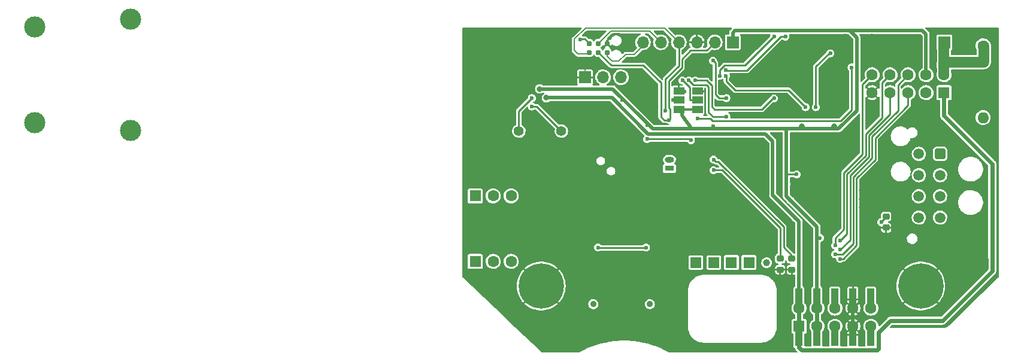
<source format=gbr>
G04 #@! TF.GenerationSoftware,KiCad,Pcbnew,6.0.10-86aedd382b~118~ubuntu22.04.1*
G04 #@! TF.CreationDate,2023-01-18T22:54:42+01:00*
G04 #@! TF.ProjectId,mre_addon_v2,6d72655f-6164-4646-9f6e-5f76322e6b69,V2.5*
G04 #@! TF.SameCoordinates,Original*
G04 #@! TF.FileFunction,Copper,L2,Bot*
G04 #@! TF.FilePolarity,Positive*
%FSLAX46Y46*%
G04 Gerber Fmt 4.6, Leading zero omitted, Abs format (unit mm)*
G04 Created by KiCad (PCBNEW 6.0.10-86aedd382b~118~ubuntu22.04.1) date 2023-01-18 22:54:42*
%MOMM*%
%LPD*%
G01*
G04 APERTURE LIST*
G04 Aperture macros list*
%AMRoundRect*
0 Rectangle with rounded corners*
0 $1 Rounding radius*
0 $2 $3 $4 $5 $6 $7 $8 $9 X,Y pos of 4 corners*
0 Add a 4 corners polygon primitive as box body*
4,1,4,$2,$3,$4,$5,$6,$7,$8,$9,$2,$3,0*
0 Add four circle primitives for the rounded corners*
1,1,$1+$1,$2,$3*
1,1,$1+$1,$4,$5*
1,1,$1+$1,$6,$7*
1,1,$1+$1,$8,$9*
0 Add four rect primitives between the rounded corners*
20,1,$1+$1,$2,$3,$4,$5,0*
20,1,$1+$1,$4,$5,$6,$7,0*
20,1,$1+$1,$6,$7,$8,$9,0*
20,1,$1+$1,$8,$9,$2,$3,0*%
G04 Aperture macros list end*
G04 #@! TA.AperFunction,ComponentPad*
%ADD10C,0.800000*%
G04 #@! TD*
G04 #@! TA.AperFunction,ComponentPad*
%ADD11C,6.400000*%
G04 #@! TD*
G04 #@! TA.AperFunction,ComponentPad*
%ADD12RoundRect,0.250001X-0.499999X0.499999X-0.499999X-0.499999X0.499999X-0.499999X0.499999X0.499999X0*%
G04 #@! TD*
G04 #@! TA.AperFunction,ComponentPad*
%ADD13C,1.500000*%
G04 #@! TD*
G04 #@! TA.AperFunction,ComponentPad*
%ADD14C,0.889000*%
G04 #@! TD*
G04 #@! TA.AperFunction,ComponentPad*
%ADD15C,2.999740*%
G04 #@! TD*
G04 #@! TA.AperFunction,ComponentPad*
%ADD16R,1.700000X1.700000*%
G04 #@! TD*
G04 #@! TA.AperFunction,ComponentPad*
%ADD17O,1.700000X1.700000*%
G04 #@! TD*
G04 #@! TA.AperFunction,ComponentPad*
%ADD18C,1.600000*%
G04 #@! TD*
G04 #@! TA.AperFunction,ComponentPad*
%ADD19O,1.600000X1.600000*%
G04 #@! TD*
G04 #@! TA.AperFunction,ComponentPad*
%ADD20R,1.600000X1.600000*%
G04 #@! TD*
G04 #@! TA.AperFunction,ComponentPad*
%ADD21R,1.524000X1.524000*%
G04 #@! TD*
G04 #@! TA.AperFunction,ComponentPad*
%ADD22R,1.300000X0.800000*%
G04 #@! TD*
G04 #@! TA.AperFunction,ComponentPad*
%ADD23O,1.300000X0.800000*%
G04 #@! TD*
G04 #@! TA.AperFunction,ComponentPad*
%ADD24C,1.400000*%
G04 #@! TD*
G04 #@! TA.AperFunction,SMDPad,CuDef*
%ADD25R,1.500000X1.000000*%
G04 #@! TD*
G04 #@! TA.AperFunction,SMDPad,CuDef*
%ADD26RoundRect,0.218750X0.256250X-0.218750X0.256250X0.218750X-0.256250X0.218750X-0.256250X-0.218750X0*%
G04 #@! TD*
G04 #@! TA.AperFunction,SMDPad,CuDef*
%ADD27R,1.000000X3.150000*%
G04 #@! TD*
G04 #@! TA.AperFunction,ConnectorPad*
%ADD28C,0.787400*%
G04 #@! TD*
G04 #@! TA.AperFunction,ViaPad*
%ADD29C,1.000000*%
G04 #@! TD*
G04 #@! TA.AperFunction,ViaPad*
%ADD30C,0.800000*%
G04 #@! TD*
G04 #@! TA.AperFunction,ViaPad*
%ADD31C,0.600000*%
G04 #@! TD*
G04 #@! TA.AperFunction,Conductor*
%ADD32C,0.300000*%
G04 #@! TD*
G04 #@! TA.AperFunction,Conductor*
%ADD33C,0.500000*%
G04 #@! TD*
G04 #@! TA.AperFunction,Conductor*
%ADD34C,0.250000*%
G04 #@! TD*
G04 #@! TA.AperFunction,Conductor*
%ADD35C,0.600000*%
G04 #@! TD*
G04 #@! TA.AperFunction,Conductor*
%ADD36C,0.200000*%
G04 #@! TD*
G04 #@! TA.AperFunction,Conductor*
%ADD37C,1.500000*%
G04 #@! TD*
G04 APERTURE END LIST*
D10*
X142189200Y-160289500D03*
X143886256Y-164386556D03*
X143886256Y-160992444D03*
X144589200Y-162689500D03*
D11*
X142189200Y-162689500D03*
D10*
X142189200Y-165089500D03*
X140492144Y-160992444D03*
X140492144Y-164386556D03*
X139789200Y-162689500D03*
X88519900Y-160289500D03*
X90216956Y-164386556D03*
X90216956Y-160992444D03*
X90919900Y-162689500D03*
D11*
X88519900Y-162689500D03*
D10*
X88519900Y-165089500D03*
X86822844Y-160992444D03*
X86822844Y-164386556D03*
X86119900Y-162689500D03*
D12*
X144915000Y-144000000D03*
D13*
X144915000Y-147000000D03*
X144915000Y-150000000D03*
X144915000Y-153000000D03*
X141915000Y-144000000D03*
X141915000Y-147000000D03*
X141915000Y-150000000D03*
X141915000Y-153000000D03*
D12*
X144915000Y-144000000D03*
D13*
X144915000Y-147000000D03*
X144915000Y-150000000D03*
X144915000Y-153000000D03*
X141915000Y-144000000D03*
X141915000Y-147000000D03*
X141915000Y-150000000D03*
X141915000Y-153000000D03*
D14*
X95889000Y-165257000D03*
X103889000Y-165257000D03*
D15*
X16951220Y-139599580D03*
X16951220Y-126000420D03*
X30448780Y-140699400D03*
X30448780Y-124900600D03*
D16*
X145500000Y-128200000D03*
X94725000Y-133150000D03*
D17*
X97265000Y-133150000D03*
X99805000Y-133150000D03*
D18*
X151000000Y-128700000D03*
D19*
X151000000Y-138860000D03*
D20*
X115400600Y-159360800D03*
X117900600Y-159360800D03*
D21*
X112900600Y-159360800D03*
X110400600Y-159360800D03*
D22*
X106654600Y-146055000D03*
D23*
X106654600Y-144810400D03*
D24*
X91360600Y-140771800D03*
X85360600Y-140771800D03*
D20*
X124973080Y-168379060D03*
D18*
X124973080Y-165839060D03*
X127513080Y-168379060D03*
X127513080Y-165839060D03*
X130053080Y-168379060D03*
X130053080Y-165839060D03*
X132593080Y-168379060D03*
X132593080Y-165839060D03*
X135133080Y-168379060D03*
X135133080Y-165839060D03*
D20*
X145478500Y-135336200D03*
D18*
X145478500Y-132796200D03*
X142938500Y-135336200D03*
X142938500Y-132796200D03*
X140398500Y-135336200D03*
X140398500Y-132796200D03*
X137858500Y-135336200D03*
X137858500Y-132796200D03*
X135318500Y-135336200D03*
X135318500Y-132796200D03*
D20*
X79197200Y-159212200D03*
D18*
X81737200Y-159212200D03*
X84277200Y-159212200D03*
D20*
X79197200Y-149941200D03*
D18*
X81737200Y-149941200D03*
X84277200Y-149941200D03*
D16*
X115600000Y-128200000D03*
D17*
X113060000Y-128200000D03*
X110520000Y-128200000D03*
X107980000Y-128200000D03*
X105440000Y-128200000D03*
X102900000Y-128200000D03*
D25*
X110600000Y-135100000D03*
X110600000Y-136400000D03*
X110600000Y-137700000D03*
X108000000Y-135100000D03*
X108000000Y-136400000D03*
X108000000Y-137700000D03*
D26*
X123950000Y-160387500D03*
X123950000Y-158812500D03*
X122300000Y-160387500D03*
X122300000Y-158812500D03*
X137300000Y-154437500D03*
X137300000Y-152862500D03*
D27*
X124968000Y-164581600D03*
X124968000Y-169631600D03*
X127508000Y-164581600D03*
X127508000Y-169631600D03*
X130048000Y-164581600D03*
X130048000Y-169631600D03*
X132588000Y-164581600D03*
X132588000Y-169631600D03*
X135128000Y-164581600D03*
X135128000Y-169631600D03*
D28*
X95330000Y-128365000D03*
X95330000Y-129635000D03*
X96600000Y-128365000D03*
X96600000Y-129635000D03*
X97870000Y-128365000D03*
X97870000Y-129635000D03*
D29*
X120400000Y-159400000D03*
D30*
X135235000Y-150380000D03*
X135235000Y-149180000D03*
X135235000Y-151580000D03*
X139215000Y-149180000D03*
X139215000Y-150380000D03*
X139215000Y-151580000D03*
X88300000Y-139200000D03*
D31*
X122350000Y-145050000D03*
D30*
X132588000Y-161400000D03*
X149250000Y-140000000D03*
X129375000Y-145550000D03*
X129375000Y-150380000D03*
X124000000Y-161400000D03*
D31*
X124000000Y-145050000D03*
D30*
X130475000Y-145550000D03*
D31*
X128948300Y-137376700D03*
D30*
X112875000Y-150380000D03*
D31*
X94900000Y-127000000D03*
X103500000Y-138400000D03*
X128848300Y-131776700D03*
D30*
X130475000Y-149180000D03*
D31*
X112900000Y-142050000D03*
X104175000Y-129300000D03*
D30*
X123400000Y-136150000D03*
D31*
X121700000Y-154800000D03*
X97700000Y-160000000D03*
X99600000Y-160000000D03*
X117200000Y-127400000D03*
X118450000Y-143200000D03*
D30*
X152725000Y-140000000D03*
X138015000Y-150380000D03*
D31*
X108800000Y-135200000D03*
D30*
X112875000Y-149180000D03*
X138015000Y-149180000D03*
D31*
X122350000Y-147550000D03*
X121450000Y-130800000D03*
D30*
X138015000Y-151580000D03*
X131500000Y-127400000D03*
D31*
X100800000Y-129300000D03*
D30*
X129375000Y-146650000D03*
D31*
X111200000Y-135200000D03*
X124200000Y-154800000D03*
D30*
X101500000Y-168300000D03*
D31*
X117150000Y-153000000D03*
X103500000Y-133600000D03*
D30*
X130475000Y-150380000D03*
D31*
X116550000Y-142050000D03*
D30*
X129375000Y-149180000D03*
D31*
X106100000Y-130800000D03*
D30*
X130475000Y-146650000D03*
X152725000Y-127400000D03*
D31*
X100800000Y-130800000D03*
D30*
X126300000Y-161400000D03*
X133835000Y-151580000D03*
X131500000Y-129750000D03*
X133835000Y-149180000D03*
X133835000Y-150380000D03*
X98200000Y-168300000D03*
X123400000Y-134200000D03*
D31*
X120700000Y-150550000D03*
X118450000Y-132550000D03*
D30*
X135300000Y-127400000D03*
D31*
X109200000Y-130800000D03*
X101500000Y-160000000D03*
D30*
X144915000Y-140000000D03*
D31*
X113800000Y-132950000D03*
X121450000Y-127400000D03*
X94025000Y-127800000D03*
D30*
X125348300Y-140076700D03*
D31*
X103500000Y-139900000D03*
X124650000Y-146900000D03*
X123200000Y-148250000D03*
D30*
X129923300Y-140076700D03*
D31*
X112800000Y-140100000D03*
X123750000Y-150550000D03*
X127950000Y-155900000D03*
X100000000Y-136400000D03*
D30*
X88300000Y-134800000D03*
D31*
X108400000Y-138400000D03*
X114650000Y-132150000D03*
X123050000Y-127400000D03*
D30*
X89250000Y-136050000D03*
D31*
X124400000Y-153000000D03*
X136600000Y-153650000D03*
X129400000Y-129750000D03*
X127348300Y-137376700D03*
X109400000Y-133600000D03*
X114700000Y-138700000D03*
X114700000Y-136100000D03*
X112800000Y-130800000D03*
X87200000Y-137300000D03*
X87200000Y-136100000D03*
X106100000Y-137900000D03*
X106600000Y-139200000D03*
X130100000Y-158200000D03*
X130100000Y-156950000D03*
X130800000Y-156300000D03*
X96560000Y-157250000D03*
X130800000Y-158850000D03*
X103350000Y-157250000D03*
X130800000Y-157550000D03*
X108500000Y-133600000D03*
X107200000Y-136400000D03*
X114650000Y-132950000D03*
X125898300Y-137376700D03*
X110300000Y-133600000D03*
X121450000Y-136150000D03*
X132400000Y-131776700D03*
X110600000Y-139000000D03*
X109700000Y-142050000D03*
X103500000Y-141900000D03*
X112900000Y-144800000D03*
X112900000Y-146300000D03*
D32*
X100800000Y-128377853D02*
X99510846Y-127088699D01*
X98761301Y-127088699D02*
X97870000Y-127980000D01*
D33*
X132593080Y-165839060D02*
X132593080Y-168379060D01*
D32*
X100800000Y-129300000D02*
X100800000Y-128377853D01*
X99510846Y-127088699D02*
X98761301Y-127088699D01*
X108800000Y-135200000D02*
X108100000Y-135200000D01*
X97870000Y-127980000D02*
X97870000Y-128365000D01*
D34*
X117312500Y-131462500D02*
X121398300Y-127376700D01*
X113750000Y-132166116D02*
X114453616Y-131462500D01*
X114453616Y-131462500D02*
X117312500Y-131462500D01*
X113750000Y-133000000D02*
X113750000Y-132166116D01*
D33*
X123750000Y-150550000D02*
X123200000Y-150000000D01*
X123200000Y-146900000D02*
X123200000Y-140450000D01*
X108400000Y-138600000D02*
X108400000Y-138100000D01*
X115925000Y-126525000D02*
X132125000Y-126525000D01*
X103000000Y-139150000D02*
X98650000Y-134800000D01*
X132125000Y-126525000D02*
X142402000Y-126525000D01*
X108400000Y-138100000D02*
X108000000Y-137700000D01*
X98650000Y-134800000D02*
X88300000Y-134800000D01*
X115600000Y-126850000D02*
X115600000Y-128200000D01*
D34*
X112800000Y-140100000D02*
X112800000Y-140400000D01*
X94725000Y-127760000D02*
X94065000Y-127760000D01*
D33*
X127513080Y-154313080D02*
X123750000Y-150550000D01*
X123200000Y-150000000D02*
X123200000Y-148250000D01*
X127513080Y-155936920D02*
X127913080Y-155936920D01*
X109800000Y-140450000D02*
X108400000Y-138600000D01*
D32*
X110600000Y-137700000D02*
X108000000Y-137700000D01*
D33*
X133150001Y-137863185D02*
X133150001Y-127550001D01*
X127513080Y-155936920D02*
X127513080Y-154313080D01*
X142402000Y-126525000D02*
X142938500Y-127061500D01*
X123200000Y-148250000D02*
X123200000Y-146900000D01*
D35*
X127513080Y-168379060D02*
X127513080Y-165839060D01*
D34*
X94725000Y-127760000D02*
X95330000Y-128365000D01*
D33*
X103000000Y-139150000D02*
X104300000Y-140450000D01*
D34*
X112800000Y-140400000D02*
X112850000Y-140450000D01*
X124650000Y-146900000D02*
X123200000Y-146900000D01*
D33*
X127513080Y-165839060D02*
X127513080Y-155936920D01*
X133150001Y-127550001D02*
X132125000Y-126525000D01*
X103850000Y-140000000D02*
X103000000Y-139150000D01*
X142938500Y-132796200D02*
X142938500Y-127061500D01*
X112850000Y-140450000D02*
X130563186Y-140450000D01*
X130563186Y-140450000D02*
X133150001Y-137863185D01*
D34*
X94065000Y-127760000D02*
X94025000Y-127800000D01*
D33*
X104300000Y-140450000D02*
X112850000Y-140450000D01*
X115600000Y-126850000D02*
X115925000Y-126525000D01*
X127913080Y-155936920D02*
X127950000Y-155900000D01*
D34*
X122948300Y-127376700D02*
X122423300Y-127376700D01*
X122423300Y-127376700D02*
X117600000Y-132200000D01*
X117600000Y-132200000D02*
X114650000Y-132200000D01*
D35*
X137875000Y-167600000D02*
X136250000Y-169225000D01*
X136250000Y-169225000D02*
X136250000Y-171584600D01*
D33*
X121265399Y-142215399D02*
X121265399Y-149865399D01*
X121265399Y-149865399D02*
X124973080Y-153573080D01*
D35*
X136059600Y-171775000D02*
X125350000Y-171775000D01*
X136250000Y-171584600D02*
X136059600Y-171775000D01*
D33*
X103600000Y-141150000D02*
X120200000Y-141150000D01*
D35*
X124968000Y-171393000D02*
X124968000Y-169631600D01*
D33*
X98500000Y-136050000D02*
X103600000Y-141150000D01*
X120200000Y-141150000D02*
X121265399Y-142215399D01*
D35*
X125350000Y-171775000D02*
X124968000Y-171393000D01*
X145275000Y-167600000D02*
X137875000Y-167600000D01*
X145478500Y-135336200D02*
X145478500Y-138603500D01*
X145762500Y-167112500D02*
X152301200Y-160573800D01*
D33*
X124973080Y-153573080D02*
X124973080Y-165839060D01*
D35*
X145478500Y-138603500D02*
X152300000Y-145425000D01*
D33*
X89250000Y-136050000D02*
X98500000Y-136050000D01*
D35*
X152300000Y-145425000D02*
X152300000Y-154725000D01*
X152301200Y-160573800D02*
X152298800Y-154726200D01*
X145675000Y-167200000D02*
X145762500Y-167112500D01*
X152301200Y-160573800D02*
X145275000Y-167600000D01*
X124973080Y-165839060D02*
X124973080Y-168379060D01*
D34*
X136600000Y-153562500D02*
X137300000Y-152862500D01*
X136600000Y-153650000D02*
X136600000Y-153562500D01*
X129400000Y-129750000D02*
X129225000Y-129750000D01*
X129225000Y-129750000D02*
X127348300Y-131626700D01*
X127348300Y-137376700D02*
X127348300Y-131626700D01*
X112800000Y-138700000D02*
X112200000Y-138100000D01*
X110025001Y-134225001D02*
X109400000Y-133600000D01*
X112200000Y-134500000D02*
X111925001Y-134225001D01*
X112800000Y-138700000D02*
X114700000Y-138700000D01*
X112200000Y-138100000D02*
X112200000Y-134500000D01*
X111925001Y-134225001D02*
X110025001Y-134225001D01*
D36*
X103840000Y-126600000D02*
X98350000Y-126600000D01*
D34*
X113150000Y-131150000D02*
X112800000Y-130800000D01*
X113150000Y-135600000D02*
X113650000Y-136100000D01*
D36*
X96579634Y-128370365D02*
X98350000Y-126600000D01*
X103964269Y-126750000D02*
X105440000Y-128225731D01*
D34*
X113150000Y-131150000D02*
X113150000Y-135600000D01*
D36*
X105440000Y-128200000D02*
X103840000Y-126600000D01*
D34*
X113650000Y-136100000D02*
X114700000Y-136100000D01*
X87200000Y-137300000D02*
X87888800Y-137300000D01*
X87888800Y-137300000D02*
X91360600Y-140771800D01*
X85360600Y-137939400D02*
X85360600Y-140771800D01*
X87200000Y-136100000D02*
X85360600Y-137939400D01*
D37*
X145478500Y-132796200D02*
X145478500Y-128221500D01*
X151100000Y-128700000D02*
X151100000Y-131000000D01*
X151100000Y-131000000D02*
X145650000Y-131000000D01*
X145478500Y-132796200D02*
X145450000Y-131200000D01*
X145650000Y-131000000D02*
X145450000Y-131200000D01*
D36*
X93214699Y-127761772D02*
X93214699Y-129350136D01*
D34*
X106099980Y-137899980D02*
X106099981Y-133400019D01*
D36*
X93214699Y-129350136D02*
X93744781Y-129880219D01*
X94776471Y-126200000D02*
X93214699Y-127761772D01*
X105980000Y-126200000D02*
X94776471Y-126200000D01*
X93744781Y-129880219D02*
X95084781Y-129880219D01*
D34*
X107980000Y-131520000D02*
X107980000Y-128200000D01*
X106100000Y-137900000D02*
X106099980Y-137899980D01*
D36*
X95084781Y-129880219D02*
X95330000Y-129635000D01*
X107980000Y-128200000D02*
X105980000Y-126200000D01*
D34*
X106099981Y-133400019D02*
X107980000Y-131520000D01*
X109624999Y-129375001D02*
X111884999Y-129375001D01*
X105875000Y-139200000D02*
X105437500Y-138762500D01*
X106725000Y-137641116D02*
X106549990Y-137466106D01*
X108430010Y-131780010D02*
X108430010Y-130569990D01*
X106549990Y-133660030D02*
X108430010Y-131780010D01*
X106549990Y-137466106D02*
X106549990Y-133660030D01*
X106725000Y-139075000D02*
X106725000Y-137641116D01*
X106600000Y-139200000D02*
X106725000Y-139075000D01*
X105437500Y-138762500D02*
X105437500Y-133937500D01*
X105437500Y-133937500D02*
X102955000Y-131455000D01*
X108430010Y-130569990D02*
X109624999Y-129375001D01*
X98420000Y-131455000D02*
X96600000Y-129635000D01*
X102955000Y-131455000D02*
X98420000Y-131455000D01*
X111884999Y-129375001D02*
X113060000Y-128200000D01*
X106600000Y-139200000D02*
X105875000Y-139200000D01*
D36*
X99490136Y-130861301D02*
X100443962Y-129907475D01*
X97870000Y-129635000D02*
X97870000Y-130191775D01*
X101682475Y-129907475D02*
X102900000Y-128689950D01*
X97870000Y-130191775D02*
X98539526Y-130861301D01*
X100443962Y-129907475D02*
X101682475Y-129907475D01*
X98539526Y-130861301D02*
X99490136Y-130861301D01*
D34*
X138983501Y-134211199D02*
X138983501Y-137889291D01*
X131150000Y-158200000D02*
X130100000Y-158200000D01*
X132659989Y-156690011D02*
X131150000Y-158200000D01*
X135314589Y-141558203D02*
X135314589Y-144600999D01*
X138983501Y-137889291D02*
X135314589Y-141558203D01*
X132659989Y-147255599D02*
X132659989Y-156690011D01*
X140398500Y-132796200D02*
X138983501Y-134211199D01*
X132659989Y-147255599D02*
X135314589Y-144600999D01*
X131309959Y-154690041D02*
X130100000Y-155900000D01*
X131309959Y-146690041D02*
X131309959Y-154690041D01*
X133950000Y-144050000D02*
X133950000Y-134164700D01*
X130100000Y-155900000D02*
X130100000Y-156950000D01*
X133950000Y-134164700D02*
X135318500Y-132796200D01*
X133950000Y-144050000D02*
X131309959Y-146690041D01*
X136733499Y-133921201D02*
X136733499Y-138866501D01*
X134408884Y-141191116D02*
X134408884Y-144233884D01*
X131759969Y-155340031D02*
X130800000Y-156300000D01*
X137858500Y-132796200D02*
X136733499Y-133921201D01*
X136733499Y-138866501D02*
X134408884Y-141191116D01*
X131759969Y-146882799D02*
X131759969Y-155340031D01*
X134408884Y-144233884D02*
X131759969Y-146882799D01*
X133175999Y-147375999D02*
X135764589Y-144787409D01*
X140398500Y-137110688D02*
X135764589Y-141744599D01*
X133175999Y-147375999D02*
X133109999Y-147441999D01*
X130800000Y-158850000D02*
X131224264Y-158850000D01*
X96579000Y-157280000D02*
X103261000Y-157280000D01*
X135764589Y-141744599D02*
X135764589Y-144787409D01*
X133109999Y-156964265D02*
X133109999Y-147441999D01*
X131224264Y-158850000D02*
X133109999Y-156964265D01*
X140398500Y-136823500D02*
X140398500Y-137110688D01*
X140398500Y-135336200D02*
X140398500Y-136823500D01*
X137858500Y-135336200D02*
X137858500Y-138377896D01*
X132209979Y-147069199D02*
X132209979Y-156140021D01*
X134858884Y-141377512D02*
X134858884Y-144408884D01*
X137858500Y-138377896D02*
X134858884Y-141377512D01*
X134864589Y-144414589D02*
X132209979Y-147069199D01*
X132209979Y-156140021D02*
X130800000Y-157550000D01*
X109524999Y-136324999D02*
X109600000Y-136400000D01*
X109524999Y-134624999D02*
X109524999Y-136324999D01*
X109600000Y-136400000D02*
X110600000Y-136400000D01*
X109524999Y-134624999D02*
X108500000Y-133600000D01*
X107000000Y-136400000D02*
X108000000Y-136400000D01*
X123521600Y-135000000D02*
X115950000Y-135000000D01*
X125898300Y-137376700D02*
X123521600Y-135000000D01*
X114700000Y-133750000D02*
X114700000Y-133000000D01*
X115950000Y-135000000D02*
X114700000Y-133750000D01*
X111936396Y-133600000D02*
X112650000Y-134313604D01*
X113049999Y-137699999D02*
X119725001Y-137699999D01*
X119725001Y-137699999D02*
X121348300Y-136076700D01*
X110300000Y-133600000D02*
X111936396Y-133600000D01*
X112650000Y-137300000D02*
X113049999Y-137699999D01*
X112650000Y-134313604D02*
X112650000Y-137300000D01*
X112750003Y-139325001D02*
X130874999Y-139325001D01*
X110600000Y-139000000D02*
X112425002Y-139000000D01*
X112425002Y-139000000D02*
X112750003Y-139325001D01*
X132400000Y-137800000D02*
X132400000Y-131800000D01*
X130874999Y-139325001D02*
X132400000Y-137800000D01*
X103500000Y-141900000D02*
X109700000Y-141900000D01*
X113561411Y-145099999D02*
X113199999Y-145099999D01*
X113199999Y-145099999D02*
X112900000Y-144800000D01*
X122805706Y-157230706D02*
X122805706Y-154344294D01*
X122805706Y-154344294D02*
X113561411Y-145099999D01*
X123950000Y-158375000D02*
X122805706Y-157230706D01*
X123950000Y-158812500D02*
X123950000Y-158375000D01*
X114125002Y-146300000D02*
X113324264Y-146300000D01*
X122325001Y-154499999D02*
X114125002Y-146300000D01*
X122300000Y-158812500D02*
X122300000Y-158375000D01*
X122300000Y-158375000D02*
X122325001Y-158349999D01*
X122325001Y-158349999D02*
X122325001Y-154499999D01*
X113324264Y-146300000D02*
X112900000Y-146300000D01*
G04 #@! TA.AperFunction,Conductor*
G36*
X94193815Y-126119407D02*
G01*
X94229779Y-126168907D01*
X94229779Y-126230093D01*
X94205628Y-126269504D01*
X92998241Y-127476892D01*
X92981939Y-127490057D01*
X92972817Y-127495947D01*
X92967752Y-127502372D01*
X92967751Y-127502373D01*
X92952713Y-127521449D01*
X92948632Y-127526042D01*
X92946087Y-127529046D01*
X92943205Y-127531928D01*
X92940831Y-127535250D01*
X92932477Y-127546939D01*
X92929679Y-127550666D01*
X92904821Y-127582199D01*
X92904819Y-127582203D01*
X92899753Y-127588629D01*
X92897194Y-127595918D01*
X92896440Y-127597369D01*
X92891946Y-127603657D01*
X92888018Y-127616793D01*
X92878096Y-127649970D01*
X92876653Y-127654409D01*
X92860649Y-127699980D01*
X92860199Y-127705176D01*
X92860199Y-127707319D01*
X92860129Y-127708944D01*
X92859999Y-127710481D01*
X92858131Y-127716727D01*
X92858452Y-127724902D01*
X92858452Y-127724904D01*
X92860123Y-127767431D01*
X92860199Y-127771317D01*
X92860199Y-129301755D01*
X92857983Y-129322583D01*
X92855696Y-129333205D01*
X92859513Y-129365454D01*
X92859873Y-129371566D01*
X92860199Y-129375506D01*
X92860199Y-129379587D01*
X92861592Y-129387955D01*
X92863230Y-129397796D01*
X92863888Y-129402415D01*
X92868460Y-129441041D01*
X92869568Y-129450406D01*
X92872911Y-129457368D01*
X92873405Y-129458930D01*
X92874674Y-129466553D01*
X92897636Y-129509108D01*
X92899737Y-129513234D01*
X92920654Y-129556793D01*
X92924010Y-129560786D01*
X92925521Y-129562297D01*
X92926645Y-129563523D01*
X92927620Y-129564678D01*
X92930716Y-129570416D01*
X92936726Y-129575971D01*
X92936727Y-129575973D01*
X92967949Y-129604834D01*
X92970752Y-129607529D01*
X93459903Y-130096681D01*
X93473067Y-130112980D01*
X93478956Y-130122101D01*
X93485383Y-130127167D01*
X93485386Y-130127171D01*
X93504454Y-130142203D01*
X93509023Y-130146262D01*
X93512047Y-130148824D01*
X93514936Y-130151713D01*
X93530009Y-130162485D01*
X93533657Y-130165224D01*
X93571638Y-130195165D01*
X93578927Y-130197725D01*
X93580378Y-130198478D01*
X93586666Y-130202972D01*
X93625401Y-130214556D01*
X93632979Y-130216822D01*
X93637418Y-130218265D01*
X93682989Y-130234269D01*
X93688185Y-130234719D01*
X93690328Y-130234719D01*
X93691953Y-130234789D01*
X93693490Y-130234919D01*
X93699736Y-130236787D01*
X93707911Y-130236466D01*
X93707913Y-130236466D01*
X93750440Y-130234795D01*
X93754326Y-130234719D01*
X95036401Y-130234719D01*
X95057229Y-130236935D01*
X95067851Y-130239222D01*
X95071049Y-130238843D01*
X95089447Y-130242804D01*
X95089629Y-130242108D01*
X95235338Y-130280334D01*
X95241383Y-130281920D01*
X95247352Y-130282014D01*
X95247354Y-130282014D01*
X95304892Y-130282918D01*
X95398253Y-130284384D01*
X95408601Y-130282014D01*
X95545364Y-130250691D01*
X95545366Y-130250690D01*
X95551183Y-130249358D01*
X95562604Y-130243614D01*
X95686017Y-130181544D01*
X95686019Y-130181543D01*
X95691343Y-130178865D01*
X95704946Y-130167247D01*
X95806105Y-130080850D01*
X95806106Y-130080849D01*
X95810643Y-130076974D01*
X95814121Y-130072133D01*
X95814129Y-130072125D01*
X95885319Y-129973052D01*
X95934629Y-129936829D01*
X95995814Y-129936508D01*
X96047886Y-129975605D01*
X96061255Y-129995500D01*
X96105712Y-130061658D01*
X96110124Y-130065673D01*
X96110127Y-130065676D01*
X96216479Y-130162449D01*
X96221752Y-130167247D01*
X96359629Y-130242108D01*
X96365403Y-130243623D01*
X96365406Y-130243624D01*
X96505604Y-130280404D01*
X96511383Y-130281920D01*
X96517352Y-130282014D01*
X96517354Y-130282014D01*
X96668253Y-130284384D01*
X96668227Y-130286011D01*
X96720694Y-130297161D01*
X96741201Y-130312895D01*
X98115560Y-131687254D01*
X98128723Y-131703555D01*
X98135429Y-131713940D01*
X98141853Y-131719004D01*
X98163047Y-131735712D01*
X98169165Y-131741148D01*
X98171057Y-131742751D01*
X98173944Y-131745638D01*
X98186902Y-131754898D01*
X98190161Y-131757227D01*
X98193891Y-131760027D01*
X98224167Y-131783894D01*
X98234647Y-131792156D01*
X98241844Y-131794683D01*
X98244519Y-131796073D01*
X98250734Y-131800514D01*
X98279046Y-131808981D01*
X98300459Y-131815385D01*
X98304894Y-131816826D01*
X98347978Y-131831956D01*
X98347981Y-131831957D01*
X98353851Y-131834018D01*
X98359416Y-131834500D01*
X98361559Y-131834500D01*
X98362673Y-131834548D01*
X98365274Y-131834768D01*
X98371778Y-131836713D01*
X98379954Y-131836392D01*
X98379956Y-131836392D01*
X98426170Y-131834576D01*
X98430057Y-131834500D01*
X102756798Y-131834500D01*
X102814989Y-131853407D01*
X102826802Y-131863496D01*
X105029004Y-134065698D01*
X105056781Y-134120215D01*
X105058000Y-134135702D01*
X105058000Y-138711453D01*
X105055782Y-138732290D01*
X105053180Y-138744376D01*
X105055055Y-138760216D01*
X105057314Y-138779302D01*
X105057795Y-138787469D01*
X105058000Y-138789946D01*
X105058000Y-138794024D01*
X105059748Y-138804526D01*
X105061272Y-138813682D01*
X105061930Y-138818301D01*
X105063738Y-138833579D01*
X105068030Y-138869841D01*
X105071335Y-138876723D01*
X105072242Y-138879592D01*
X105073496Y-138887126D01*
X105094792Y-138926594D01*
X105098139Y-138932797D01*
X105100253Y-138936947D01*
X105122719Y-138983732D01*
X105126314Y-138988008D01*
X105127815Y-138989509D01*
X105128590Y-138990354D01*
X105130268Y-138992342D01*
X105133490Y-138998314D01*
X105172678Y-139034539D01*
X105173443Y-139035246D01*
X105176246Y-139037940D01*
X105570560Y-139432254D01*
X105583723Y-139448555D01*
X105590429Y-139458940D01*
X105596853Y-139464004D01*
X105618047Y-139480712D01*
X105624178Y-139486160D01*
X105626063Y-139487757D01*
X105628944Y-139490638D01*
X105632262Y-139493009D01*
X105632263Y-139493010D01*
X105645181Y-139502242D01*
X105648908Y-139505041D01*
X105689647Y-139537156D01*
X105696848Y-139539685D01*
X105699522Y-139541074D01*
X105705734Y-139545513D01*
X105713573Y-139547857D01*
X105713572Y-139547857D01*
X105755453Y-139560383D01*
X105759887Y-139561824D01*
X105802975Y-139576955D01*
X105802979Y-139576956D01*
X105808851Y-139579018D01*
X105814416Y-139579500D01*
X105816559Y-139579500D01*
X105817673Y-139579548D01*
X105820274Y-139579768D01*
X105826778Y-139581713D01*
X105834954Y-139581392D01*
X105834956Y-139581392D01*
X105881170Y-139579576D01*
X105885057Y-139579500D01*
X106150102Y-139579500D01*
X106210370Y-139599958D01*
X106315211Y-139680407D01*
X106315215Y-139680409D01*
X106320357Y-139684355D01*
X106455246Y-139740228D01*
X106516917Y-139748347D01*
X106572142Y-139774688D01*
X106601337Y-139828458D01*
X106593351Y-139889120D01*
X106551234Y-139933503D01*
X106503995Y-139945500D01*
X104549979Y-139945500D01*
X104491788Y-139926593D01*
X104479975Y-139916504D01*
X99054541Y-134491070D01*
X99046488Y-134480990D01*
X99046481Y-134480996D01*
X99041910Y-134475626D01*
X99038147Y-134469661D01*
X98997524Y-134433784D01*
X98993055Y-134429584D01*
X98981120Y-134417649D01*
X98971975Y-134410795D01*
X98965823Y-134405787D01*
X98929830Y-134373999D01*
X98920394Y-134369569D01*
X98903097Y-134359175D01*
X98900411Y-134357162D01*
X98900410Y-134357162D01*
X98894764Y-134352930D01*
X98888157Y-134350453D01*
X98888155Y-134350452D01*
X98867070Y-134342548D01*
X98849803Y-134336074D01*
X98842498Y-134332997D01*
X98799018Y-134312583D01*
X98792049Y-134311498D01*
X98788729Y-134310981D01*
X98769200Y-134305858D01*
X98766054Y-134304678D01*
X98766050Y-134304677D01*
X98759448Y-134302202D01*
X98752415Y-134301679D01*
X98752413Y-134301679D01*
X98725370Y-134299670D01*
X98711568Y-134298644D01*
X98703680Y-134297739D01*
X98689303Y-134295500D01*
X98672933Y-134295500D01*
X98665597Y-134295228D01*
X98661546Y-134294927D01*
X98615333Y-134291493D01*
X98608438Y-134292965D01*
X98608436Y-134292965D01*
X98606779Y-134293319D01*
X98586111Y-134295500D01*
X97859554Y-134295500D01*
X97801363Y-134276593D01*
X97765399Y-134227093D01*
X97765399Y-134165907D01*
X97801363Y-134116407D01*
X97811180Y-134110123D01*
X97840152Y-134093898D01*
X97893276Y-134064147D01*
X98049345Y-133934345D01*
X98179147Y-133778276D01*
X98258473Y-133636630D01*
X98276117Y-133605124D01*
X98276118Y-133605123D01*
X98278334Y-133601165D01*
X98290098Y-133566511D01*
X98342125Y-133413243D01*
X98343584Y-133408945D01*
X98348653Y-133373990D01*
X98372292Y-133210952D01*
X98372292Y-133210946D01*
X98372712Y-133208053D01*
X98372805Y-133204526D01*
X98374156Y-133152913D01*
X98374156Y-133152908D01*
X98374232Y-133150000D01*
X98371648Y-133121872D01*
X98371565Y-133120964D01*
X98696148Y-133120964D01*
X98701331Y-133200042D01*
X98708341Y-133306995D01*
X98709424Y-133323522D01*
X98710540Y-133327915D01*
X98710540Y-133327917D01*
X98733227Y-133417244D01*
X98759392Y-133520269D01*
X98761294Y-133524394D01*
X98761294Y-133524395D01*
X98839146Y-133693268D01*
X98844377Y-133704616D01*
X98961533Y-133870389D01*
X99106938Y-134012035D01*
X99275720Y-134124812D01*
X99462228Y-134204942D01*
X99517148Y-134217369D01*
X99655790Y-134248741D01*
X99655795Y-134248742D01*
X99660216Y-134249742D01*
X99761634Y-134253727D01*
X99858520Y-134257534D01*
X99858521Y-134257534D01*
X99863053Y-134257712D01*
X99963499Y-134243148D01*
X100059451Y-134229236D01*
X100059455Y-134229235D01*
X100063945Y-134228584D01*
X100147011Y-134200387D01*
X100251868Y-134164793D01*
X100251871Y-134164791D01*
X100256165Y-134163334D01*
X100278877Y-134150615D01*
X100380152Y-134093898D01*
X100433276Y-134064147D01*
X100589345Y-133934345D01*
X100719147Y-133778276D01*
X100798473Y-133636630D01*
X100816117Y-133605124D01*
X100816118Y-133605123D01*
X100818334Y-133601165D01*
X100830098Y-133566511D01*
X100882125Y-133413243D01*
X100883584Y-133408945D01*
X100888653Y-133373990D01*
X100912292Y-133210952D01*
X100912292Y-133210946D01*
X100912712Y-133208053D01*
X100912805Y-133204526D01*
X100914156Y-133152913D01*
X100914156Y-133152908D01*
X100914232Y-133150000D01*
X100911648Y-133121872D01*
X100896073Y-132952377D01*
X100895658Y-132947859D01*
X100855437Y-132805246D01*
X100841789Y-132756854D01*
X100841788Y-132756850D01*
X100840557Y-132752487D01*
X100750776Y-132570428D01*
X100747102Y-132565507D01*
X100632036Y-132411416D01*
X100632035Y-132411415D01*
X100629320Y-132407779D01*
X100480258Y-132269987D01*
X100457471Y-132255609D01*
X100312418Y-132164088D01*
X100308581Y-132161667D01*
X100120039Y-132086446D01*
X99920946Y-132046844D01*
X99819459Y-132045516D01*
X99722510Y-132044246D01*
X99722505Y-132044246D01*
X99717971Y-132044187D01*
X99713496Y-132044956D01*
X99713495Y-132044956D01*
X99636671Y-132058157D01*
X99517910Y-132078564D01*
X99327463Y-132148824D01*
X99323564Y-132151143D01*
X99323559Y-132151146D01*
X99156916Y-132250288D01*
X99153010Y-132252612D01*
X99149595Y-132255606D01*
X99149592Y-132255609D01*
X99132485Y-132270612D01*
X99000392Y-132386455D01*
X98874720Y-132545869D01*
X98872607Y-132549884D01*
X98872607Y-132549885D01*
X98809223Y-132670358D01*
X98780203Y-132725515D01*
X98720007Y-132919378D01*
X98719473Y-132923888D01*
X98719473Y-132923889D01*
X98696778Y-133115645D01*
X98696148Y-133120964D01*
X98371565Y-133120964D01*
X98356073Y-132952377D01*
X98355658Y-132947859D01*
X98315437Y-132805246D01*
X98301789Y-132756854D01*
X98301788Y-132756850D01*
X98300557Y-132752487D01*
X98210776Y-132570428D01*
X98207102Y-132565507D01*
X98092036Y-132411416D01*
X98092035Y-132411415D01*
X98089320Y-132407779D01*
X97940258Y-132269987D01*
X97917471Y-132255609D01*
X97772418Y-132164088D01*
X97768581Y-132161667D01*
X97580039Y-132086446D01*
X97380946Y-132046844D01*
X97279459Y-132045516D01*
X97182510Y-132044246D01*
X97182505Y-132044246D01*
X97177971Y-132044187D01*
X97173496Y-132044956D01*
X97173495Y-132044956D01*
X97096671Y-132058157D01*
X96977910Y-132078564D01*
X96787463Y-132148824D01*
X96783564Y-132151143D01*
X96783559Y-132151146D01*
X96616916Y-132250288D01*
X96613010Y-132252612D01*
X96609595Y-132255606D01*
X96609592Y-132255609D01*
X96592485Y-132270612D01*
X96460392Y-132386455D01*
X96334720Y-132545869D01*
X96332607Y-132549884D01*
X96332607Y-132549885D01*
X96269223Y-132670358D01*
X96240203Y-132725515D01*
X96180007Y-132919378D01*
X96179473Y-132923888D01*
X96179473Y-132923889D01*
X96156778Y-133115645D01*
X96156148Y-133120964D01*
X96161331Y-133200042D01*
X96168341Y-133306995D01*
X96169424Y-133323522D01*
X96170540Y-133327915D01*
X96170540Y-133327917D01*
X96193227Y-133417244D01*
X96219392Y-133520269D01*
X96221294Y-133524394D01*
X96221294Y-133524395D01*
X96299146Y-133693268D01*
X96304377Y-133704616D01*
X96421533Y-133870389D01*
X96566938Y-134012035D01*
X96713737Y-134110123D01*
X96719816Y-134114185D01*
X96757695Y-134162234D01*
X96760097Y-134223373D01*
X96726104Y-134274246D01*
X96664814Y-134295500D01*
X95863442Y-134295500D01*
X95805251Y-134276593D01*
X95769287Y-134227093D01*
X95769287Y-134165907D01*
X95781126Y-134141499D01*
X95805078Y-134105651D01*
X95812397Y-134087983D01*
X95824052Y-134029388D01*
X95825000Y-134019766D01*
X95825000Y-133290680D01*
X95820878Y-133277995D01*
X95816757Y-133275000D01*
X93640680Y-133275000D01*
X93627995Y-133279122D01*
X93625000Y-133283243D01*
X93625000Y-134019766D01*
X93625948Y-134029388D01*
X93637603Y-134087983D01*
X93644922Y-134105651D01*
X93668874Y-134141499D01*
X93685482Y-134200387D01*
X93664304Y-134257790D01*
X93613430Y-134291783D01*
X93586558Y-134295500D01*
X88755384Y-134295500D01*
X88697193Y-134276593D01*
X88689527Y-134270417D01*
X88680734Y-134262583D01*
X88680730Y-134262580D01*
X88676275Y-134258611D01*
X88671007Y-134255822D01*
X88671003Y-134255819D01*
X88541548Y-134187276D01*
X88541545Y-134187275D01*
X88536274Y-134184484D01*
X88457881Y-134164793D01*
X88388423Y-134147346D01*
X88388420Y-134147346D01*
X88382633Y-134145892D01*
X88302693Y-134145473D01*
X88230187Y-134145093D01*
X88230185Y-134145093D01*
X88224221Y-134145062D01*
X88070184Y-134182043D01*
X88029290Y-134203150D01*
X87934720Y-134251961D01*
X87934718Y-134251963D01*
X87929414Y-134254700D01*
X87810039Y-134358838D01*
X87718950Y-134488444D01*
X87684769Y-134576115D01*
X87667427Y-134620595D01*
X87661406Y-134636037D01*
X87660627Y-134641952D01*
X87660627Y-134641953D01*
X87657877Y-134662844D01*
X87640729Y-134793096D01*
X87658113Y-134950553D01*
X87660165Y-134956160D01*
X87710501Y-135093713D01*
X87710503Y-135093717D01*
X87712553Y-135099319D01*
X87800908Y-135230805D01*
X87805319Y-135234819D01*
X87805321Y-135234821D01*
X87913661Y-135333402D01*
X87918076Y-135337419D01*
X87987684Y-135375213D01*
X88052047Y-135410160D01*
X88052049Y-135410161D01*
X88057293Y-135413008D01*
X88063067Y-135414523D01*
X88063070Y-135414524D01*
X88187064Y-135447053D01*
X88210522Y-135453207D01*
X88216491Y-135453301D01*
X88216493Y-135453301D01*
X88274502Y-135454212D01*
X88368916Y-135455695D01*
X88379779Y-135453207D01*
X88517509Y-135421663D01*
X88517512Y-135421662D01*
X88523332Y-135420329D01*
X88528667Y-135417646D01*
X88659521Y-135351834D01*
X88659523Y-135351833D01*
X88664855Y-135349151D01*
X88669394Y-135345274D01*
X88669399Y-135345271D01*
X88689363Y-135328220D01*
X88745890Y-135304805D01*
X88753658Y-135304500D01*
X88859635Y-135304500D01*
X88917826Y-135323407D01*
X88953790Y-135372907D01*
X88953790Y-135434093D01*
X88917826Y-135483593D01*
X88905041Y-135491473D01*
X88884720Y-135501961D01*
X88884718Y-135501963D01*
X88879414Y-135504700D01*
X88760039Y-135608838D01*
X88668950Y-135738444D01*
X88611406Y-135886037D01*
X88590729Y-136043096D01*
X88591384Y-136049029D01*
X88591384Y-136049033D01*
X88597722Y-136106434D01*
X88608113Y-136200553D01*
X88618109Y-136227868D01*
X88660501Y-136343713D01*
X88660503Y-136343717D01*
X88662553Y-136349319D01*
X88750908Y-136480805D01*
X88755319Y-136484819D01*
X88755321Y-136484821D01*
X88827510Y-136550507D01*
X88868076Y-136587419D01*
X88889684Y-136599151D01*
X89002047Y-136660160D01*
X89002049Y-136660161D01*
X89007293Y-136663008D01*
X89013067Y-136664523D01*
X89013070Y-136664524D01*
X89120361Y-136692671D01*
X89160522Y-136703207D01*
X89166491Y-136703301D01*
X89166493Y-136703301D01*
X89224502Y-136704212D01*
X89318916Y-136705695D01*
X89333993Y-136702242D01*
X89467509Y-136671663D01*
X89467512Y-136671662D01*
X89473332Y-136670329D01*
X89485908Y-136664004D01*
X89609521Y-136601834D01*
X89609523Y-136601833D01*
X89614855Y-136599151D01*
X89619394Y-136595274D01*
X89619399Y-136595271D01*
X89639363Y-136578220D01*
X89695890Y-136554805D01*
X89703658Y-136554500D01*
X98250021Y-136554500D01*
X98308212Y-136573407D01*
X98320025Y-136583496D01*
X103103386Y-141366857D01*
X103131163Y-141421374D01*
X103121592Y-141481806D01*
X103105790Y-141503556D01*
X103104526Y-141504526D01*
X103015645Y-141620358D01*
X102959772Y-141755246D01*
X102940715Y-141900000D01*
X102959772Y-142044754D01*
X102962256Y-142050751D01*
X102973100Y-142076930D01*
X103015645Y-142179642D01*
X103104526Y-142295474D01*
X103109671Y-142299422D01*
X103109672Y-142299423D01*
X103215211Y-142380407D01*
X103215215Y-142380409D01*
X103220357Y-142384355D01*
X103355246Y-142440228D01*
X103500000Y-142459285D01*
X103644754Y-142440228D01*
X103779643Y-142384355D01*
X103784785Y-142380409D01*
X103784789Y-142380407D01*
X103889630Y-142299958D01*
X103949898Y-142279500D01*
X109130516Y-142279500D01*
X109188707Y-142298407D01*
X109214635Y-142327204D01*
X109215645Y-142329642D01*
X109304526Y-142445474D01*
X109309671Y-142449422D01*
X109309672Y-142449423D01*
X109415211Y-142530407D01*
X109415215Y-142530409D01*
X109420357Y-142534355D01*
X109555246Y-142590228D01*
X109700000Y-142609285D01*
X109844754Y-142590228D01*
X109979643Y-142534355D01*
X109984785Y-142530409D01*
X109984789Y-142530407D01*
X110090328Y-142449423D01*
X110090329Y-142449422D01*
X110095474Y-142445474D01*
X110184355Y-142329642D01*
X110240228Y-142194754D01*
X110259285Y-142050000D01*
X110240228Y-141905246D01*
X110193065Y-141791385D01*
X110188264Y-141730389D01*
X110220233Y-141678220D01*
X110276761Y-141654805D01*
X110284529Y-141654500D01*
X119950021Y-141654500D01*
X120008212Y-141673407D01*
X120020025Y-141683496D01*
X120731903Y-142395374D01*
X120759680Y-142449891D01*
X120760899Y-142465378D01*
X120760899Y-149797791D01*
X120759467Y-149810612D01*
X120759475Y-149810613D01*
X120758909Y-149817645D01*
X120757353Y-149824523D01*
X120757790Y-149831561D01*
X120760709Y-149878619D01*
X120760899Y-149884749D01*
X120760899Y-149901625D01*
X120761399Y-149905114D01*
X120761399Y-149905118D01*
X120762518Y-149912928D01*
X120763329Y-149920841D01*
X120764841Y-149945214D01*
X120766301Y-149968758D01*
X120769841Y-149978565D01*
X120774721Y-149998139D01*
X120776198Y-150008451D01*
X120796070Y-150052159D01*
X120799062Y-150059508D01*
X120815371Y-150104683D01*
X120821516Y-150113095D01*
X120831698Y-150130518D01*
X120836011Y-150140004D01*
X120867368Y-150176395D01*
X120872287Y-150182591D01*
X120875404Y-150186858D01*
X120877975Y-150190377D01*
X120880872Y-150194343D01*
X120892455Y-150205926D01*
X120897450Y-150211307D01*
X120925481Y-150243838D01*
X120930343Y-150249481D01*
X120936263Y-150253318D01*
X120937679Y-150254236D01*
X120953836Y-150267307D01*
X123865993Y-153179464D01*
X123887453Y-153211582D01*
X123896140Y-153232553D01*
X123915645Y-153279642D01*
X124004526Y-153395474D01*
X124009671Y-153399422D01*
X124009672Y-153399423D01*
X124115211Y-153480407D01*
X124115215Y-153480409D01*
X124120357Y-153484355D01*
X124126346Y-153486836D01*
X124126350Y-153486838D01*
X124188418Y-153512547D01*
X124220536Y-153534007D01*
X124439584Y-153753055D01*
X124467361Y-153807572D01*
X124468580Y-153823059D01*
X124468580Y-158043799D01*
X124449673Y-158101990D01*
X124400173Y-158137954D01*
X124334828Y-158136499D01*
X124314734Y-158128966D01*
X124308919Y-158126786D01*
X124302747Y-158126116D01*
X124302745Y-158126115D01*
X124270352Y-158122596D01*
X124264557Y-158121967D01*
X124205244Y-158093550D01*
X123214202Y-157102508D01*
X123186425Y-157047991D01*
X123185206Y-157032504D01*
X123185206Y-154395341D01*
X123187424Y-154374503D01*
X123188304Y-154370418D01*
X123188304Y-154370415D01*
X123190026Y-154362418D01*
X123185892Y-154327492D01*
X123185410Y-154319323D01*
X123185206Y-154316856D01*
X123185206Y-154312770D01*
X123182551Y-154296820D01*
X123181932Y-154293099D01*
X123181274Y-154288481D01*
X123178559Y-154265545D01*
X123175175Y-154236953D01*
X123171873Y-154230077D01*
X123170964Y-154227199D01*
X123169710Y-154219668D01*
X123145055Y-154173974D01*
X123142940Y-154169823D01*
X123138426Y-154160422D01*
X123120486Y-154123062D01*
X123116892Y-154118786D01*
X123115380Y-154117274D01*
X123114609Y-154116433D01*
X123112940Y-154114455D01*
X123109716Y-154108480D01*
X123069762Y-154071547D01*
X123066960Y-154068854D01*
X113865851Y-144867745D01*
X113852688Y-144851444D01*
X113845982Y-144841059D01*
X113818364Y-144819287D01*
X113812246Y-144813851D01*
X113810354Y-144812248D01*
X113807467Y-144809361D01*
X113791250Y-144797772D01*
X113787520Y-144794972D01*
X113753188Y-144767907D01*
X113753187Y-144767906D01*
X113746764Y-144762843D01*
X113739567Y-144760316D01*
X113736892Y-144758926D01*
X113730677Y-144754485D01*
X113680948Y-144739613D01*
X113676517Y-144738173D01*
X113633433Y-144723043D01*
X113633430Y-144723042D01*
X113627560Y-144720981D01*
X113621995Y-144720499D01*
X113619852Y-144720499D01*
X113618738Y-144720451D01*
X113616137Y-144720231D01*
X113609633Y-144718286D01*
X113601457Y-144718607D01*
X113601455Y-144718607D01*
X113555241Y-144720423D01*
X113551354Y-144720499D01*
X113532801Y-144720499D01*
X113474610Y-144701592D01*
X113442197Y-144654430D01*
X113440228Y-144655246D01*
X113421257Y-144609447D01*
X113384355Y-144520358D01*
X113295474Y-144404526D01*
X113290321Y-144400572D01*
X113184789Y-144319593D01*
X113184785Y-144319591D01*
X113179643Y-144315645D01*
X113044754Y-144259772D01*
X112900000Y-144240715D01*
X112755246Y-144259772D01*
X112620358Y-144315645D01*
X112504526Y-144404526D01*
X112415645Y-144520358D01*
X112359772Y-144655246D01*
X112340715Y-144800000D01*
X112359772Y-144944754D01*
X112415645Y-145079642D01*
X112504526Y-145195474D01*
X112509671Y-145199422D01*
X112509672Y-145199423D01*
X112615211Y-145280407D01*
X112615215Y-145280409D01*
X112620357Y-145284355D01*
X112755246Y-145340228D01*
X112892059Y-145358240D01*
X112940437Y-145378654D01*
X112943057Y-145380720D01*
X112949169Y-145386152D01*
X112951059Y-145387753D01*
X112953943Y-145390637D01*
X112967745Y-145400500D01*
X112970160Y-145402226D01*
X112973890Y-145405026D01*
X112986880Y-145415266D01*
X113014646Y-145437155D01*
X113021843Y-145439682D01*
X113024518Y-145441072D01*
X113030733Y-145445513D01*
X113052625Y-145452060D01*
X113080458Y-145460384D01*
X113084893Y-145461825D01*
X113127977Y-145476955D01*
X113127980Y-145476956D01*
X113133850Y-145479017D01*
X113139415Y-145479499D01*
X113141558Y-145479499D01*
X113142672Y-145479547D01*
X113145273Y-145479767D01*
X113151777Y-145481712D01*
X113159953Y-145481391D01*
X113159955Y-145481391D01*
X113206169Y-145479575D01*
X113210056Y-145479499D01*
X113363209Y-145479499D01*
X113421400Y-145498406D01*
X113433213Y-145508495D01*
X113676214Y-145751496D01*
X113703991Y-145806013D01*
X113694420Y-145866445D01*
X113651155Y-145909710D01*
X113606210Y-145920500D01*
X113349898Y-145920500D01*
X113289630Y-145900042D01*
X113184789Y-145819593D01*
X113184785Y-145819591D01*
X113179643Y-145815645D01*
X113044754Y-145759772D01*
X112900000Y-145740715D01*
X112755246Y-145759772D01*
X112620358Y-145815645D01*
X112504526Y-145904526D01*
X112415645Y-146020358D01*
X112359772Y-146155246D01*
X112340715Y-146300000D01*
X112359772Y-146444754D01*
X112362256Y-146450751D01*
X112362812Y-146452093D01*
X112415645Y-146579642D01*
X112504526Y-146695474D01*
X112509671Y-146699422D01*
X112509672Y-146699423D01*
X112615211Y-146780407D01*
X112615215Y-146780409D01*
X112620357Y-146784355D01*
X112755246Y-146840228D01*
X112900000Y-146859285D01*
X113044754Y-146840228D01*
X113179643Y-146784355D01*
X113184785Y-146780409D01*
X113184789Y-146780407D01*
X113277196Y-146709499D01*
X113289631Y-146699958D01*
X113349898Y-146679500D01*
X113926800Y-146679500D01*
X113984991Y-146698407D01*
X113996804Y-146708496D01*
X121916505Y-154628197D01*
X121944282Y-154682714D01*
X121945501Y-154698201D01*
X121945501Y-158056515D01*
X121926594Y-158114706D01*
X121881254Y-158149215D01*
X121856090Y-158158648D01*
X121824305Y-158170564D01*
X121814147Y-158174372D01*
X121808503Y-158178602D01*
X121808501Y-158178603D01*
X121734634Y-158233963D01*
X121705670Y-158255670D01*
X121701437Y-158261318D01*
X121634412Y-158350751D01*
X121624372Y-158364147D01*
X121621895Y-158370753D01*
X121621895Y-158370754D01*
X121607221Y-158409897D01*
X121576786Y-158491081D01*
X121576116Y-158497251D01*
X121576115Y-158497254D01*
X121573421Y-158522059D01*
X121570500Y-158548947D01*
X121570501Y-159076052D01*
X121576786Y-159133919D01*
X121578965Y-159139730D01*
X121578965Y-159139732D01*
X121620087Y-159249423D01*
X121624372Y-159260853D01*
X121628602Y-159266497D01*
X121628603Y-159266499D01*
X121700601Y-159362566D01*
X121705670Y-159369330D01*
X121711318Y-159373563D01*
X121808501Y-159446397D01*
X121808503Y-159446398D01*
X121814147Y-159450628D01*
X121941081Y-159498214D01*
X121947253Y-159498884D01*
X121947255Y-159498885D01*
X121977401Y-159502159D01*
X121987082Y-159503211D01*
X122042891Y-159528292D01*
X122073299Y-159581386D01*
X122066691Y-159642214D01*
X122025592Y-159687540D01*
X121985705Y-159700193D01*
X121960928Y-159702535D01*
X121949232Y-159705100D01*
X121828909Y-159747354D01*
X121815981Y-159754199D01*
X121714503Y-159829153D01*
X121704153Y-159839503D01*
X121629199Y-159940981D01*
X121622354Y-159953909D01*
X121580102Y-160074228D01*
X121577534Y-160085931D01*
X121575218Y-160110426D01*
X121575000Y-160115062D01*
X121575000Y-160246820D01*
X121579122Y-160259505D01*
X121583243Y-160262500D01*
X123009319Y-160262500D01*
X123022004Y-160258378D01*
X123024999Y-160254257D01*
X123024999Y-160115065D01*
X123024780Y-160110422D01*
X123022465Y-160085928D01*
X123019900Y-160074232D01*
X122977646Y-159953909D01*
X122970801Y-159940981D01*
X122895847Y-159839503D01*
X122885497Y-159829153D01*
X122784019Y-159754199D01*
X122771091Y-159747354D01*
X122650772Y-159705102D01*
X122639069Y-159702534D01*
X122614293Y-159700192D01*
X122558140Y-159675892D01*
X122526994Y-159623227D01*
X122532752Y-159562313D01*
X122573215Y-159516417D01*
X122612920Y-159503210D01*
X122658919Y-159498214D01*
X122664730Y-159496035D01*
X122664732Y-159496035D01*
X122779246Y-159453105D01*
X122779247Y-159453105D01*
X122785853Y-159450628D01*
X122791497Y-159446398D01*
X122791499Y-159446397D01*
X122888682Y-159373563D01*
X122894330Y-159369330D01*
X122899399Y-159362566D01*
X122971397Y-159266499D01*
X122971398Y-159266497D01*
X122975628Y-159260853D01*
X122981394Y-159245474D01*
X123021034Y-159139734D01*
X123023214Y-159133919D01*
X123026579Y-159102940D01*
X123051659Y-159047132D01*
X123104753Y-159016723D01*
X123165581Y-159023330D01*
X123210908Y-159064429D01*
X123223421Y-159102940D01*
X123226786Y-159133919D01*
X123228965Y-159139730D01*
X123228965Y-159139732D01*
X123270087Y-159249423D01*
X123274372Y-159260853D01*
X123278602Y-159266497D01*
X123278603Y-159266499D01*
X123350601Y-159362566D01*
X123355670Y-159369330D01*
X123361318Y-159373563D01*
X123458501Y-159446397D01*
X123458503Y-159446398D01*
X123464147Y-159450628D01*
X123591081Y-159498214D01*
X123597253Y-159498884D01*
X123597255Y-159498885D01*
X123627401Y-159502159D01*
X123637082Y-159503211D01*
X123692891Y-159528292D01*
X123723299Y-159581386D01*
X123716691Y-159642214D01*
X123675592Y-159687540D01*
X123635705Y-159700193D01*
X123610928Y-159702535D01*
X123599232Y-159705100D01*
X123478909Y-159747354D01*
X123465981Y-159754199D01*
X123364503Y-159829153D01*
X123354153Y-159839503D01*
X123279199Y-159940981D01*
X123272354Y-159953909D01*
X123230102Y-160074228D01*
X123227534Y-160085931D01*
X123225218Y-160110426D01*
X123225000Y-160115062D01*
X123225000Y-160246820D01*
X123229122Y-160259505D01*
X123233243Y-160262500D01*
X123976000Y-160262500D01*
X124034191Y-160281407D01*
X124070155Y-160330907D01*
X124075000Y-160361500D01*
X124075000Y-161059319D01*
X124079122Y-161072004D01*
X124083243Y-161074999D01*
X124259935Y-161074999D01*
X124264578Y-161074780D01*
X124289072Y-161072465D01*
X124300768Y-161069900D01*
X124336778Y-161057254D01*
X124397947Y-161055813D01*
X124448280Y-161090601D01*
X124468580Y-161150662D01*
X124468580Y-162665752D01*
X124449673Y-162723943D01*
X124400173Y-162759907D01*
X124388893Y-162762850D01*
X124368699Y-162766866D01*
X124284516Y-162823116D01*
X124228266Y-162907299D01*
X124226364Y-162916862D01*
X124226363Y-162916864D01*
X124220214Y-162947781D01*
X124213500Y-162981533D01*
X124213500Y-162986391D01*
X124213501Y-165067677D01*
X124194594Y-165125868D01*
X124190348Y-165131303D01*
X124098788Y-165240420D01*
X124096452Y-165244668D01*
X124096452Y-165244669D01*
X124089673Y-165257000D01*
X123999162Y-165421638D01*
X123936633Y-165618756D01*
X123913581Y-165824266D01*
X123914870Y-165839614D01*
X123930413Y-166024703D01*
X123930886Y-166030338D01*
X123932219Y-166034986D01*
X123932219Y-166034987D01*
X123962379Y-166140167D01*
X123987887Y-166229126D01*
X123990102Y-166233436D01*
X124010134Y-166272413D01*
X124082414Y-166413055D01*
X124210866Y-166575121D01*
X124214546Y-166578253D01*
X124214548Y-166578255D01*
X124364661Y-166706011D01*
X124364664Y-166706013D01*
X124368351Y-166709151D01*
X124372579Y-166711514D01*
X124376079Y-166713946D01*
X124413073Y-166762682D01*
X124418580Y-166795241D01*
X124418580Y-167225561D01*
X124399673Y-167283752D01*
X124350173Y-167319716D01*
X124319580Y-167324561D01*
X124148014Y-167324561D01*
X124143248Y-167325509D01*
X124143247Y-167325509D01*
X124096196Y-167334867D01*
X124073779Y-167339326D01*
X123989596Y-167395576D01*
X123933346Y-167479759D01*
X123931444Y-167489322D01*
X123931443Y-167489324D01*
X123928585Y-167503693D01*
X123918580Y-167553993D01*
X123918581Y-169204126D01*
X123933346Y-169278361D01*
X123989596Y-169362544D01*
X124073779Y-169418794D01*
X124083342Y-169420696D01*
X124083344Y-169420697D01*
X124133814Y-169430736D01*
X124187198Y-169460633D01*
X124212814Y-169516198D01*
X124213500Y-169527834D01*
X124213501Y-171231666D01*
X124228266Y-171305901D01*
X124284516Y-171390084D01*
X124368699Y-171446334D01*
X124369780Y-171446549D01*
X124412155Y-171482744D01*
X124425825Y-171521032D01*
X124428905Y-171543518D01*
X124431587Y-171549715D01*
X124431587Y-171549716D01*
X124435909Y-171559703D01*
X124441436Y-171576414D01*
X124445463Y-171593583D01*
X124448711Y-171599491D01*
X124448712Y-171599494D01*
X124467214Y-171633149D01*
X124471316Y-171641523D01*
X124489242Y-171682946D01*
X124500341Y-171696652D01*
X124510152Y-171711253D01*
X124518652Y-171726715D01*
X124525710Y-171734891D01*
X124551463Y-171760644D01*
X124558397Y-171768346D01*
X124584850Y-171801013D01*
X124590355Y-171804925D01*
X124590357Y-171804927D01*
X124602202Y-171813345D01*
X124614858Y-171824039D01*
X124721315Y-171930496D01*
X124749092Y-171985013D01*
X124739521Y-172045445D01*
X124696256Y-172088710D01*
X124651311Y-172099500D01*
X106635832Y-172099500D01*
X106588593Y-172087503D01*
X106108711Y-171826949D01*
X105918368Y-171736160D01*
X105500058Y-171536636D01*
X105500045Y-171536630D01*
X105498904Y-171536086D01*
X104874710Y-171277536D01*
X104237840Y-171052009D01*
X104236595Y-171051640D01*
X104236582Y-171051636D01*
X103591286Y-170860490D01*
X103591273Y-170860486D01*
X103590039Y-170860121D01*
X102933084Y-170702400D01*
X102931829Y-170702167D01*
X102931813Y-170702164D01*
X102270038Y-170579512D01*
X102270028Y-170579510D01*
X102268774Y-170579278D01*
X101598932Y-170491091D01*
X101597670Y-170490992D01*
X101597654Y-170490990D01*
X101203701Y-170459986D01*
X100925391Y-170438083D01*
X100250000Y-170420397D01*
X99574609Y-170438083D01*
X99296299Y-170459986D01*
X98902346Y-170490990D01*
X98902330Y-170490992D01*
X98901068Y-170491091D01*
X98231226Y-170579278D01*
X98229972Y-170579510D01*
X98229962Y-170579512D01*
X97568187Y-170702164D01*
X97568171Y-170702167D01*
X97566916Y-170702400D01*
X96909961Y-170860121D01*
X96908727Y-170860486D01*
X96908714Y-170860490D01*
X96263418Y-171051636D01*
X96263405Y-171051640D01*
X96262160Y-171052009D01*
X95625290Y-171277536D01*
X95001096Y-171536086D01*
X94999955Y-171536630D01*
X94999942Y-171536636D01*
X94581632Y-171736160D01*
X94391289Y-171826949D01*
X93911407Y-172087503D01*
X93864168Y-172099500D01*
X88674090Y-172099500D01*
X88615899Y-172080593D01*
X88605990Y-172072357D01*
X88577594Y-172045445D01*
X84836537Y-168500000D01*
X109294508Y-168500000D01*
X109295726Y-168507693D01*
X109295726Y-168508829D01*
X109296366Y-168514693D01*
X109308720Y-168718930D01*
X109311551Y-168765726D01*
X109324621Y-168837047D01*
X109358404Y-169021392D01*
X109359537Y-169027577D01*
X109360426Y-169030429D01*
X109360426Y-169030430D01*
X109416038Y-169208893D01*
X109438736Y-169281734D01*
X109439960Y-169284453D01*
X109439962Y-169284459D01*
X109546766Y-169521767D01*
X109546770Y-169521775D01*
X109547993Y-169524492D01*
X109685714Y-169752311D01*
X109687558Y-169754665D01*
X109687561Y-169754669D01*
X109747366Y-169831004D01*
X109849892Y-169961868D01*
X110038132Y-170150108D01*
X110247689Y-170314286D01*
X110250255Y-170315837D01*
X110452419Y-170438049D01*
X110475508Y-170452007D01*
X110478225Y-170453230D01*
X110478233Y-170453234D01*
X110715541Y-170560038D01*
X110715547Y-170560040D01*
X110718266Y-170561264D01*
X110721116Y-170562152D01*
X110721121Y-170562154D01*
X110969570Y-170639574D01*
X110972423Y-170640463D01*
X110975359Y-170641001D01*
X110975363Y-170641002D01*
X111139750Y-170671127D01*
X111234274Y-170688449D01*
X111237260Y-170688630D01*
X111237263Y-170688630D01*
X111485307Y-170703634D01*
X111491171Y-170704274D01*
X111492307Y-170704274D01*
X111500000Y-170705492D01*
X111523823Y-170701719D01*
X111539309Y-170700500D01*
X119560691Y-170700500D01*
X119576177Y-170701719D01*
X119600000Y-170705492D01*
X119607693Y-170704274D01*
X119608829Y-170704274D01*
X119614693Y-170703634D01*
X119862737Y-170688630D01*
X119862740Y-170688630D01*
X119865726Y-170688449D01*
X119960250Y-170671127D01*
X120124637Y-170641002D01*
X120124641Y-170641001D01*
X120127577Y-170640463D01*
X120130430Y-170639574D01*
X120378879Y-170562154D01*
X120378884Y-170562152D01*
X120381734Y-170561264D01*
X120384453Y-170560040D01*
X120384459Y-170560038D01*
X120621767Y-170453234D01*
X120621775Y-170453230D01*
X120624492Y-170452007D01*
X120647582Y-170438049D01*
X120849745Y-170315837D01*
X120852311Y-170314286D01*
X121061868Y-170150108D01*
X121250108Y-169961868D01*
X121352634Y-169831004D01*
X121412439Y-169754669D01*
X121412442Y-169754665D01*
X121414286Y-169752311D01*
X121552007Y-169524492D01*
X121553230Y-169521775D01*
X121553234Y-169521767D01*
X121660038Y-169284459D01*
X121660040Y-169284453D01*
X121661264Y-169281734D01*
X121683963Y-169208893D01*
X121739574Y-169030430D01*
X121739574Y-169030429D01*
X121740463Y-169027577D01*
X121741597Y-169021392D01*
X121775379Y-168837047D01*
X121788449Y-168765726D01*
X121791280Y-168718930D01*
X121803634Y-168514693D01*
X121804274Y-168508829D01*
X121804274Y-168507693D01*
X121805492Y-168500000D01*
X121801719Y-168476177D01*
X121800500Y-168460691D01*
X121800500Y-163339309D01*
X121801719Y-163323822D01*
X121804273Y-163307695D01*
X121805492Y-163300000D01*
X121804274Y-163292307D01*
X121804274Y-163291171D01*
X121803634Y-163285307D01*
X121788630Y-163037263D01*
X121788630Y-163037260D01*
X121788449Y-163034274D01*
X121759694Y-162877363D01*
X121741002Y-162775363D01*
X121741001Y-162775359D01*
X121740463Y-162772423D01*
X121738101Y-162764843D01*
X121662154Y-162521121D01*
X121662152Y-162521116D01*
X121661264Y-162518266D01*
X121656505Y-162507691D01*
X121553234Y-162278233D01*
X121553230Y-162278225D01*
X121552007Y-162275508D01*
X121414286Y-162047689D01*
X121328699Y-161938445D01*
X121269859Y-161863342D01*
X121250108Y-161838132D01*
X121061868Y-161649892D01*
X120908663Y-161529863D01*
X120854669Y-161487561D01*
X120854665Y-161487558D01*
X120852311Y-161485714D01*
X120624492Y-161347993D01*
X120621775Y-161346770D01*
X120621767Y-161346766D01*
X120384459Y-161239962D01*
X120384453Y-161239960D01*
X120381734Y-161238736D01*
X120378884Y-161237848D01*
X120378879Y-161237846D01*
X120130430Y-161160426D01*
X120130429Y-161160426D01*
X120127577Y-161159537D01*
X120124641Y-161158999D01*
X120124637Y-161158998D01*
X119960250Y-161128873D01*
X119865726Y-161111551D01*
X119862740Y-161111370D01*
X119862737Y-161111370D01*
X119614693Y-161096366D01*
X119608829Y-161095726D01*
X119607693Y-161095726D01*
X119600000Y-161094508D01*
X119576178Y-161098281D01*
X119560691Y-161099500D01*
X111539309Y-161099500D01*
X111523822Y-161098281D01*
X111500000Y-161094508D01*
X111492307Y-161095726D01*
X111491171Y-161095726D01*
X111485307Y-161096366D01*
X111237263Y-161111370D01*
X111237260Y-161111370D01*
X111234274Y-161111551D01*
X111139750Y-161128873D01*
X110975363Y-161158998D01*
X110975359Y-161158999D01*
X110972423Y-161159537D01*
X110969571Y-161160426D01*
X110969570Y-161160426D01*
X110721121Y-161237846D01*
X110721116Y-161237848D01*
X110718266Y-161238736D01*
X110715547Y-161239960D01*
X110715541Y-161239962D01*
X110478233Y-161346766D01*
X110478225Y-161346770D01*
X110475508Y-161347993D01*
X110247689Y-161485714D01*
X110245335Y-161487558D01*
X110245331Y-161487561D01*
X110191337Y-161529863D01*
X110038132Y-161649892D01*
X109849892Y-161838132D01*
X109830141Y-161863342D01*
X109771302Y-161938445D01*
X109685714Y-162047689D01*
X109547993Y-162275508D01*
X109546770Y-162278225D01*
X109546766Y-162278233D01*
X109443495Y-162507691D01*
X109438736Y-162518266D01*
X109437848Y-162521116D01*
X109437846Y-162521121D01*
X109361899Y-162764843D01*
X109359537Y-162772423D01*
X109358999Y-162775359D01*
X109358998Y-162775363D01*
X109340306Y-162877363D01*
X109311551Y-163034274D01*
X109311370Y-163037260D01*
X109311370Y-163037263D01*
X109296366Y-163285307D01*
X109295726Y-163291171D01*
X109295726Y-163292307D01*
X109294508Y-163300000D01*
X109295727Y-163307695D01*
X109298281Y-163323822D01*
X109299500Y-163339309D01*
X109299500Y-168460691D01*
X109298281Y-168476177D01*
X109294508Y-168500000D01*
X84836537Y-168500000D01*
X82013176Y-165824266D01*
X78695549Y-162680110D01*
X85064989Y-162680110D01*
X85083624Y-163047974D01*
X85084184Y-163053300D01*
X85142440Y-163417002D01*
X85143569Y-163422222D01*
X85240762Y-163777502D01*
X85242452Y-163782583D01*
X85377447Y-164125288D01*
X85379672Y-164130148D01*
X85550891Y-164456270D01*
X85553629Y-164460865D01*
X85759067Y-164766588D01*
X85762288Y-164770862D01*
X85980515Y-165030014D01*
X85991838Y-165037062D01*
X85994833Y-165036847D01*
X85997631Y-165034992D01*
X86200169Y-164832454D01*
X86254686Y-164804677D01*
X86315118Y-164814248D01*
X86336798Y-164829232D01*
X86345007Y-164836701D01*
X86375304Y-164864269D01*
X86405619Y-164917417D01*
X86398905Y-164978233D01*
X86378680Y-165007497D01*
X86181226Y-165204951D01*
X86175172Y-165216834D01*
X86175900Y-165221430D01*
X86176184Y-165221813D01*
X86269496Y-165310984D01*
X86273556Y-165314464D01*
X86565773Y-165538689D01*
X86570196Y-165541717D01*
X86884911Y-165733067D01*
X86889633Y-165735599D01*
X87223173Y-165891841D01*
X87228155Y-165893854D01*
X87576622Y-166013161D01*
X87581761Y-166014615D01*
X87941098Y-166095595D01*
X87946354Y-166096484D01*
X88312334Y-166138182D01*
X88317670Y-166138499D01*
X88686005Y-166140428D01*
X88691338Y-166140167D01*
X89057736Y-166102303D01*
X89063004Y-166101469D01*
X89423170Y-166024257D01*
X89428322Y-166022857D01*
X89778032Y-165907201D01*
X89783009Y-165905250D01*
X90118185Y-165752502D01*
X90122921Y-165750026D01*
X90439639Y-165561972D01*
X90444073Y-165559004D01*
X90738636Y-165337840D01*
X90742730Y-165334405D01*
X90833328Y-165249626D01*
X95184905Y-165249626D01*
X95185560Y-165255559D01*
X95185560Y-165255563D01*
X95200272Y-165388819D01*
X95203470Y-165417790D01*
X95205520Y-165423392D01*
X95205521Y-165423396D01*
X95255147Y-165559004D01*
X95261612Y-165576670D01*
X95355974Y-165717096D01*
X95360385Y-165721110D01*
X95360387Y-165721112D01*
X95473752Y-165824266D01*
X95481108Y-165830959D01*
X95545178Y-165865746D01*
X95624545Y-165908839D01*
X95624547Y-165908840D01*
X95629791Y-165911687D01*
X95744290Y-165941725D01*
X95787670Y-165953106D01*
X95787672Y-165953106D01*
X95793438Y-165954619D01*
X95799400Y-165954713D01*
X95799402Y-165954713D01*
X95877829Y-165955945D01*
X95962602Y-165957277D01*
X95973797Y-165954713D01*
X96121698Y-165920839D01*
X96121700Y-165920838D01*
X96127517Y-165919506D01*
X96132848Y-165916825D01*
X96273336Y-165846167D01*
X96273338Y-165846166D01*
X96278662Y-165843488D01*
X96287052Y-165836322D01*
X96402773Y-165737487D01*
X96402774Y-165737486D01*
X96407311Y-165733611D01*
X96489843Y-165618756D01*
X96502553Y-165601068D01*
X96502554Y-165601066D01*
X96506037Y-165596219D01*
X96516150Y-165571064D01*
X96566915Y-165444780D01*
X96569141Y-165439243D01*
X96592980Y-165271746D01*
X96593134Y-165257000D01*
X96592242Y-165249626D01*
X103184905Y-165249626D01*
X103185560Y-165255559D01*
X103185560Y-165255563D01*
X103200272Y-165388819D01*
X103203470Y-165417790D01*
X103205520Y-165423392D01*
X103205521Y-165423396D01*
X103255147Y-165559004D01*
X103261612Y-165576670D01*
X103355974Y-165717096D01*
X103360385Y-165721110D01*
X103360387Y-165721112D01*
X103473752Y-165824266D01*
X103481108Y-165830959D01*
X103545178Y-165865746D01*
X103624545Y-165908839D01*
X103624547Y-165908840D01*
X103629791Y-165911687D01*
X103744290Y-165941725D01*
X103787670Y-165953106D01*
X103787672Y-165953106D01*
X103793438Y-165954619D01*
X103799400Y-165954713D01*
X103799402Y-165954713D01*
X103877829Y-165955945D01*
X103962602Y-165957277D01*
X103973797Y-165954713D01*
X104121698Y-165920839D01*
X104121700Y-165920838D01*
X104127517Y-165919506D01*
X104132848Y-165916825D01*
X104273336Y-165846167D01*
X104273338Y-165846166D01*
X104278662Y-165843488D01*
X104287052Y-165836322D01*
X104402773Y-165737487D01*
X104402774Y-165737486D01*
X104407311Y-165733611D01*
X104489843Y-165618756D01*
X104502553Y-165601068D01*
X104502554Y-165601066D01*
X104506037Y-165596219D01*
X104516150Y-165571064D01*
X104566915Y-165444780D01*
X104569141Y-165439243D01*
X104592980Y-165271746D01*
X104593134Y-165257000D01*
X104584995Y-165189740D01*
X104573526Y-165094962D01*
X104573525Y-165094959D01*
X104572809Y-165089040D01*
X104564737Y-165067677D01*
X104515116Y-164936362D01*
X104513006Y-164930778D01*
X104466209Y-164862687D01*
X104420559Y-164796265D01*
X104420556Y-164796262D01*
X104417179Y-164791348D01*
X104331312Y-164714843D01*
X104295313Y-164682769D01*
X104295311Y-164682768D01*
X104290859Y-164678801D01*
X104233325Y-164648338D01*
X104146613Y-164602426D01*
X104146610Y-164602425D01*
X104141339Y-164599634D01*
X104059295Y-164579026D01*
X103983041Y-164559872D01*
X103983038Y-164559872D01*
X103977251Y-164558418D01*
X103891824Y-164557971D01*
X103814035Y-164557563D01*
X103814033Y-164557563D01*
X103808069Y-164557532D01*
X103643559Y-164597028D01*
X103493218Y-164674624D01*
X103365726Y-164785842D01*
X103362295Y-164790724D01*
X103362294Y-164790725D01*
X103351193Y-164806521D01*
X103268444Y-164924261D01*
X103266278Y-164929816D01*
X103266276Y-164929820D01*
X103224549Y-165036847D01*
X103206988Y-165081889D01*
X103206210Y-165087800D01*
X103206209Y-165087803D01*
X103205267Y-165094962D01*
X103184905Y-165249626D01*
X96592242Y-165249626D01*
X96584995Y-165189740D01*
X96573526Y-165094962D01*
X96573525Y-165094959D01*
X96572809Y-165089040D01*
X96564737Y-165067677D01*
X96515116Y-164936362D01*
X96513006Y-164930778D01*
X96466209Y-164862687D01*
X96420559Y-164796265D01*
X96420556Y-164796262D01*
X96417179Y-164791348D01*
X96331312Y-164714843D01*
X96295313Y-164682769D01*
X96295311Y-164682768D01*
X96290859Y-164678801D01*
X96233325Y-164648338D01*
X96146613Y-164602426D01*
X96146610Y-164602425D01*
X96141339Y-164599634D01*
X96059295Y-164579026D01*
X95983041Y-164559872D01*
X95983038Y-164559872D01*
X95977251Y-164558418D01*
X95891824Y-164557971D01*
X95814035Y-164557563D01*
X95814033Y-164557563D01*
X95808069Y-164557532D01*
X95643559Y-164597028D01*
X95493218Y-164674624D01*
X95365726Y-164785842D01*
X95362295Y-164790724D01*
X95362294Y-164790725D01*
X95351193Y-164806521D01*
X95268444Y-164924261D01*
X95266278Y-164929816D01*
X95266276Y-164929820D01*
X95224549Y-165036847D01*
X95206988Y-165081889D01*
X95206210Y-165087800D01*
X95206209Y-165087803D01*
X95205267Y-165094962D01*
X95184905Y-165249626D01*
X90833328Y-165249626D01*
X90857998Y-165226540D01*
X90864445Y-165214861D01*
X90863903Y-165210514D01*
X90863354Y-165209731D01*
X90661595Y-165007972D01*
X90633818Y-164953455D01*
X90643389Y-164893023D01*
X90667303Y-164862690D01*
X90702270Y-164832825D01*
X90702271Y-164832824D01*
X90702992Y-164833668D01*
X90751169Y-164806521D01*
X90811949Y-164813554D01*
X90840741Y-164833564D01*
X91036969Y-165029792D01*
X91048852Y-165035846D01*
X91052088Y-165035334D01*
X91054357Y-165033552D01*
X91255564Y-164799627D01*
X91258832Y-164795383D01*
X91467463Y-164491823D01*
X91470242Y-164487269D01*
X91644865Y-164162959D01*
X91647149Y-164158107D01*
X91785722Y-163816842D01*
X91787464Y-163811784D01*
X91888368Y-163457554D01*
X91889559Y-163452317D01*
X91951617Y-163089262D01*
X91952233Y-163083931D01*
X91974796Y-162715041D01*
X91974888Y-162712197D01*
X91974962Y-162690923D01*
X91974890Y-162688084D01*
X91954903Y-162319023D01*
X91954327Y-162313722D01*
X91894800Y-161950212D01*
X91893652Y-161944994D01*
X91795221Y-161590064D01*
X91793510Y-161584978D01*
X91657324Y-161242758D01*
X91655078Y-161237896D01*
X91482721Y-160912372D01*
X91479970Y-160907793D01*
X91312157Y-160659935D01*
X121575001Y-160659935D01*
X121575220Y-160664578D01*
X121577535Y-160689072D01*
X121580100Y-160700768D01*
X121622354Y-160821091D01*
X121629199Y-160834019D01*
X121704153Y-160935497D01*
X121714503Y-160945847D01*
X121815981Y-161020801D01*
X121828909Y-161027646D01*
X121949228Y-161069898D01*
X121960931Y-161072466D01*
X121985426Y-161074782D01*
X121990062Y-161075000D01*
X122159320Y-161075000D01*
X122172005Y-161070878D01*
X122175000Y-161066757D01*
X122175000Y-161059319D01*
X122425000Y-161059319D01*
X122429122Y-161072004D01*
X122433243Y-161074999D01*
X122609935Y-161074999D01*
X122614578Y-161074780D01*
X122639072Y-161072465D01*
X122650768Y-161069900D01*
X122771091Y-161027646D01*
X122784019Y-161020801D01*
X122885497Y-160945847D01*
X122895847Y-160935497D01*
X122970801Y-160834019D01*
X122977646Y-160821091D01*
X123019898Y-160700772D01*
X123022466Y-160689069D01*
X123024782Y-160664574D01*
X123025000Y-160659938D01*
X123025000Y-160659935D01*
X123225001Y-160659935D01*
X123225220Y-160664578D01*
X123227535Y-160689072D01*
X123230100Y-160700768D01*
X123272354Y-160821091D01*
X123279199Y-160834019D01*
X123354153Y-160935497D01*
X123364503Y-160945847D01*
X123465981Y-161020801D01*
X123478909Y-161027646D01*
X123599228Y-161069898D01*
X123610931Y-161072466D01*
X123635426Y-161074782D01*
X123640062Y-161075000D01*
X123809320Y-161075000D01*
X123822005Y-161070878D01*
X123825000Y-161066757D01*
X123825000Y-160528180D01*
X123820878Y-160515495D01*
X123816757Y-160512500D01*
X123240681Y-160512500D01*
X123227996Y-160516622D01*
X123225001Y-160520743D01*
X123225001Y-160659935D01*
X123025000Y-160659935D01*
X123025000Y-160528180D01*
X123020878Y-160515495D01*
X123016757Y-160512500D01*
X122440680Y-160512500D01*
X122427995Y-160516622D01*
X122425000Y-160520743D01*
X122425000Y-161059319D01*
X122175000Y-161059319D01*
X122175000Y-160528180D01*
X122170878Y-160515495D01*
X122166757Y-160512500D01*
X121590681Y-160512500D01*
X121577996Y-160516622D01*
X121575001Y-160520743D01*
X121575001Y-160659935D01*
X91312157Y-160659935D01*
X91273468Y-160602791D01*
X91270228Y-160598523D01*
X91058920Y-160349358D01*
X91047571Y-160342349D01*
X91044488Y-160342580D01*
X91041823Y-160344354D01*
X90840117Y-160546060D01*
X90785600Y-160573837D01*
X90725168Y-160564266D01*
X90704255Y-160549973D01*
X90665366Y-160515324D01*
X90634496Y-160462497D01*
X90640573Y-160401614D01*
X90661220Y-160371403D01*
X90858473Y-160174150D01*
X90864527Y-160162267D01*
X90863813Y-160157759D01*
X90863436Y-160157254D01*
X90761127Y-160060165D01*
X90757079Y-160056720D01*
X90464064Y-159833502D01*
X90459642Y-159830497D01*
X90144252Y-159640242D01*
X90139525Y-159637729D01*
X89805437Y-159482650D01*
X89800461Y-159480659D01*
X89451567Y-159362566D01*
X89446424Y-159361130D01*
X89086814Y-159281406D01*
X89081544Y-159280534D01*
X88715422Y-159240113D01*
X88710099Y-159239815D01*
X88341755Y-159239173D01*
X88336407Y-159239453D01*
X87970166Y-159278593D01*
X87964880Y-159279449D01*
X87605001Y-159357916D01*
X87599852Y-159359334D01*
X87250538Y-159476213D01*
X87245577Y-159478177D01*
X86910945Y-159632090D01*
X86906197Y-159634593D01*
X86590143Y-159823748D01*
X86585724Y-159826729D01*
X86291939Y-160048916D01*
X86287847Y-160052374D01*
X86181721Y-160152382D01*
X86175317Y-160164079D01*
X86175885Y-160168515D01*
X86176343Y-160169166D01*
X86378422Y-160371245D01*
X86406199Y-160425762D01*
X86396628Y-160486194D01*
X86373497Y-160515852D01*
X86334221Y-160550114D01*
X86277942Y-160574119D01*
X86218301Y-160560459D01*
X86199138Y-160545515D01*
X86002484Y-160348861D01*
X85990601Y-160342807D01*
X85987457Y-160343305D01*
X85985065Y-160345190D01*
X85776885Y-160588937D01*
X85773636Y-160593187D01*
X85566068Y-160897470D01*
X85563299Y-160902043D01*
X85389808Y-161226962D01*
X85387546Y-161231813D01*
X85250163Y-161573562D01*
X85248435Y-161578640D01*
X85148769Y-161933215D01*
X85147599Y-161938445D01*
X85086809Y-162301716D01*
X85086210Y-162307047D01*
X85065008Y-162674774D01*
X85064989Y-162680110D01*
X78695549Y-162680110D01*
X77431400Y-161482060D01*
X77402170Y-161428308D01*
X77400500Y-161410203D01*
X77400500Y-158387133D01*
X78142700Y-158387133D01*
X78142701Y-160037266D01*
X78143649Y-160042031D01*
X78143649Y-160042033D01*
X78151032Y-160079153D01*
X78157466Y-160111501D01*
X78213716Y-160195684D01*
X78297899Y-160251934D01*
X78307462Y-160253836D01*
X78307464Y-160253837D01*
X78330295Y-160258378D01*
X78372133Y-160266700D01*
X79197030Y-160266700D01*
X80022266Y-160266699D01*
X80027032Y-160265751D01*
X80027033Y-160265751D01*
X80086938Y-160253836D01*
X80096501Y-160251934D01*
X80180684Y-160195684D01*
X80236934Y-160111501D01*
X80240581Y-160093169D01*
X80247145Y-160060165D01*
X80251700Y-160037267D01*
X80251699Y-159197406D01*
X80677701Y-159197406D01*
X80681232Y-159239453D01*
X80693824Y-159389399D01*
X80695006Y-159403478D01*
X80696339Y-159408126D01*
X80696339Y-159408127D01*
X80748153Y-159588824D01*
X80752007Y-159602266D01*
X80754222Y-159606576D01*
X80775195Y-159647385D01*
X80846534Y-159786195D01*
X80974986Y-159948261D01*
X80978666Y-159951393D01*
X80978668Y-159951395D01*
X81036918Y-160000969D01*
X81132471Y-160082291D01*
X81312989Y-160183180D01*
X81317587Y-160184674D01*
X81505061Y-160245588D01*
X81505063Y-160245589D01*
X81509666Y-160247084D01*
X81715009Y-160271570D01*
X81719831Y-160271199D01*
X81719833Y-160271199D01*
X81916370Y-160256076D01*
X81916375Y-160256075D01*
X81921198Y-160255704D01*
X82120378Y-160200092D01*
X82124691Y-160197913D01*
X82124697Y-160197911D01*
X82300642Y-160109035D01*
X82300644Y-160109033D01*
X82304963Y-160106852D01*
X82467922Y-159979534D01*
X82603048Y-159822989D01*
X82671476Y-159702535D01*
X82702806Y-159647385D01*
X82702807Y-159647382D01*
X82705195Y-159643179D01*
X82770470Y-159446953D01*
X82773724Y-159421200D01*
X82796041Y-159244539D01*
X82796389Y-159241786D01*
X82796802Y-159212200D01*
X82795351Y-159197406D01*
X83217701Y-159197406D01*
X83221232Y-159239453D01*
X83233824Y-159389399D01*
X83235006Y-159403478D01*
X83236339Y-159408126D01*
X83236339Y-159408127D01*
X83288153Y-159588824D01*
X83292007Y-159602266D01*
X83294222Y-159606576D01*
X83315195Y-159647385D01*
X83386534Y-159786195D01*
X83514986Y-159948261D01*
X83518666Y-159951393D01*
X83518668Y-159951395D01*
X83576918Y-160000969D01*
X83672471Y-160082291D01*
X83852989Y-160183180D01*
X83857587Y-160184674D01*
X84045061Y-160245588D01*
X84045063Y-160245589D01*
X84049666Y-160247084D01*
X84255009Y-160271570D01*
X84259831Y-160271199D01*
X84259833Y-160271199D01*
X84456370Y-160256076D01*
X84456375Y-160256075D01*
X84461198Y-160255704D01*
X84660378Y-160200092D01*
X84664691Y-160197913D01*
X84664697Y-160197911D01*
X84840642Y-160109035D01*
X84840644Y-160109033D01*
X84844963Y-160106852D01*
X85007922Y-159979534D01*
X85143048Y-159822989D01*
X85211476Y-159702535D01*
X85242806Y-159647385D01*
X85242807Y-159647382D01*
X85245195Y-159643179D01*
X85310470Y-159446953D01*
X85313724Y-159421200D01*
X85336041Y-159244539D01*
X85336389Y-159241786D01*
X85336802Y-159212200D01*
X85323048Y-159071929D01*
X85317094Y-159011199D01*
X85317093Y-159011195D01*
X85316622Y-159006389D01*
X85312247Y-158991896D01*
X85270473Y-158853536D01*
X85256851Y-158808417D01*
X85178355Y-158660787D01*
X85162038Y-158630099D01*
X85162036Y-158630095D01*
X85159765Y-158625825D01*
X85146740Y-158609854D01*
X85117280Y-158573733D01*
X109384100Y-158573733D01*
X109384101Y-160147866D01*
X109398866Y-160222101D01*
X109455116Y-160306284D01*
X109539299Y-160362534D01*
X109548862Y-160364436D01*
X109548864Y-160364437D01*
X109579781Y-160370586D01*
X109613533Y-160377300D01*
X110400438Y-160377300D01*
X111187666Y-160377299D01*
X111192432Y-160376351D01*
X111192433Y-160376351D01*
X111252338Y-160364436D01*
X111261901Y-160362534D01*
X111346084Y-160306284D01*
X111402334Y-160222101D01*
X111417100Y-160147867D01*
X111417099Y-158573734D01*
X111417099Y-158573733D01*
X111884100Y-158573733D01*
X111884101Y-160147866D01*
X111898866Y-160222101D01*
X111955116Y-160306284D01*
X112039299Y-160362534D01*
X112048862Y-160364436D01*
X112048864Y-160364437D01*
X112079781Y-160370586D01*
X112113533Y-160377300D01*
X112900438Y-160377300D01*
X113687666Y-160377299D01*
X113692432Y-160376351D01*
X113692433Y-160376351D01*
X113752338Y-160364436D01*
X113761901Y-160362534D01*
X113846084Y-160306284D01*
X113902334Y-160222101D01*
X113917100Y-160147867D01*
X113917099Y-158573734D01*
X113909541Y-158535733D01*
X114346100Y-158535733D01*
X114346101Y-160185866D01*
X114347049Y-160190631D01*
X114347049Y-160190633D01*
X114351406Y-160212538D01*
X114360866Y-160260101D01*
X114417116Y-160344284D01*
X114501299Y-160400534D01*
X114510862Y-160402436D01*
X114510864Y-160402437D01*
X114541781Y-160408586D01*
X114575533Y-160415300D01*
X115400430Y-160415300D01*
X116225666Y-160415299D01*
X116230432Y-160414351D01*
X116230433Y-160414351D01*
X116290338Y-160402436D01*
X116299901Y-160400534D01*
X116384084Y-160344284D01*
X116440334Y-160260101D01*
X116442810Y-160247657D01*
X116449795Y-160212536D01*
X116455100Y-160185867D01*
X116455099Y-158535734D01*
X116455099Y-158535733D01*
X116846100Y-158535733D01*
X116846101Y-160185866D01*
X116847049Y-160190631D01*
X116847049Y-160190633D01*
X116851406Y-160212538D01*
X116860866Y-160260101D01*
X116917116Y-160344284D01*
X117001299Y-160400534D01*
X117010862Y-160402436D01*
X117010864Y-160402437D01*
X117041781Y-160408586D01*
X117075533Y-160415300D01*
X117900430Y-160415300D01*
X118725666Y-160415299D01*
X118730432Y-160414351D01*
X118730433Y-160414351D01*
X118790338Y-160402436D01*
X118799901Y-160400534D01*
X118884084Y-160344284D01*
X118940334Y-160260101D01*
X118942810Y-160247657D01*
X118949795Y-160212536D01*
X118955100Y-160185867D01*
X118955100Y-159389399D01*
X119640800Y-159389399D01*
X119648259Y-159465475D01*
X119656778Y-159552360D01*
X119656779Y-159552365D01*
X119657318Y-159557862D01*
X119710748Y-159718479D01*
X119713613Y-159723210D01*
X119713615Y-159723214D01*
X119795568Y-159858534D01*
X119795571Y-159858538D01*
X119798435Y-159863267D01*
X119802277Y-159867246D01*
X119802279Y-159867248D01*
X119826058Y-159891872D01*
X119916021Y-159985031D01*
X120057660Y-160077717D01*
X120122783Y-160101936D01*
X120211122Y-160134789D01*
X120211124Y-160134790D01*
X120216315Y-160136720D01*
X120221807Y-160137453D01*
X120221808Y-160137453D01*
X120299851Y-160147866D01*
X120384099Y-160159107D01*
X120389605Y-160158606D01*
X120389607Y-160158606D01*
X120468386Y-160151437D01*
X120552673Y-160143766D01*
X120557933Y-160142057D01*
X120708394Y-160093169D01*
X120708396Y-160093168D01*
X120713659Y-160091458D01*
X120718415Y-160088623D01*
X120718417Y-160088622D01*
X120854305Y-160007616D01*
X120859056Y-160004784D01*
X120981638Y-159888052D01*
X121075311Y-159747063D01*
X121135420Y-159588824D01*
X121136466Y-159581386D01*
X121158545Y-159424282D01*
X121158545Y-159424280D01*
X121158978Y-159421200D01*
X121159274Y-159400000D01*
X121140406Y-159231784D01*
X121084738Y-159071929D01*
X120995038Y-158928379D01*
X120875764Y-158808269D01*
X120778768Y-158746713D01*
X120737518Y-158720535D01*
X120737517Y-158720534D01*
X120732844Y-158717569D01*
X120573381Y-158660787D01*
X120567894Y-158660133D01*
X120567891Y-158660132D01*
X120410797Y-158641400D01*
X120410794Y-158641400D01*
X120405301Y-158640745D01*
X120236957Y-158658438D01*
X120231717Y-158660222D01*
X120231716Y-158660222D01*
X120081959Y-158711203D01*
X120081955Y-158711205D01*
X120076717Y-158712988D01*
X120072007Y-158715886D01*
X120072002Y-158715888D01*
X119937633Y-158798553D01*
X119932544Y-158801684D01*
X119928595Y-158805551D01*
X119928594Y-158805552D01*
X119857463Y-158875209D01*
X119811605Y-158920117D01*
X119808607Y-158924769D01*
X119722905Y-159057750D01*
X119722902Y-159057755D01*
X119719909Y-159062400D01*
X119662015Y-159221463D01*
X119640800Y-159389399D01*
X118955100Y-159389399D01*
X118955099Y-158535734D01*
X118949795Y-158509064D01*
X118942236Y-158471062D01*
X118940334Y-158461499D01*
X118884084Y-158377316D01*
X118799901Y-158321066D01*
X118790338Y-158319164D01*
X118790336Y-158319163D01*
X118758843Y-158312899D01*
X118725667Y-158306300D01*
X117900770Y-158306300D01*
X117075534Y-158306301D01*
X117070768Y-158307249D01*
X117070767Y-158307249D01*
X117042361Y-158312899D01*
X117001299Y-158321066D01*
X116917116Y-158377316D01*
X116860866Y-158461499D01*
X116858964Y-158471062D01*
X116858963Y-158471064D01*
X116853307Y-158499499D01*
X116846100Y-158535733D01*
X116455099Y-158535733D01*
X116449795Y-158509064D01*
X116442236Y-158471062D01*
X116440334Y-158461499D01*
X116384084Y-158377316D01*
X116299901Y-158321066D01*
X116290338Y-158319164D01*
X116290336Y-158319163D01*
X116258843Y-158312899D01*
X116225667Y-158306300D01*
X115400770Y-158306300D01*
X114575534Y-158306301D01*
X114570768Y-158307249D01*
X114570767Y-158307249D01*
X114542361Y-158312899D01*
X114501299Y-158321066D01*
X114417116Y-158377316D01*
X114360866Y-158461499D01*
X114358964Y-158471062D01*
X114358963Y-158471064D01*
X114353307Y-158499499D01*
X114346100Y-158535733D01*
X113909541Y-158535733D01*
X113902334Y-158499499D01*
X113846084Y-158415316D01*
X113761901Y-158359066D01*
X113752338Y-158357164D01*
X113752336Y-158357163D01*
X113721419Y-158351014D01*
X113687667Y-158344300D01*
X112900763Y-158344300D01*
X112113534Y-158344301D01*
X112108768Y-158345249D01*
X112108767Y-158345249D01*
X112081105Y-158350751D01*
X112039299Y-158359066D01*
X111955116Y-158415316D01*
X111898866Y-158499499D01*
X111896964Y-158509062D01*
X111896963Y-158509064D01*
X111894378Y-158522060D01*
X111884100Y-158573733D01*
X111417099Y-158573733D01*
X111402334Y-158499499D01*
X111346084Y-158415316D01*
X111261901Y-158359066D01*
X111252338Y-158357164D01*
X111252336Y-158357163D01*
X111221419Y-158351014D01*
X111187667Y-158344300D01*
X110400763Y-158344300D01*
X109613534Y-158344301D01*
X109608768Y-158345249D01*
X109608767Y-158345249D01*
X109581105Y-158350751D01*
X109539299Y-158359066D01*
X109455116Y-158415316D01*
X109398866Y-158499499D01*
X109396964Y-158509062D01*
X109396963Y-158509064D01*
X109394378Y-158522060D01*
X109384100Y-158573733D01*
X85117280Y-158573733D01*
X85032124Y-158469321D01*
X85032123Y-158469320D01*
X85029063Y-158465568D01*
X84940127Y-158391994D01*
X84873449Y-158336833D01*
X84873447Y-158336832D01*
X84869722Y-158333750D01*
X84687812Y-158235392D01*
X84623232Y-158215401D01*
X84494884Y-158175670D01*
X84494880Y-158175669D01*
X84490263Y-158174240D01*
X84485456Y-158173735D01*
X84485452Y-158173734D01*
X84289413Y-158153130D01*
X84289411Y-158153130D01*
X84284597Y-158152624D01*
X84228819Y-158157700D01*
X84083469Y-158170927D01*
X84083464Y-158170928D01*
X84078650Y-158171366D01*
X84054061Y-158178603D01*
X83884913Y-158228386D01*
X83884910Y-158228387D01*
X83880266Y-158229754D01*
X83697001Y-158325563D01*
X83535835Y-158455143D01*
X83510559Y-158485266D01*
X83406017Y-158609854D01*
X83406014Y-158609858D01*
X83402908Y-158613560D01*
X83303282Y-158794778D01*
X83240753Y-158991896D01*
X83238588Y-159011199D01*
X83218728Y-159188254D01*
X83217701Y-159197406D01*
X82795351Y-159197406D01*
X82783048Y-159071929D01*
X82777094Y-159011199D01*
X82777093Y-159011195D01*
X82776622Y-159006389D01*
X82772247Y-158991896D01*
X82730473Y-158853536D01*
X82716851Y-158808417D01*
X82638355Y-158660787D01*
X82622038Y-158630099D01*
X82622036Y-158630095D01*
X82619765Y-158625825D01*
X82606740Y-158609854D01*
X82492124Y-158469321D01*
X82492123Y-158469320D01*
X82489063Y-158465568D01*
X82400127Y-158391994D01*
X82333449Y-158336833D01*
X82333447Y-158336832D01*
X82329722Y-158333750D01*
X82147812Y-158235392D01*
X82083232Y-158215401D01*
X81954884Y-158175670D01*
X81954880Y-158175669D01*
X81950263Y-158174240D01*
X81945456Y-158173735D01*
X81945452Y-158173734D01*
X81749413Y-158153130D01*
X81749411Y-158153130D01*
X81744597Y-158152624D01*
X81688819Y-158157700D01*
X81543469Y-158170927D01*
X81543464Y-158170928D01*
X81538650Y-158171366D01*
X81514061Y-158178603D01*
X81344913Y-158228386D01*
X81344910Y-158228387D01*
X81340266Y-158229754D01*
X81157001Y-158325563D01*
X80995835Y-158455143D01*
X80970559Y-158485266D01*
X80866017Y-158609854D01*
X80866014Y-158609858D01*
X80862908Y-158613560D01*
X80763282Y-158794778D01*
X80700753Y-158991896D01*
X80698588Y-159011199D01*
X80678728Y-159188254D01*
X80677701Y-159197406D01*
X80251699Y-159197406D01*
X80251699Y-158387134D01*
X80248669Y-158371897D01*
X80241081Y-158333750D01*
X80236934Y-158312899D01*
X80180684Y-158228716D01*
X80096501Y-158172466D01*
X80086938Y-158170564D01*
X80086936Y-158170563D01*
X80056019Y-158164414D01*
X80022267Y-158157700D01*
X79197370Y-158157700D01*
X78372134Y-158157701D01*
X78367368Y-158158649D01*
X78367367Y-158158649D01*
X78320554Y-158167960D01*
X78297899Y-158172466D01*
X78213716Y-158228716D01*
X78157466Y-158312899D01*
X78155564Y-158322462D01*
X78155563Y-158322464D01*
X78151031Y-158345248D01*
X78142700Y-158387133D01*
X77400500Y-158387133D01*
X77400500Y-157250000D01*
X96000715Y-157250000D01*
X96019772Y-157394754D01*
X96075645Y-157529642D01*
X96164526Y-157645474D01*
X96169671Y-157649422D01*
X96169672Y-157649423D01*
X96275211Y-157730407D01*
X96275215Y-157730409D01*
X96280357Y-157734355D01*
X96415246Y-157790228D01*
X96560000Y-157809285D01*
X96704754Y-157790228D01*
X96839643Y-157734355D01*
X96844785Y-157730409D01*
X96844789Y-157730407D01*
X96910534Y-157679958D01*
X96970802Y-157659500D01*
X102939198Y-157659500D01*
X102999466Y-157679958D01*
X103065211Y-157730407D01*
X103065215Y-157730409D01*
X103070357Y-157734355D01*
X103205246Y-157790228D01*
X103350000Y-157809285D01*
X103494754Y-157790228D01*
X103629643Y-157734355D01*
X103634785Y-157730409D01*
X103634789Y-157730407D01*
X103740328Y-157649423D01*
X103740329Y-157649422D01*
X103745474Y-157645474D01*
X103834355Y-157529642D01*
X103890228Y-157394754D01*
X103909285Y-157250000D01*
X103890228Y-157105246D01*
X103834355Y-156970358D01*
X103745474Y-156854526D01*
X103726841Y-156840228D01*
X103634789Y-156769593D01*
X103634785Y-156769591D01*
X103629643Y-156765645D01*
X103494754Y-156709772D01*
X103350000Y-156690715D01*
X103205246Y-156709772D01*
X103070358Y-156765645D01*
X102954526Y-156854526D01*
X102950574Y-156859677D01*
X102948971Y-156861766D01*
X102947417Y-156862834D01*
X102945988Y-156864263D01*
X102945723Y-156863998D01*
X102898547Y-156896423D01*
X102870428Y-156900500D01*
X97039572Y-156900500D01*
X96981381Y-156881593D01*
X96961029Y-156861766D01*
X96955474Y-156854526D01*
X96936841Y-156840228D01*
X96844789Y-156769593D01*
X96844785Y-156769591D01*
X96839643Y-156765645D01*
X96704754Y-156709772D01*
X96560000Y-156690715D01*
X96415246Y-156709772D01*
X96280358Y-156765645D01*
X96164526Y-156854526D01*
X96075645Y-156970358D01*
X96019772Y-157105246D01*
X96000715Y-157250000D01*
X77400500Y-157250000D01*
X77400500Y-149116133D01*
X78142700Y-149116133D01*
X78142701Y-150766266D01*
X78157466Y-150840501D01*
X78213716Y-150924684D01*
X78297899Y-150980934D01*
X78307462Y-150982836D01*
X78307464Y-150982837D01*
X78338381Y-150988986D01*
X78372133Y-150995700D01*
X79197030Y-150995700D01*
X80022266Y-150995699D01*
X80027032Y-150994751D01*
X80027033Y-150994751D01*
X80086938Y-150982836D01*
X80096501Y-150980934D01*
X80180684Y-150924684D01*
X80236934Y-150840501D01*
X80240287Y-150823647D01*
X80250752Y-150771031D01*
X80251700Y-150766267D01*
X80251699Y-149926406D01*
X80677701Y-149926406D01*
X80681428Y-149970786D01*
X80693384Y-150113157D01*
X80695006Y-150132478D01*
X80696339Y-150137126D01*
X80696339Y-150137127D01*
X80750457Y-150325859D01*
X80752007Y-150331266D01*
X80754222Y-150335576D01*
X80794912Y-150414750D01*
X80846534Y-150515195D01*
X80974986Y-150677261D01*
X80978666Y-150680393D01*
X80978668Y-150680395D01*
X81036324Y-150729464D01*
X81132471Y-150811291D01*
X81312989Y-150912180D01*
X81317587Y-150913674D01*
X81505061Y-150974588D01*
X81505063Y-150974589D01*
X81509666Y-150976084D01*
X81715009Y-151000570D01*
X81719831Y-151000199D01*
X81719833Y-151000199D01*
X81916370Y-150985076D01*
X81916375Y-150985075D01*
X81921198Y-150984704D01*
X82120378Y-150929092D01*
X82124691Y-150926913D01*
X82124697Y-150926911D01*
X82300642Y-150838035D01*
X82300644Y-150838033D01*
X82304963Y-150835852D01*
X82467922Y-150708534D01*
X82603048Y-150551989D01*
X82681011Y-150414750D01*
X82702806Y-150376385D01*
X82702807Y-150376382D01*
X82705195Y-150372179D01*
X82759638Y-150208517D01*
X82768943Y-150180544D01*
X82768943Y-150180542D01*
X82770470Y-150175953D01*
X82774627Y-150143052D01*
X82789138Y-150028183D01*
X82796389Y-149970786D01*
X82796442Y-149967027D01*
X82796763Y-149943959D01*
X82796802Y-149941200D01*
X82795351Y-149926406D01*
X83217701Y-149926406D01*
X83221428Y-149970786D01*
X83233384Y-150113157D01*
X83235006Y-150132478D01*
X83236339Y-150137126D01*
X83236339Y-150137127D01*
X83290457Y-150325859D01*
X83292007Y-150331266D01*
X83294222Y-150335576D01*
X83334912Y-150414750D01*
X83386534Y-150515195D01*
X83514986Y-150677261D01*
X83518666Y-150680393D01*
X83518668Y-150680395D01*
X83576324Y-150729464D01*
X83672471Y-150811291D01*
X83852989Y-150912180D01*
X83857587Y-150913674D01*
X84045061Y-150974588D01*
X84045063Y-150974589D01*
X84049666Y-150976084D01*
X84255009Y-151000570D01*
X84259831Y-151000199D01*
X84259833Y-151000199D01*
X84456370Y-150985076D01*
X84456375Y-150985075D01*
X84461198Y-150984704D01*
X84660378Y-150929092D01*
X84664691Y-150926913D01*
X84664697Y-150926911D01*
X84840642Y-150838035D01*
X84840644Y-150838033D01*
X84844963Y-150835852D01*
X85007922Y-150708534D01*
X85143048Y-150551989D01*
X85221011Y-150414750D01*
X85242806Y-150376385D01*
X85242807Y-150376382D01*
X85245195Y-150372179D01*
X85299638Y-150208517D01*
X85308943Y-150180544D01*
X85308943Y-150180542D01*
X85310470Y-150175953D01*
X85314627Y-150143052D01*
X85329138Y-150028183D01*
X85336389Y-149970786D01*
X85336442Y-149967027D01*
X85336763Y-149943959D01*
X85336802Y-149941200D01*
X85318621Y-149755776D01*
X85317094Y-149740199D01*
X85317093Y-149740195D01*
X85316622Y-149735389D01*
X85312247Y-149720896D01*
X85285077Y-149630907D01*
X85256851Y-149537417D01*
X85198476Y-149427629D01*
X85162038Y-149359099D01*
X85162036Y-149359095D01*
X85159765Y-149354825D01*
X85146740Y-149338854D01*
X85032124Y-149198321D01*
X85032123Y-149198320D01*
X85029063Y-149194568D01*
X84940127Y-149120994D01*
X84873449Y-149065833D01*
X84873447Y-149065832D01*
X84869722Y-149062750D01*
X84687812Y-148964392D01*
X84623232Y-148944401D01*
X84494884Y-148904670D01*
X84494880Y-148904669D01*
X84490263Y-148903240D01*
X84485456Y-148902735D01*
X84485452Y-148902734D01*
X84289413Y-148882130D01*
X84289411Y-148882130D01*
X84284597Y-148881624D01*
X84228819Y-148886700D01*
X84083469Y-148899927D01*
X84083464Y-148899928D01*
X84078650Y-148900366D01*
X84002015Y-148922921D01*
X83884913Y-148957386D01*
X83884910Y-148957387D01*
X83880266Y-148958754D01*
X83697001Y-149054563D01*
X83535835Y-149184143D01*
X83523938Y-149198321D01*
X83406017Y-149338854D01*
X83406014Y-149338858D01*
X83402908Y-149342560D01*
X83303282Y-149523778D01*
X83240753Y-149720896D01*
X83229634Y-149820025D01*
X83220481Y-149901625D01*
X83217701Y-149926406D01*
X82795351Y-149926406D01*
X82778621Y-149755776D01*
X82777094Y-149740199D01*
X82777093Y-149740195D01*
X82776622Y-149735389D01*
X82772247Y-149720896D01*
X82745077Y-149630907D01*
X82716851Y-149537417D01*
X82658476Y-149427629D01*
X82622038Y-149359099D01*
X82622036Y-149359095D01*
X82619765Y-149354825D01*
X82606740Y-149338854D01*
X82492124Y-149198321D01*
X82492123Y-149198320D01*
X82489063Y-149194568D01*
X82400127Y-149120994D01*
X82333449Y-149065833D01*
X82333447Y-149065832D01*
X82329722Y-149062750D01*
X82147812Y-148964392D01*
X82083232Y-148944401D01*
X81954884Y-148904670D01*
X81954880Y-148904669D01*
X81950263Y-148903240D01*
X81945456Y-148902735D01*
X81945452Y-148902734D01*
X81749413Y-148882130D01*
X81749411Y-148882130D01*
X81744597Y-148881624D01*
X81688819Y-148886700D01*
X81543469Y-148899927D01*
X81543464Y-148899928D01*
X81538650Y-148900366D01*
X81462015Y-148922921D01*
X81344913Y-148957386D01*
X81344910Y-148957387D01*
X81340266Y-148958754D01*
X81157001Y-149054563D01*
X80995835Y-149184143D01*
X80983938Y-149198321D01*
X80866017Y-149338854D01*
X80866014Y-149338858D01*
X80862908Y-149342560D01*
X80763282Y-149523778D01*
X80700753Y-149720896D01*
X80689634Y-149820025D01*
X80680481Y-149901625D01*
X80677701Y-149926406D01*
X80251699Y-149926406D01*
X80251699Y-149116134D01*
X80236934Y-149041899D01*
X80180684Y-148957716D01*
X80096501Y-148901466D01*
X80086938Y-148899564D01*
X80086936Y-148899563D01*
X80056019Y-148893414D01*
X80022267Y-148886700D01*
X79197370Y-148886700D01*
X78372134Y-148886701D01*
X78367368Y-148887649D01*
X78367367Y-148887649D01*
X78320316Y-148897007D01*
X78297899Y-148901466D01*
X78213716Y-148957716D01*
X78157466Y-149041899D01*
X78155564Y-149051462D01*
X78155563Y-149051464D01*
X78153042Y-149064138D01*
X78142700Y-149116133D01*
X77400500Y-149116133D01*
X77400500Y-146445000D01*
X97790284Y-146445000D01*
X97793005Y-146465665D01*
X97807391Y-146574935D01*
X97811060Y-146602806D01*
X97871970Y-146749858D01*
X97968866Y-146876134D01*
X98095142Y-146973030D01*
X98242194Y-147033940D01*
X98248623Y-147034786D01*
X98248625Y-147034787D01*
X98324332Y-147044754D01*
X98360381Y-147049500D01*
X98439619Y-147049500D01*
X98475668Y-147044754D01*
X98551375Y-147034787D01*
X98551377Y-147034786D01*
X98557806Y-147033940D01*
X98704858Y-146973030D01*
X98831134Y-146876134D01*
X98928030Y-146749858D01*
X98988940Y-146602806D01*
X98992610Y-146574935D01*
X99006995Y-146465665D01*
X99009716Y-146445000D01*
X98996098Y-146341562D01*
X98989787Y-146293625D01*
X98989786Y-146293623D01*
X98988940Y-146287194D01*
X98928030Y-146140142D01*
X98831134Y-146013866D01*
X98704858Y-145916970D01*
X98557806Y-145856060D01*
X98551377Y-145855214D01*
X98551375Y-145855213D01*
X98442832Y-145840923D01*
X98439619Y-145840500D01*
X98360381Y-145840500D01*
X98357168Y-145840923D01*
X98248625Y-145855213D01*
X98248623Y-145855214D01*
X98242194Y-145856060D01*
X98095142Y-145916970D01*
X97968866Y-146013866D01*
X97871970Y-146140142D01*
X97811060Y-146287194D01*
X97810214Y-146293623D01*
X97810213Y-146293625D01*
X97803902Y-146341562D01*
X97790284Y-146445000D01*
X77400500Y-146445000D01*
X77400500Y-145000000D01*
X96340284Y-145000000D01*
X96344162Y-145029457D01*
X96359069Y-145142681D01*
X96361060Y-145157806D01*
X96421970Y-145304858D01*
X96518866Y-145431134D01*
X96645142Y-145528030D01*
X96792194Y-145588940D01*
X96798623Y-145589786D01*
X96798625Y-145589787D01*
X96907168Y-145604077D01*
X96910381Y-145604500D01*
X96989619Y-145604500D01*
X96992832Y-145604077D01*
X97101375Y-145589787D01*
X97101377Y-145589786D01*
X97107806Y-145588940D01*
X97254858Y-145528030D01*
X97381134Y-145431134D01*
X97478030Y-145304858D01*
X97538940Y-145157806D01*
X97540932Y-145142681D01*
X97555838Y-145029457D01*
X97559716Y-145000000D01*
X97553232Y-144950751D01*
X97539787Y-144848625D01*
X97539786Y-144848623D01*
X97538940Y-144842194D01*
X97508613Y-144768977D01*
X105746200Y-144768977D01*
X105756583Y-144934016D01*
X105807684Y-145091287D01*
X105896291Y-145230910D01*
X105900831Y-145235173D01*
X105925032Y-145257900D01*
X105954508Y-145311517D01*
X105946839Y-145372220D01*
X105906672Y-145414993D01*
X105905299Y-145415266D01*
X105821116Y-145471516D01*
X105764866Y-145555699D01*
X105762964Y-145565262D01*
X105762963Y-145565264D01*
X105756814Y-145596181D01*
X105750100Y-145629933D01*
X105750101Y-146480066D01*
X105751049Y-146484831D01*
X105751049Y-146484833D01*
X105754383Y-146501593D01*
X105764866Y-146554301D01*
X105821116Y-146638484D01*
X105905299Y-146694734D01*
X105914862Y-146696636D01*
X105914864Y-146696637D01*
X105945781Y-146702786D01*
X105979533Y-146709500D01*
X106654461Y-146709500D01*
X107329666Y-146709499D01*
X107334432Y-146708551D01*
X107334433Y-146708551D01*
X107394338Y-146696636D01*
X107403901Y-146694734D01*
X107488084Y-146638484D01*
X107544334Y-146554301D01*
X107550003Y-146525804D01*
X107553283Y-146509309D01*
X107559100Y-146480067D01*
X107559099Y-145629934D01*
X107550946Y-145588940D01*
X107546236Y-145565262D01*
X107544334Y-145555699D01*
X107488084Y-145471516D01*
X107403901Y-145415266D01*
X107405019Y-145413593D01*
X107368032Y-145382005D01*
X107353747Y-145322511D01*
X107376161Y-145267170D01*
X107402631Y-145235173D01*
X107461605Y-145163886D01*
X107467493Y-145151375D01*
X107504853Y-145071980D01*
X107532014Y-145014259D01*
X107563000Y-144851823D01*
X107552617Y-144686784D01*
X107501516Y-144529513D01*
X107412909Y-144389890D01*
X107408372Y-144385630D01*
X107408370Y-144385627D01*
X107296906Y-144280956D01*
X107296905Y-144280955D01*
X107292363Y-144276690D01*
X107250223Y-144253524D01*
X107152911Y-144200025D01*
X107152907Y-144200024D01*
X107147453Y-144197025D01*
X107141426Y-144195477D01*
X107141422Y-144195476D01*
X107044681Y-144170637D01*
X106987283Y-144155900D01*
X106363422Y-144155900D01*
X106271458Y-144167518D01*
X106246720Y-144170643D01*
X106246719Y-144170643D01*
X106240539Y-144171424D01*
X106086786Y-144232299D01*
X106048973Y-144259772D01*
X105975488Y-144313162D01*
X105953003Y-144329498D01*
X105949037Y-144334293D01*
X105949034Y-144334295D01*
X105851564Y-144452116D01*
X105847595Y-144456914D01*
X105844944Y-144462547D01*
X105844943Y-144462549D01*
X105817741Y-144520358D01*
X105777186Y-144606541D01*
X105746200Y-144768977D01*
X97508613Y-144768977D01*
X97478030Y-144695142D01*
X97381134Y-144568866D01*
X97254858Y-144471970D01*
X97107806Y-144411060D01*
X97101377Y-144410214D01*
X97101375Y-144410213D01*
X96992832Y-144395923D01*
X96989619Y-144395500D01*
X96910381Y-144395500D01*
X96907168Y-144395923D01*
X96798625Y-144410213D01*
X96798623Y-144410214D01*
X96792194Y-144411060D01*
X96645142Y-144471970D01*
X96518866Y-144568866D01*
X96421970Y-144695142D01*
X96361060Y-144842194D01*
X96360214Y-144848623D01*
X96360213Y-144848625D01*
X96346768Y-144950751D01*
X96340284Y-145000000D01*
X77400500Y-145000000D01*
X77400500Y-140758409D01*
X84401575Y-140758409D01*
X84405180Y-140801333D01*
X84415223Y-140920927D01*
X84417239Y-140944939D01*
X84468835Y-141124875D01*
X84554397Y-141291362D01*
X84670668Y-141438059D01*
X84674348Y-141441191D01*
X84674350Y-141441193D01*
X84722070Y-141481806D01*
X84813218Y-141559379D01*
X84817440Y-141561739D01*
X84817445Y-141561742D01*
X84860709Y-141585921D01*
X84976618Y-141650700D01*
X84981216Y-141652194D01*
X85150038Y-141707048D01*
X85150040Y-141707049D01*
X85154643Y-141708544D01*
X85340514Y-141730708D01*
X85345336Y-141730337D01*
X85345339Y-141730337D01*
X85522321Y-141716719D01*
X85522326Y-141716718D01*
X85527149Y-141716347D01*
X85707441Y-141666009D01*
X85711759Y-141663828D01*
X85870200Y-141583793D01*
X85870202Y-141583792D01*
X85874521Y-141581610D01*
X85899951Y-141561742D01*
X86018212Y-141469347D01*
X86018214Y-141469345D01*
X86022027Y-141466366D01*
X86144338Y-141324667D01*
X86236798Y-141161908D01*
X86286977Y-141011065D01*
X86294356Y-140988882D01*
X86294356Y-140988880D01*
X86295883Y-140984291D01*
X86298284Y-140965290D01*
X86318996Y-140801333D01*
X86319344Y-140798580D01*
X86319718Y-140771800D01*
X86305190Y-140623632D01*
X86301924Y-140590316D01*
X86301923Y-140590312D01*
X86301452Y-140585506D01*
X86298945Y-140577202D01*
X86248748Y-140410941D01*
X86248746Y-140410936D01*
X86247349Y-140406309D01*
X86159470Y-140241032D01*
X86041162Y-140095973D01*
X85896932Y-139976655D01*
X85829214Y-139940040D01*
X85792013Y-139919925D01*
X85749818Y-139875616D01*
X85740100Y-139832840D01*
X85740100Y-138137602D01*
X85759007Y-138079411D01*
X85769096Y-138067598D01*
X86486660Y-137350034D01*
X86541177Y-137322257D01*
X86601609Y-137331828D01*
X86644874Y-137375093D01*
X86654817Y-137407116D01*
X86659772Y-137444754D01*
X86715645Y-137579642D01*
X86804526Y-137695474D01*
X86809671Y-137699422D01*
X86809672Y-137699423D01*
X86915211Y-137780407D01*
X86915215Y-137780409D01*
X86920357Y-137784355D01*
X87055246Y-137840228D01*
X87200000Y-137859285D01*
X87344754Y-137840228D01*
X87479643Y-137784355D01*
X87484785Y-137780409D01*
X87484789Y-137780407D01*
X87558359Y-137723953D01*
X87589631Y-137699958D01*
X87649898Y-137679500D01*
X87690598Y-137679500D01*
X87748789Y-137698407D01*
X87760602Y-137708496D01*
X90428538Y-140376432D01*
X90456315Y-140430949D01*
X90452900Y-140476371D01*
X90423906Y-140567771D01*
X90422441Y-140572388D01*
X90421901Y-140577202D01*
X90404335Y-140733806D01*
X90401575Y-140758409D01*
X90405180Y-140801333D01*
X90415223Y-140920927D01*
X90417239Y-140944939D01*
X90468835Y-141124875D01*
X90554397Y-141291362D01*
X90670668Y-141438059D01*
X90674348Y-141441191D01*
X90674350Y-141441193D01*
X90722070Y-141481806D01*
X90813218Y-141559379D01*
X90817440Y-141561739D01*
X90817445Y-141561742D01*
X90860709Y-141585921D01*
X90976618Y-141650700D01*
X90981216Y-141652194D01*
X91150038Y-141707048D01*
X91150040Y-141707049D01*
X91154643Y-141708544D01*
X91340514Y-141730708D01*
X91345336Y-141730337D01*
X91345339Y-141730337D01*
X91522321Y-141716719D01*
X91522326Y-141716718D01*
X91527149Y-141716347D01*
X91707441Y-141666009D01*
X91711759Y-141663828D01*
X91870200Y-141583793D01*
X91870202Y-141583792D01*
X91874521Y-141581610D01*
X91899951Y-141561742D01*
X92018212Y-141469347D01*
X92018214Y-141469345D01*
X92022027Y-141466366D01*
X92144338Y-141324667D01*
X92236798Y-141161908D01*
X92286977Y-141011065D01*
X92294356Y-140988882D01*
X92294356Y-140988880D01*
X92295883Y-140984291D01*
X92298284Y-140965290D01*
X92318996Y-140801333D01*
X92319344Y-140798580D01*
X92319718Y-140771800D01*
X92305190Y-140623632D01*
X92301924Y-140590316D01*
X92301923Y-140590312D01*
X92301452Y-140585506D01*
X92298945Y-140577202D01*
X92248748Y-140410941D01*
X92248746Y-140410936D01*
X92247349Y-140406309D01*
X92159470Y-140241032D01*
X92041162Y-140095973D01*
X91896932Y-139976655D01*
X91766704Y-139906241D01*
X91736527Y-139889924D01*
X91736526Y-139889924D01*
X91732273Y-139887624D01*
X91553457Y-139832272D01*
X91548647Y-139831766D01*
X91548645Y-139831766D01*
X91372112Y-139813211D01*
X91372110Y-139813211D01*
X91367296Y-139812705D01*
X91308186Y-139818085D01*
X91185699Y-139829232D01*
X91185696Y-139829233D01*
X91180879Y-139829671D01*
X91176233Y-139831039D01*
X91176230Y-139831039D01*
X91062880Y-139864399D01*
X91001719Y-139862691D01*
X90964925Y-139839431D01*
X88193240Y-137067746D01*
X88180077Y-137051445D01*
X88173371Y-137041060D01*
X88145753Y-137019288D01*
X88139635Y-137013852D01*
X88137743Y-137012249D01*
X88134856Y-137009362D01*
X88118639Y-136997773D01*
X88114909Y-136994973D01*
X88080577Y-136967908D01*
X88080576Y-136967907D01*
X88074153Y-136962844D01*
X88066956Y-136960317D01*
X88064281Y-136958927D01*
X88058066Y-136954486D01*
X88008337Y-136939614D01*
X88003906Y-136938174D01*
X87960822Y-136923044D01*
X87960819Y-136923043D01*
X87954949Y-136920982D01*
X87949384Y-136920500D01*
X87947241Y-136920500D01*
X87946127Y-136920452D01*
X87943526Y-136920232D01*
X87937022Y-136918287D01*
X87928846Y-136918608D01*
X87928844Y-136918608D01*
X87882630Y-136920424D01*
X87878743Y-136920500D01*
X87649898Y-136920500D01*
X87589630Y-136900042D01*
X87584745Y-136896293D01*
X87551560Y-136870829D01*
X87484789Y-136819593D01*
X87484785Y-136819591D01*
X87479643Y-136815645D01*
X87421265Y-136791464D01*
X87374740Y-136751727D01*
X87360456Y-136692232D01*
X87383871Y-136635705D01*
X87421265Y-136608536D01*
X87443922Y-136599151D01*
X87479643Y-136584355D01*
X87484785Y-136580409D01*
X87484789Y-136580407D01*
X87590328Y-136499423D01*
X87590329Y-136499422D01*
X87595474Y-136495474D01*
X87684355Y-136379642D01*
X87740228Y-136244754D01*
X87759285Y-136100000D01*
X87740228Y-135955246D01*
X87684355Y-135820358D01*
X87595474Y-135704526D01*
X87590321Y-135700572D01*
X87484789Y-135619593D01*
X87484785Y-135619591D01*
X87479643Y-135615645D01*
X87344754Y-135559772D01*
X87200000Y-135540715D01*
X87055246Y-135559772D01*
X86920358Y-135615645D01*
X86804526Y-135704526D01*
X86715645Y-135820358D01*
X86659772Y-135955246D01*
X86642495Y-136086485D01*
X86641677Y-136092696D01*
X86613528Y-136149778D01*
X85128346Y-137634960D01*
X85112045Y-137648123D01*
X85101660Y-137654829D01*
X85096596Y-137661253D01*
X85079888Y-137682447D01*
X85074452Y-137688565D01*
X85072849Y-137690457D01*
X85069962Y-137693344D01*
X85067587Y-137696668D01*
X85058373Y-137709561D01*
X85055573Y-137713291D01*
X85023444Y-137754047D01*
X85020917Y-137761244D01*
X85019527Y-137763919D01*
X85015086Y-137770134D01*
X85000554Y-137818727D01*
X85000215Y-137819859D01*
X84998774Y-137824294D01*
X84985865Y-137861055D01*
X84981582Y-137873251D01*
X84981100Y-137878816D01*
X84981100Y-137880959D01*
X84981052Y-137882073D01*
X84980832Y-137884674D01*
X84978887Y-137891178D01*
X84979208Y-137899354D01*
X84979208Y-137899356D01*
X84981024Y-137945570D01*
X84981100Y-137949457D01*
X84981100Y-139833129D01*
X84962193Y-139891320D01*
X84927966Y-139920863D01*
X84839719Y-139966997D01*
X84839715Y-139967000D01*
X84835422Y-139969244D01*
X84831646Y-139972280D01*
X84831643Y-139972282D01*
X84822370Y-139979738D01*
X84689540Y-140086536D01*
X84686432Y-140090240D01*
X84572328Y-140226224D01*
X84572325Y-140226228D01*
X84569219Y-140229930D01*
X84479041Y-140393963D01*
X84477578Y-140398576D01*
X84477576Y-140398580D01*
X84452317Y-140478207D01*
X84422441Y-140572388D01*
X84421901Y-140577202D01*
X84404335Y-140733806D01*
X84401575Y-140758409D01*
X77400500Y-140758409D01*
X77400500Y-133009320D01*
X93625000Y-133009320D01*
X93629122Y-133022005D01*
X93633243Y-133025000D01*
X94584320Y-133025000D01*
X94597005Y-133020878D01*
X94600000Y-133016757D01*
X94600000Y-133009320D01*
X94850000Y-133009320D01*
X94854122Y-133022005D01*
X94858243Y-133025000D01*
X95809320Y-133025000D01*
X95822005Y-133020878D01*
X95825000Y-133016757D01*
X95825000Y-132280234D01*
X95824052Y-132270612D01*
X95812397Y-132212017D01*
X95805078Y-132194349D01*
X95760659Y-132127870D01*
X95747130Y-132114341D01*
X95680651Y-132069922D01*
X95662983Y-132062603D01*
X95604388Y-132050948D01*
X95594766Y-132050000D01*
X94865680Y-132050000D01*
X94852995Y-132054122D01*
X94850000Y-132058243D01*
X94850000Y-133009320D01*
X94600000Y-133009320D01*
X94600000Y-132065680D01*
X94595878Y-132052995D01*
X94591757Y-132050000D01*
X93855234Y-132050000D01*
X93845612Y-132050948D01*
X93787017Y-132062603D01*
X93769349Y-132069922D01*
X93702870Y-132114341D01*
X93689341Y-132127870D01*
X93644922Y-132194349D01*
X93637603Y-132212017D01*
X93625948Y-132270612D01*
X93625000Y-132280234D01*
X93625000Y-133009320D01*
X77400500Y-133009320D01*
X77400500Y-126199500D01*
X77419407Y-126141309D01*
X77468907Y-126105345D01*
X77499500Y-126100500D01*
X94135624Y-126100500D01*
X94193815Y-126119407D01*
G37*
G04 #@! TD.AperFunction*
G04 #@! TA.AperFunction,Conductor*
G36*
X89709230Y-161420136D02*
G01*
X89730910Y-161435120D01*
X89767677Y-161468575D01*
X89769416Y-161470157D01*
X89799731Y-161523305D01*
X89793017Y-161584121D01*
X89772792Y-161613385D01*
X88707763Y-162678414D01*
X88701709Y-162690297D01*
X88702505Y-162695328D01*
X89772534Y-163765357D01*
X89800311Y-163819874D01*
X89790740Y-163880306D01*
X89767609Y-163909964D01*
X89728333Y-163944226D01*
X89672054Y-163968231D01*
X89612413Y-163954571D01*
X89593250Y-163939627D01*
X88530986Y-162877363D01*
X88519103Y-162871309D01*
X88514072Y-162872105D01*
X87446005Y-163940172D01*
X87391488Y-163967949D01*
X87331056Y-163958378D01*
X87310143Y-163944085D01*
X87271254Y-163909436D01*
X87240384Y-163856609D01*
X87246461Y-163795726D01*
X87267108Y-163765515D01*
X88332037Y-162700586D01*
X88338091Y-162688703D01*
X88337295Y-162683672D01*
X87267483Y-161613860D01*
X87239706Y-161559343D01*
X87249277Y-161498911D01*
X87273191Y-161468578D01*
X87308158Y-161438713D01*
X87308159Y-161438712D01*
X87308880Y-161439556D01*
X87357057Y-161412409D01*
X87417837Y-161419442D01*
X87446629Y-161439452D01*
X88508814Y-162501637D01*
X88520697Y-162507691D01*
X88525728Y-162506895D01*
X89594281Y-161438342D01*
X89648798Y-161410565D01*
X89709230Y-161420136D01*
G37*
G04 #@! TD.AperFunction*
G04 #@! TA.AperFunction,Conductor*
G36*
X153158691Y-126119407D02*
G01*
X153194655Y-126168907D01*
X153199500Y-126199500D01*
X153199500Y-161438924D01*
X153180593Y-161497115D01*
X153169501Y-161509916D01*
X150795948Y-163816842D01*
X146219976Y-168264365D01*
X146209838Y-168272972D01*
X146192142Y-168286057D01*
X146192136Y-168286063D01*
X146185875Y-168290693D01*
X146180118Y-168298759D01*
X146164633Y-168315833D01*
X146068020Y-168400133D01*
X146055923Y-168409161D01*
X145926203Y-168491345D01*
X145912865Y-168498431D01*
X145772153Y-168559924D01*
X145757900Y-168564897D01*
X145644643Y-168594939D01*
X145639923Y-168596191D01*
X145614540Y-168599500D01*
X137898689Y-168599500D01*
X137840498Y-168580593D01*
X137804534Y-168531093D01*
X137804534Y-168469907D01*
X137828685Y-168430496D01*
X138075685Y-168183496D01*
X138130202Y-168155719D01*
X138145689Y-168154500D01*
X145260507Y-168154500D01*
X145264652Y-168154587D01*
X145327674Y-168157228D01*
X145371626Y-168146919D01*
X145380778Y-168145223D01*
X145396543Y-168143064D01*
X145418827Y-168140012D01*
X145418830Y-168140011D01*
X145425518Y-168139095D01*
X145441703Y-168132091D01*
X145458414Y-168126564D01*
X145469014Y-168124078D01*
X145469016Y-168124077D01*
X145475583Y-168122537D01*
X145481491Y-168119289D01*
X145481494Y-168119288D01*
X145515149Y-168100786D01*
X145523523Y-168096684D01*
X145558753Y-168081438D01*
X145564946Y-168078758D01*
X145578652Y-168067659D01*
X145593253Y-168057848D01*
X145608715Y-168049348D01*
X145612643Y-168045957D01*
X145612646Y-168045955D01*
X145613835Y-168044928D01*
X145616891Y-168042290D01*
X145642644Y-168016537D01*
X145650346Y-168009603D01*
X145653382Y-168007145D01*
X145683013Y-167983150D01*
X145688608Y-167975277D01*
X145695345Y-167965798D01*
X145706039Y-167953142D01*
X152683162Y-160976020D01*
X152686125Y-160973179D01*
X152727642Y-160934970D01*
X152732612Y-160930396D01*
X152756302Y-160892154D01*
X152761605Y-160884434D01*
X152784748Y-160853944D01*
X152788830Y-160848566D01*
X152795376Y-160832032D01*
X152803262Y-160816346D01*
X152809060Y-160806986D01*
X152812616Y-160801246D01*
X152825157Y-160758016D01*
X152828188Y-160749157D01*
X152844756Y-160707310D01*
X152846613Y-160689641D01*
X152849991Y-160672410D01*
X152853495Y-160660331D01*
X152853496Y-160660324D01*
X152854943Y-160655337D01*
X152855729Y-160644565D01*
X152855714Y-160608285D01*
X152856256Y-160597898D01*
X152859932Y-160562927D01*
X152859932Y-160562926D01*
X152860637Y-160556219D01*
X152858827Y-160545515D01*
X152857064Y-160535090D01*
X152855678Y-160518623D01*
X152853336Y-154814652D01*
X152854035Y-154806789D01*
X152853709Y-154806765D01*
X152854368Y-154797794D01*
X152854368Y-154797787D01*
X152854500Y-154795993D01*
X152854500Y-145439507D01*
X152854587Y-145435361D01*
X152856362Y-145393012D01*
X152857229Y-145372326D01*
X152846921Y-145328379D01*
X152845221Y-145319207D01*
X152840011Y-145281167D01*
X152840010Y-145281165D01*
X152839095Y-145274482D01*
X152832091Y-145258297D01*
X152826563Y-145241582D01*
X152824078Y-145230984D01*
X152824076Y-145230979D01*
X152822537Y-145224417D01*
X152819119Y-145218198D01*
X152800786Y-145184851D01*
X152796684Y-145176477D01*
X152781438Y-145141247D01*
X152778758Y-145135054D01*
X152767659Y-145121348D01*
X152757846Y-145106744D01*
X152754627Y-145100887D01*
X152749348Y-145091285D01*
X152742290Y-145083109D01*
X152716537Y-145057356D01*
X152709603Y-145049654D01*
X152696493Y-145033465D01*
X152683150Y-145016987D01*
X152677645Y-145013075D01*
X152677643Y-145013073D01*
X152665798Y-145004655D01*
X152653142Y-144993961D01*
X146504387Y-138845206D01*
X149940501Y-138845206D01*
X149947917Y-138933517D01*
X149956572Y-139036579D01*
X149957806Y-139051278D01*
X149959139Y-139055926D01*
X149959139Y-139055927D01*
X149984610Y-139144754D01*
X150014807Y-139250066D01*
X150017022Y-139254376D01*
X150037995Y-139295185D01*
X150109334Y-139433995D01*
X150237786Y-139596061D01*
X150241466Y-139599193D01*
X150241468Y-139599195D01*
X150310437Y-139657892D01*
X150395271Y-139730091D01*
X150575789Y-139830980D01*
X150580387Y-139832474D01*
X150767861Y-139893388D01*
X150767863Y-139893389D01*
X150772466Y-139894884D01*
X150977809Y-139919370D01*
X150982631Y-139918999D01*
X150982633Y-139918999D01*
X151179170Y-139903876D01*
X151179175Y-139903875D01*
X151183998Y-139903504D01*
X151383178Y-139847892D01*
X151387491Y-139845713D01*
X151387497Y-139845711D01*
X151563442Y-139756835D01*
X151563444Y-139756833D01*
X151567763Y-139754652D01*
X151730722Y-139627334D01*
X151865848Y-139470789D01*
X151967995Y-139290979D01*
X152033270Y-139094753D01*
X152059189Y-138889586D01*
X152059290Y-138882396D01*
X152059409Y-138873819D01*
X152059602Y-138860000D01*
X152045037Y-138711453D01*
X152039894Y-138658999D01*
X152039893Y-138658995D01*
X152039422Y-138654189D01*
X152037985Y-138649427D01*
X152009549Y-138555246D01*
X151979651Y-138456217D01*
X151910152Y-138325508D01*
X151884838Y-138277899D01*
X151884836Y-138277895D01*
X151882565Y-138273625D01*
X151869540Y-138257654D01*
X151754924Y-138117121D01*
X151754923Y-138117120D01*
X151751863Y-138113368D01*
X151663402Y-138040187D01*
X151596249Y-137984633D01*
X151596247Y-137984632D01*
X151592522Y-137981550D01*
X151468412Y-137914444D01*
X151414866Y-137885492D01*
X151414865Y-137885492D01*
X151410612Y-137883192D01*
X151339099Y-137861055D01*
X151217684Y-137823470D01*
X151217680Y-137823469D01*
X151213063Y-137822040D01*
X151208256Y-137821535D01*
X151208252Y-137821534D01*
X151012213Y-137800930D01*
X151012211Y-137800930D01*
X151007397Y-137800424D01*
X150946925Y-137805927D01*
X150806269Y-137818727D01*
X150806264Y-137818728D01*
X150801450Y-137819166D01*
X150784027Y-137824294D01*
X150607713Y-137876186D01*
X150607710Y-137876187D01*
X150603066Y-137877554D01*
X150419801Y-137973363D01*
X150258635Y-138102943D01*
X150247006Y-138116802D01*
X150128817Y-138257654D01*
X150128814Y-138257658D01*
X150125708Y-138261360D01*
X150026082Y-138442578D01*
X149963553Y-138639696D01*
X149956789Y-138700000D01*
X149945851Y-138797514D01*
X149940501Y-138845206D01*
X146504387Y-138845206D01*
X146061996Y-138402815D01*
X146034219Y-138348298D01*
X146033000Y-138332811D01*
X146033000Y-136489699D01*
X146051907Y-136431508D01*
X146101407Y-136395544D01*
X146132000Y-136390699D01*
X146303566Y-136390699D01*
X146308332Y-136389751D01*
X146308333Y-136389751D01*
X146368238Y-136377836D01*
X146377801Y-136375934D01*
X146461984Y-136319684D01*
X146518234Y-136235501D01*
X146533000Y-136161267D01*
X146532999Y-134511134D01*
X146527004Y-134480990D01*
X146522109Y-134456384D01*
X146518234Y-134436899D01*
X146461984Y-134352716D01*
X146377801Y-134296466D01*
X146368238Y-134294564D01*
X146368236Y-134294563D01*
X146337319Y-134288414D01*
X146303567Y-134281700D01*
X145478670Y-134281700D01*
X144653434Y-134281701D01*
X144648668Y-134282649D01*
X144648667Y-134282649D01*
X144604202Y-134291493D01*
X144579199Y-134296466D01*
X144495016Y-134352716D01*
X144438766Y-134436899D01*
X144436864Y-134446462D01*
X144436863Y-134446464D01*
X144432287Y-134469469D01*
X144424000Y-134511133D01*
X144424001Y-136161266D01*
X144424949Y-136166031D01*
X144424949Y-136166033D01*
X144431594Y-136199440D01*
X144438766Y-136235501D01*
X144495016Y-136319684D01*
X144579199Y-136375934D01*
X144588762Y-136377836D01*
X144588764Y-136377837D01*
X144619681Y-136383986D01*
X144653433Y-136390700D01*
X144825000Y-136390700D01*
X144883191Y-136409607D01*
X144919155Y-136459107D01*
X144924000Y-136489700D01*
X144924000Y-138589007D01*
X144923913Y-138593152D01*
X144921272Y-138656174D01*
X144931581Y-138700126D01*
X144933278Y-138709285D01*
X144936947Y-138736071D01*
X144939405Y-138754018D01*
X144942087Y-138760215D01*
X144942087Y-138760216D01*
X144946409Y-138770203D01*
X144951936Y-138786914D01*
X144953604Y-138794024D01*
X144955963Y-138804083D01*
X144959211Y-138809991D01*
X144959212Y-138809994D01*
X144977714Y-138843649D01*
X144981816Y-138852023D01*
X144992096Y-138875778D01*
X144999742Y-138893446D01*
X145010841Y-138907152D01*
X145020652Y-138921753D01*
X145029152Y-138937215D01*
X145036210Y-138945391D01*
X145061963Y-138971144D01*
X145068897Y-138978846D01*
X145095350Y-139011513D01*
X145100855Y-139015425D01*
X145100857Y-139015427D01*
X145112702Y-139023845D01*
X145125358Y-139034539D01*
X151716504Y-145625685D01*
X151744281Y-145680202D01*
X151745500Y-145695689D01*
X151745500Y-154636450D01*
X151744771Y-154644641D01*
X151745057Y-154644662D01*
X151744271Y-154655435D01*
X151745336Y-157250000D01*
X151746589Y-160303181D01*
X151727706Y-160361380D01*
X151717593Y-160373226D01*
X145420616Y-166670203D01*
X145420609Y-166670209D01*
X145350407Y-166740412D01*
X145074316Y-167016503D01*
X145019799Y-167044281D01*
X145004312Y-167045500D01*
X137889493Y-167045500D01*
X137885348Y-167045413D01*
X137884697Y-167045386D01*
X137822326Y-167042772D01*
X137778374Y-167053081D01*
X137769222Y-167054777D01*
X137753457Y-167056936D01*
X137731173Y-167059988D01*
X137731170Y-167059989D01*
X137724482Y-167060905D01*
X137718285Y-167063587D01*
X137718284Y-167063587D01*
X137708297Y-167067909D01*
X137691586Y-167073436D01*
X137680986Y-167075922D01*
X137680984Y-167075923D01*
X137674417Y-167077463D01*
X137668509Y-167080711D01*
X137668506Y-167080712D01*
X137634851Y-167099214D01*
X137626477Y-167103316D01*
X137585054Y-167121242D01*
X137571348Y-167132341D01*
X137556747Y-167142152D01*
X137541285Y-167150652D01*
X137537357Y-167154043D01*
X137537354Y-167154045D01*
X137536165Y-167155072D01*
X137533109Y-167157710D01*
X137507356Y-167183463D01*
X137499654Y-167190397D01*
X137466987Y-167216850D01*
X137463075Y-167222355D01*
X137463073Y-167222357D01*
X137454655Y-167234202D01*
X137443961Y-167246858D01*
X136351410Y-168339409D01*
X136296893Y-168367186D01*
X136236461Y-168357615D01*
X136193196Y-168314350D01*
X136182879Y-168279066D01*
X136172976Y-168178069D01*
X136172973Y-168178055D01*
X136172502Y-168173249D01*
X136169864Y-168164509D01*
X136125188Y-168016537D01*
X136112731Y-167975277D01*
X136061271Y-167878496D01*
X136017918Y-167796959D01*
X136017916Y-167796955D01*
X136015645Y-167792685D01*
X136002620Y-167776714D01*
X135888004Y-167636181D01*
X135888003Y-167636180D01*
X135884943Y-167632428D01*
X135796007Y-167558854D01*
X135729329Y-167503693D01*
X135729327Y-167503692D01*
X135725602Y-167500610D01*
X135581869Y-167422894D01*
X135547946Y-167404552D01*
X135547945Y-167404552D01*
X135543692Y-167402252D01*
X135479112Y-167382261D01*
X135350764Y-167342530D01*
X135350760Y-167342529D01*
X135346143Y-167341100D01*
X135341336Y-167340595D01*
X135341332Y-167340594D01*
X135145293Y-167319990D01*
X135145291Y-167319990D01*
X135140477Y-167319484D01*
X135085974Y-167324444D01*
X134939349Y-167337787D01*
X134939344Y-167337788D01*
X134934530Y-167338226D01*
X134911436Y-167345023D01*
X134740793Y-167395246D01*
X134740790Y-167395247D01*
X134736146Y-167396614D01*
X134552881Y-167492423D01*
X134391715Y-167622003D01*
X134379818Y-167636181D01*
X134261897Y-167776714D01*
X134261894Y-167776718D01*
X134258788Y-167780420D01*
X134159162Y-167961638D01*
X134096633Y-168158756D01*
X134073581Y-168364266D01*
X134074890Y-168379857D01*
X134090413Y-168564703D01*
X134090886Y-168570338D01*
X134092219Y-168574986D01*
X134092219Y-168574987D01*
X134133494Y-168718930D01*
X134147887Y-168769126D01*
X134150102Y-168773436D01*
X134170134Y-168812413D01*
X134242414Y-168953055D01*
X134245422Y-168956850D01*
X134352086Y-169091427D01*
X134373500Y-169152921D01*
X134373501Y-170151952D01*
X134373501Y-171121500D01*
X134354594Y-171179691D01*
X134305094Y-171215655D01*
X134274501Y-171220500D01*
X133437000Y-171220500D01*
X133378809Y-171201593D01*
X133342845Y-171152093D01*
X133338000Y-171121500D01*
X133338000Y-169772280D01*
X133333878Y-169759595D01*
X133329757Y-169756600D01*
X131853680Y-169756600D01*
X131840995Y-169760722D01*
X131838000Y-169764843D01*
X131838000Y-171121500D01*
X131819093Y-171179691D01*
X131769593Y-171215655D01*
X131739000Y-171220500D01*
X130901500Y-171220500D01*
X130843309Y-171201593D01*
X130807345Y-171152093D01*
X130802500Y-171121500D01*
X130802499Y-169490920D01*
X131838000Y-169490920D01*
X131842122Y-169503605D01*
X131846243Y-169506600D01*
X133322320Y-169506600D01*
X133335005Y-169502478D01*
X133338000Y-169498357D01*
X133338000Y-169191312D01*
X133334621Y-169180912D01*
X133328955Y-169184384D01*
X133269461Y-169198669D01*
X133212932Y-169175256D01*
X133207221Y-169169978D01*
X132604166Y-168566923D01*
X132592283Y-168560869D01*
X132587252Y-168561665D01*
X131980726Y-169168191D01*
X131926209Y-169195968D01*
X131865777Y-169186397D01*
X131859633Y-169181933D01*
X131839344Y-169171595D01*
X131838000Y-169177191D01*
X131838000Y-169490920D01*
X130802499Y-169490920D01*
X130802499Y-169161551D01*
X130821406Y-169103360D01*
X130826549Y-169096871D01*
X130918928Y-168989849D01*
X130937675Y-168956850D01*
X131018686Y-168814245D01*
X131018687Y-168814242D01*
X131021075Y-168810039D01*
X131086350Y-168613813D01*
X131088735Y-168594939D01*
X131105694Y-168460691D01*
X131112269Y-168408646D01*
X131112310Y-168405746D01*
X131112527Y-168390146D01*
X131112682Y-168379060D01*
X131111710Y-168369149D01*
X131538507Y-168369149D01*
X131554927Y-168564703D01*
X131556665Y-168574171D01*
X131610754Y-168762803D01*
X131614305Y-168771771D01*
X131704001Y-168946301D01*
X131709221Y-168954400D01*
X131757729Y-169015603D01*
X131778998Y-169029734D01*
X131792886Y-169002477D01*
X132405217Y-168390146D01*
X132410459Y-168379857D01*
X132774889Y-168379857D01*
X132775685Y-168384888D01*
X133402270Y-169011473D01*
X133409351Y-169025371D01*
X133423550Y-169023123D01*
X133425756Y-169021392D01*
X133452070Y-168990908D01*
X133457626Y-168983033D01*
X133554551Y-168812413D01*
X133558472Y-168803606D01*
X133620414Y-168617406D01*
X133622549Y-168608004D01*
X133647402Y-168411272D01*
X133647789Y-168405746D01*
X133648123Y-168381820D01*
X133647892Y-168376321D01*
X133628539Y-168178937D01*
X133626670Y-168169499D01*
X133569949Y-167981632D01*
X133566279Y-167972727D01*
X133474151Y-167799460D01*
X133468818Y-167791434D01*
X133428716Y-167742264D01*
X133417503Y-167735038D01*
X133414923Y-167735182D01*
X133411510Y-167737407D01*
X132780943Y-168367974D01*
X132774889Y-168379857D01*
X132410459Y-168379857D01*
X132411271Y-168378263D01*
X132410475Y-168373232D01*
X131778180Y-167740937D01*
X131766297Y-167734883D01*
X131763380Y-167735345D01*
X131760687Y-167737487D01*
X131725630Y-167779265D01*
X131720184Y-167787219D01*
X131625653Y-167959171D01*
X131621853Y-167968036D01*
X131562519Y-168155081D01*
X131560515Y-168164509D01*
X131538641Y-168359521D01*
X131538507Y-168369149D01*
X131111710Y-168369149D01*
X131100964Y-168259553D01*
X131092974Y-168178059D01*
X131092973Y-168178055D01*
X131092502Y-168173249D01*
X131089864Y-168164509D01*
X131045188Y-168016537D01*
X131032731Y-167975277D01*
X130981271Y-167878496D01*
X130937918Y-167796959D01*
X130937916Y-167796955D01*
X130935645Y-167792685D01*
X130922620Y-167776714D01*
X130808004Y-167636181D01*
X130808003Y-167636180D01*
X130804943Y-167632428D01*
X130716007Y-167558854D01*
X130711044Y-167554748D01*
X131949124Y-167554748D01*
X131949242Y-167557143D01*
X131951627Y-167560830D01*
X132581994Y-168191197D01*
X132593877Y-168197251D01*
X132598908Y-168196455D01*
X133231055Y-167564308D01*
X133237109Y-167552425D01*
X133236676Y-167549690D01*
X133234328Y-167546759D01*
X133186801Y-167507441D01*
X133178818Y-167502057D01*
X133006194Y-167408720D01*
X132997323Y-167404991D01*
X132809854Y-167346959D01*
X132800422Y-167345023D01*
X132605262Y-167324511D01*
X132595624Y-167324444D01*
X132400197Y-167342228D01*
X132390734Y-167344034D01*
X132202487Y-167399438D01*
X132193546Y-167403051D01*
X132019653Y-167493959D01*
X132011577Y-167499244D01*
X131956429Y-167543585D01*
X131949124Y-167554748D01*
X130711044Y-167554748D01*
X130649329Y-167503693D01*
X130649327Y-167503692D01*
X130645602Y-167500610D01*
X130501869Y-167422894D01*
X130467946Y-167404552D01*
X130467945Y-167404552D01*
X130463692Y-167402252D01*
X130399112Y-167382261D01*
X130270764Y-167342530D01*
X130270760Y-167342529D01*
X130266143Y-167341100D01*
X130261336Y-167340595D01*
X130261332Y-167340594D01*
X130065293Y-167319990D01*
X130065291Y-167319990D01*
X130060477Y-167319484D01*
X130005974Y-167324444D01*
X129859349Y-167337787D01*
X129859344Y-167337788D01*
X129854530Y-167338226D01*
X129831436Y-167345023D01*
X129660793Y-167395246D01*
X129660790Y-167395247D01*
X129656146Y-167396614D01*
X129472881Y-167492423D01*
X129311715Y-167622003D01*
X129299818Y-167636181D01*
X129181897Y-167776714D01*
X129181894Y-167776718D01*
X129178788Y-167780420D01*
X129079162Y-167961638D01*
X129016633Y-168158756D01*
X128993581Y-168364266D01*
X128994890Y-168379857D01*
X129010413Y-168564703D01*
X129010886Y-168570338D01*
X129012219Y-168574986D01*
X129012219Y-168574987D01*
X129053494Y-168718930D01*
X129067887Y-168769126D01*
X129070102Y-168773436D01*
X129090134Y-168812413D01*
X129162414Y-168953055D01*
X129165422Y-168956850D01*
X129272086Y-169091427D01*
X129293500Y-169152921D01*
X129293501Y-170151952D01*
X129293501Y-171121500D01*
X129274594Y-171179691D01*
X129225094Y-171215655D01*
X129194501Y-171220500D01*
X128361500Y-171220500D01*
X128303309Y-171201593D01*
X128267345Y-171152093D01*
X128262500Y-171121500D01*
X128262499Y-169161551D01*
X128281406Y-169103360D01*
X128286549Y-169096871D01*
X128378928Y-168989849D01*
X128397675Y-168956850D01*
X128478686Y-168814245D01*
X128478687Y-168814242D01*
X128481075Y-168810039D01*
X128546350Y-168613813D01*
X128548735Y-168594939D01*
X128565694Y-168460691D01*
X128572269Y-168408646D01*
X128572310Y-168405746D01*
X128572527Y-168390146D01*
X128572682Y-168379060D01*
X128560964Y-168259553D01*
X128552974Y-168178059D01*
X128552973Y-168178055D01*
X128552502Y-168173249D01*
X128549864Y-168164509D01*
X128505188Y-168016537D01*
X128492731Y-167975277D01*
X128441271Y-167878496D01*
X128397918Y-167796959D01*
X128397916Y-167796955D01*
X128395645Y-167792685D01*
X128382620Y-167776714D01*
X128268004Y-167636181D01*
X128268003Y-167636180D01*
X128264943Y-167632428D01*
X128105602Y-167500610D01*
X128106738Y-167499237D01*
X128073547Y-167456744D01*
X128067580Y-167422894D01*
X128067580Y-166792360D01*
X128086487Y-166734169D01*
X128105629Y-166714347D01*
X128162123Y-166670209D01*
X128243802Y-166606394D01*
X128378928Y-166449849D01*
X128481075Y-166270039D01*
X128537150Y-166101469D01*
X128544823Y-166078404D01*
X128544823Y-166078402D01*
X128546350Y-166073813D01*
X128552611Y-166024257D01*
X128566640Y-165913201D01*
X128572269Y-165868646D01*
X128572310Y-165865746D01*
X128572527Y-165850146D01*
X128572682Y-165839060D01*
X128571231Y-165824266D01*
X128993581Y-165824266D01*
X128994870Y-165839614D01*
X129010413Y-166024703D01*
X129010886Y-166030338D01*
X129012219Y-166034986D01*
X129012219Y-166034987D01*
X129042379Y-166140167D01*
X129067887Y-166229126D01*
X129070102Y-166233436D01*
X129090134Y-166272413D01*
X129162414Y-166413055D01*
X129290866Y-166575121D01*
X129294546Y-166578253D01*
X129294548Y-166578255D01*
X129397682Y-166666028D01*
X129448351Y-166709151D01*
X129628869Y-166810040D01*
X129633467Y-166811534D01*
X129820941Y-166872448D01*
X129820943Y-166872449D01*
X129825546Y-166873944D01*
X130030889Y-166898430D01*
X130035711Y-166898059D01*
X130035713Y-166898059D01*
X130232250Y-166882936D01*
X130232255Y-166882935D01*
X130237078Y-166882564D01*
X130436258Y-166826952D01*
X130440571Y-166824773D01*
X130440577Y-166824771D01*
X130616522Y-166735895D01*
X130616524Y-166735893D01*
X130620843Y-166733712D01*
X130707474Y-166666028D01*
X131948718Y-166666028D01*
X131949208Y-166669127D01*
X131951144Y-166671579D01*
X131987243Y-166702300D01*
X131995160Y-166707803D01*
X132166453Y-166803535D01*
X132175281Y-166807392D01*
X132361918Y-166868034D01*
X132371318Y-166870101D01*
X132566183Y-166893337D01*
X132575809Y-166893539D01*
X132771465Y-166878484D01*
X132780956Y-166876810D01*
X132969962Y-166824038D01*
X132978942Y-166820556D01*
X133154100Y-166732077D01*
X133162235Y-166726914D01*
X133229553Y-166674319D01*
X133237012Y-166663262D01*
X133236941Y-166661234D01*
X133234245Y-166657002D01*
X132604166Y-166026923D01*
X132592283Y-166020869D01*
X132587252Y-166021665D01*
X131954772Y-166654145D01*
X131948718Y-166666028D01*
X130707474Y-166666028D01*
X130783802Y-166606394D01*
X130918928Y-166449849D01*
X131021075Y-166270039D01*
X131077150Y-166101469D01*
X131084823Y-166078404D01*
X131084823Y-166078402D01*
X131086350Y-166073813D01*
X131092611Y-166024257D01*
X131106640Y-165913201D01*
X131112269Y-165868646D01*
X131112310Y-165865746D01*
X131112527Y-165850146D01*
X131112682Y-165839060D01*
X131111710Y-165829149D01*
X131538507Y-165829149D01*
X131554927Y-166024703D01*
X131556665Y-166034171D01*
X131610754Y-166222803D01*
X131614305Y-166231771D01*
X131704001Y-166406301D01*
X131709221Y-166414400D01*
X131757729Y-166475603D01*
X131768841Y-166482986D01*
X131771051Y-166482893D01*
X131775013Y-166480350D01*
X132405217Y-165850146D01*
X132410459Y-165839857D01*
X132774889Y-165839857D01*
X132775685Y-165844888D01*
X133408385Y-166477588D01*
X133420268Y-166483642D01*
X133423550Y-166483123D01*
X133425756Y-166481392D01*
X133452070Y-166450908D01*
X133457626Y-166443033D01*
X133554551Y-166272413D01*
X133558472Y-166263606D01*
X133620414Y-166077406D01*
X133622549Y-166068004D01*
X133647402Y-165871272D01*
X133647789Y-165865746D01*
X133648123Y-165841820D01*
X133647892Y-165836321D01*
X133646710Y-165824266D01*
X134073581Y-165824266D01*
X134074870Y-165839614D01*
X134090413Y-166024703D01*
X134090886Y-166030338D01*
X134092219Y-166034986D01*
X134092219Y-166034987D01*
X134122379Y-166140167D01*
X134147887Y-166229126D01*
X134150102Y-166233436D01*
X134170134Y-166272413D01*
X134242414Y-166413055D01*
X134370866Y-166575121D01*
X134374546Y-166578253D01*
X134374548Y-166578255D01*
X134477682Y-166666028D01*
X134528351Y-166709151D01*
X134708869Y-166810040D01*
X134713467Y-166811534D01*
X134900941Y-166872448D01*
X134900943Y-166872449D01*
X134905546Y-166873944D01*
X135110889Y-166898430D01*
X135115711Y-166898059D01*
X135115713Y-166898059D01*
X135312250Y-166882936D01*
X135312255Y-166882935D01*
X135317078Y-166882564D01*
X135516258Y-166826952D01*
X135520571Y-166824773D01*
X135520577Y-166824771D01*
X135696522Y-166735895D01*
X135696524Y-166735893D01*
X135700843Y-166733712D01*
X135863802Y-166606394D01*
X135998928Y-166449849D01*
X136101075Y-166270039D01*
X136157150Y-166101469D01*
X136164823Y-166078404D01*
X136164823Y-166078402D01*
X136166350Y-166073813D01*
X136172611Y-166024257D01*
X136186640Y-165913201D01*
X136192269Y-165868646D01*
X136192310Y-165865746D01*
X136192527Y-165850146D01*
X136192682Y-165839060D01*
X136179293Y-165702508D01*
X136172974Y-165638059D01*
X136172973Y-165638055D01*
X136172502Y-165633249D01*
X136169864Y-165624509D01*
X136115600Y-165444780D01*
X136112731Y-165435277D01*
X136024055Y-165268501D01*
X136017918Y-165256959D01*
X136017916Y-165256955D01*
X136015645Y-165252685D01*
X136009108Y-165244669D01*
X135964308Y-165189740D01*
X135904780Y-165116750D01*
X135882500Y-165054180D01*
X135882499Y-162986394D01*
X135882499Y-162981534D01*
X135867734Y-162907299D01*
X135811484Y-162823116D01*
X135727301Y-162766866D01*
X135717738Y-162764964D01*
X135717736Y-162764963D01*
X135680456Y-162757548D01*
X135653067Y-162752100D01*
X135128109Y-162752100D01*
X134602934Y-162752101D01*
X134598168Y-162753049D01*
X134598167Y-162753049D01*
X134557025Y-162761232D01*
X134528699Y-162766866D01*
X134444516Y-162823116D01*
X134388266Y-162907299D01*
X134386364Y-162916862D01*
X134386363Y-162916864D01*
X134380214Y-162947781D01*
X134373500Y-162981533D01*
X134373500Y-162986391D01*
X134373501Y-165067677D01*
X134354594Y-165125868D01*
X134350348Y-165131303D01*
X134258788Y-165240420D01*
X134256452Y-165244668D01*
X134256452Y-165244669D01*
X134249673Y-165257000D01*
X134159162Y-165421638D01*
X134096633Y-165618756D01*
X134073581Y-165824266D01*
X133646710Y-165824266D01*
X133628539Y-165638937D01*
X133626670Y-165629499D01*
X133569949Y-165441632D01*
X133566279Y-165432728D01*
X133474151Y-165259460D01*
X133468818Y-165251434D01*
X133428716Y-165202264D01*
X133412622Y-165191892D01*
X133409055Y-165190950D01*
X133399797Y-165209120D01*
X132780943Y-165827974D01*
X132774889Y-165839857D01*
X132410459Y-165839857D01*
X132411271Y-165838263D01*
X132410475Y-165833232D01*
X131794050Y-165216807D01*
X131780259Y-165189740D01*
X131768801Y-165194486D01*
X131763380Y-165195345D01*
X131760687Y-165197487D01*
X131725630Y-165239265D01*
X131720184Y-165247219D01*
X131625653Y-165419171D01*
X131621853Y-165428036D01*
X131562519Y-165615081D01*
X131560515Y-165624509D01*
X131538641Y-165819521D01*
X131538507Y-165829149D01*
X131111710Y-165829149D01*
X131099293Y-165702508D01*
X131092974Y-165638059D01*
X131092973Y-165638055D01*
X131092502Y-165633249D01*
X131089864Y-165624509D01*
X131035600Y-165444780D01*
X131032731Y-165435277D01*
X130944055Y-165268501D01*
X130937918Y-165256959D01*
X130937916Y-165256955D01*
X130935645Y-165252685D01*
X130929108Y-165244669D01*
X130884308Y-165189740D01*
X130824780Y-165116750D01*
X130802500Y-165054180D01*
X130802500Y-165036966D01*
X131838000Y-165036966D01*
X131841380Y-165047368D01*
X131856275Y-165038240D01*
X131858032Y-165041107D01*
X131895235Y-165022152D01*
X131955667Y-165031723D01*
X131980726Y-165049929D01*
X132581994Y-165651197D01*
X132593877Y-165657251D01*
X132598908Y-165656455D01*
X133207852Y-165047511D01*
X133262369Y-165019734D01*
X133322802Y-165029306D01*
X133336657Y-165036366D01*
X133338000Y-165030772D01*
X133338000Y-164722280D01*
X133333878Y-164709595D01*
X133329757Y-164706600D01*
X131853680Y-164706600D01*
X131840995Y-164710722D01*
X131838000Y-164714843D01*
X131838000Y-165036966D01*
X130802500Y-165036966D01*
X130802500Y-164440920D01*
X131838000Y-164440920D01*
X131842122Y-164453605D01*
X131846243Y-164456600D01*
X132447320Y-164456600D01*
X132460005Y-164452478D01*
X132463000Y-164448357D01*
X132463000Y-164440920D01*
X132713000Y-164440920D01*
X132717122Y-164453605D01*
X132721243Y-164456600D01*
X133322320Y-164456600D01*
X133335005Y-164452478D01*
X133338000Y-164448357D01*
X133338000Y-162986834D01*
X133337052Y-162977212D01*
X133325397Y-162918617D01*
X133318078Y-162900949D01*
X133273659Y-162834470D01*
X133260130Y-162820941D01*
X133193651Y-162776522D01*
X133175983Y-162769203D01*
X133117388Y-162757548D01*
X133107766Y-162756600D01*
X132728680Y-162756600D01*
X132715995Y-162760722D01*
X132713000Y-162764843D01*
X132713000Y-164440920D01*
X132463000Y-164440920D01*
X132463000Y-162772280D01*
X132458878Y-162759595D01*
X132454757Y-162756600D01*
X132068234Y-162756600D01*
X132058612Y-162757548D01*
X132000017Y-162769203D01*
X131982349Y-162776522D01*
X131915870Y-162820941D01*
X131902341Y-162834470D01*
X131857922Y-162900949D01*
X131850603Y-162918617D01*
X131838948Y-162977212D01*
X131838000Y-162986834D01*
X131838000Y-164440920D01*
X130802500Y-164440920D01*
X130802499Y-162986394D01*
X130802499Y-162981534D01*
X130787734Y-162907299D01*
X130731484Y-162823116D01*
X130647301Y-162766866D01*
X130637738Y-162764964D01*
X130637736Y-162764963D01*
X130600456Y-162757548D01*
X130573067Y-162752100D01*
X130048109Y-162752100D01*
X129522934Y-162752101D01*
X129518168Y-162753049D01*
X129518167Y-162753049D01*
X129477025Y-162761232D01*
X129448699Y-162766866D01*
X129364516Y-162823116D01*
X129308266Y-162907299D01*
X129306364Y-162916862D01*
X129306363Y-162916864D01*
X129300214Y-162947781D01*
X129293500Y-162981533D01*
X129293500Y-162986391D01*
X129293501Y-165067677D01*
X129274594Y-165125868D01*
X129270348Y-165131303D01*
X129178788Y-165240420D01*
X129176452Y-165244668D01*
X129176452Y-165244669D01*
X129169673Y-165257000D01*
X129079162Y-165421638D01*
X129016633Y-165618756D01*
X128993581Y-165824266D01*
X128571231Y-165824266D01*
X128559293Y-165702508D01*
X128552974Y-165638059D01*
X128552973Y-165638055D01*
X128552502Y-165633249D01*
X128549864Y-165624509D01*
X128495600Y-165444780D01*
X128492731Y-165435277D01*
X128404055Y-165268501D01*
X128397918Y-165256959D01*
X128397916Y-165256955D01*
X128395645Y-165252685D01*
X128389108Y-165244669D01*
X128344308Y-165189740D01*
X128284780Y-165116750D01*
X128262500Y-165054180D01*
X128262499Y-162986394D01*
X128262499Y-162981534D01*
X128247734Y-162907299D01*
X128191484Y-162823116D01*
X128107301Y-162766866D01*
X128097738Y-162764964D01*
X128097736Y-162764963D01*
X128097267Y-162764870D01*
X128096575Y-162764482D01*
X128088728Y-162761232D01*
X128089113Y-162760303D01*
X128043883Y-162734974D01*
X128018589Y-162680110D01*
X138734289Y-162680110D01*
X138752924Y-163047974D01*
X138753484Y-163053300D01*
X138811740Y-163417002D01*
X138812869Y-163422222D01*
X138910062Y-163777502D01*
X138911752Y-163782583D01*
X139046747Y-164125288D01*
X139048972Y-164130148D01*
X139220191Y-164456270D01*
X139222929Y-164460865D01*
X139428367Y-164766588D01*
X139431588Y-164770862D01*
X139649815Y-165030014D01*
X139661138Y-165037062D01*
X139664133Y-165036847D01*
X139666931Y-165034992D01*
X139869469Y-164832454D01*
X139923986Y-164804677D01*
X139984418Y-164814248D01*
X140006098Y-164829232D01*
X140014307Y-164836701D01*
X140044604Y-164864269D01*
X140074919Y-164917417D01*
X140068205Y-164978233D01*
X140047980Y-165007497D01*
X139850526Y-165204951D01*
X139844472Y-165216834D01*
X139845200Y-165221430D01*
X139845484Y-165221813D01*
X139938796Y-165310984D01*
X139942856Y-165314464D01*
X140235073Y-165538689D01*
X140239496Y-165541717D01*
X140554211Y-165733067D01*
X140558933Y-165735599D01*
X140892473Y-165891841D01*
X140897455Y-165893854D01*
X141245922Y-166013161D01*
X141251061Y-166014615D01*
X141610398Y-166095595D01*
X141615654Y-166096484D01*
X141981634Y-166138182D01*
X141986970Y-166138499D01*
X142355305Y-166140428D01*
X142360638Y-166140167D01*
X142727036Y-166102303D01*
X142732304Y-166101469D01*
X143092470Y-166024257D01*
X143097622Y-166022857D01*
X143447332Y-165907201D01*
X143452309Y-165905250D01*
X143787485Y-165752502D01*
X143792221Y-165750026D01*
X144108939Y-165561972D01*
X144113373Y-165559004D01*
X144407936Y-165337840D01*
X144412030Y-165334405D01*
X144527298Y-165226540D01*
X144533745Y-165214861D01*
X144533203Y-165210514D01*
X144532654Y-165209731D01*
X144330895Y-165007972D01*
X144303118Y-164953455D01*
X144312689Y-164893023D01*
X144336603Y-164862690D01*
X144371570Y-164832825D01*
X144371571Y-164832824D01*
X144372292Y-164833668D01*
X144420469Y-164806521D01*
X144481249Y-164813554D01*
X144510041Y-164833564D01*
X144706269Y-165029792D01*
X144718152Y-165035846D01*
X144721388Y-165035334D01*
X144723657Y-165033552D01*
X144924864Y-164799627D01*
X144928132Y-164795383D01*
X145136763Y-164491823D01*
X145139542Y-164487269D01*
X145314165Y-164162959D01*
X145316449Y-164158107D01*
X145455022Y-163816842D01*
X145456764Y-163811784D01*
X145557668Y-163457554D01*
X145558859Y-163452317D01*
X145620917Y-163089262D01*
X145621533Y-163083931D01*
X145644096Y-162715041D01*
X145644188Y-162712197D01*
X145644262Y-162690923D01*
X145644190Y-162688084D01*
X145624203Y-162319023D01*
X145623627Y-162313722D01*
X145564100Y-161950212D01*
X145562952Y-161944994D01*
X145464521Y-161590064D01*
X145462810Y-161584978D01*
X145326624Y-161242758D01*
X145324378Y-161237896D01*
X145152021Y-160912372D01*
X145149270Y-160907793D01*
X144942768Y-160602791D01*
X144939528Y-160598523D01*
X144728220Y-160349358D01*
X144716871Y-160342349D01*
X144713788Y-160342580D01*
X144711123Y-160344354D01*
X144509417Y-160546060D01*
X144454900Y-160573837D01*
X144394468Y-160564266D01*
X144373555Y-160549973D01*
X144334666Y-160515324D01*
X144303796Y-160462497D01*
X144309873Y-160401614D01*
X144330520Y-160371403D01*
X144527773Y-160174150D01*
X144533827Y-160162267D01*
X144533113Y-160157759D01*
X144532736Y-160157254D01*
X144430427Y-160060165D01*
X144426379Y-160056720D01*
X144133364Y-159833502D01*
X144128942Y-159830497D01*
X143813552Y-159640242D01*
X143808825Y-159637729D01*
X143474737Y-159482650D01*
X143469761Y-159480659D01*
X143120867Y-159362566D01*
X143115724Y-159361130D01*
X142756114Y-159281406D01*
X142750844Y-159280534D01*
X142384722Y-159240113D01*
X142379399Y-159239815D01*
X142011055Y-159239173D01*
X142005707Y-159239453D01*
X141639466Y-159278593D01*
X141634180Y-159279449D01*
X141274301Y-159357916D01*
X141269152Y-159359334D01*
X140919838Y-159476213D01*
X140914877Y-159478177D01*
X140580245Y-159632090D01*
X140575497Y-159634593D01*
X140259443Y-159823748D01*
X140255024Y-159826729D01*
X139961239Y-160048916D01*
X139957147Y-160052374D01*
X139851021Y-160152382D01*
X139844617Y-160164079D01*
X139845185Y-160168515D01*
X139845643Y-160169166D01*
X140047722Y-160371245D01*
X140075499Y-160425762D01*
X140065928Y-160486194D01*
X140042797Y-160515852D01*
X140003521Y-160550114D01*
X139947242Y-160574119D01*
X139887601Y-160560459D01*
X139868438Y-160545515D01*
X139671784Y-160348861D01*
X139659901Y-160342807D01*
X139656757Y-160343305D01*
X139654365Y-160345190D01*
X139446185Y-160588937D01*
X139442936Y-160593187D01*
X139235368Y-160897470D01*
X139232599Y-160902043D01*
X139059108Y-161226962D01*
X139056846Y-161231813D01*
X138919463Y-161573562D01*
X138917735Y-161578640D01*
X138818069Y-161933215D01*
X138816899Y-161938445D01*
X138756109Y-162301716D01*
X138755510Y-162307047D01*
X138734308Y-162674774D01*
X138734289Y-162680110D01*
X128018589Y-162680110D01*
X128018266Y-162679409D01*
X128017580Y-162667772D01*
X128017580Y-156535995D01*
X128036487Y-156477804D01*
X128090311Y-156440813D01*
X128094754Y-156440228D01*
X128229643Y-156384355D01*
X128234785Y-156380409D01*
X128234789Y-156380407D01*
X128340328Y-156299423D01*
X128340329Y-156299422D01*
X128345474Y-156295474D01*
X128434355Y-156179642D01*
X128490228Y-156044754D01*
X128509285Y-155900000D01*
X128490228Y-155755246D01*
X128434355Y-155620358D01*
X128345474Y-155504526D01*
X128340328Y-155500577D01*
X128234789Y-155419593D01*
X128234785Y-155419591D01*
X128229643Y-155415645D01*
X128094754Y-155359772D01*
X128090263Y-155359181D01*
X128039644Y-155326309D01*
X128017580Y-155264005D01*
X128017580Y-154380689D01*
X128019012Y-154367868D01*
X128019004Y-154367867D01*
X128019570Y-154360835D01*
X128021126Y-154353957D01*
X128017770Y-154299860D01*
X128017580Y-154293731D01*
X128017580Y-154276854D01*
X128017081Y-154273369D01*
X128017080Y-154273357D01*
X128015961Y-154265545D01*
X128015151Y-154257642D01*
X128012615Y-154216762D01*
X128012615Y-154216760D01*
X128012178Y-154209722D01*
X128008638Y-154199915D01*
X128003758Y-154180340D01*
X128003282Y-154177014D01*
X128003281Y-154177011D01*
X128002281Y-154170028D01*
X127999362Y-154163608D01*
X127999360Y-154163601D01*
X127982409Y-154126320D01*
X127979413Y-154118961D01*
X127965504Y-154080433D01*
X127963108Y-154073796D01*
X127956963Y-154065384D01*
X127946781Y-154047961D01*
X127942468Y-154038475D01*
X127911111Y-154002084D01*
X127906192Y-153995888D01*
X127897607Y-153984136D01*
X127886024Y-153972553D01*
X127881029Y-153967172D01*
X127852741Y-153934342D01*
X127852740Y-153934341D01*
X127848136Y-153928998D01*
X127840800Y-153924243D01*
X127824643Y-153911172D01*
X124284007Y-150370536D01*
X124262547Y-150338418D01*
X124236838Y-150276353D01*
X124234355Y-150270358D01*
X124145474Y-150154526D01*
X124138885Y-150149470D01*
X124034789Y-150069593D01*
X124034785Y-150069591D01*
X124029643Y-150065645D01*
X124023654Y-150063164D01*
X124023650Y-150063162D01*
X123967053Y-150039719D01*
X123961581Y-150037452D01*
X123929464Y-150015993D01*
X123733496Y-149820025D01*
X123705719Y-149765508D01*
X123704500Y-149750021D01*
X123704500Y-148500701D01*
X123712036Y-148462815D01*
X123737744Y-148400751D01*
X123740228Y-148394754D01*
X123759285Y-148250000D01*
X123740228Y-148105246D01*
X123712036Y-148037185D01*
X123704500Y-147999299D01*
X123704500Y-147378500D01*
X123723407Y-147320309D01*
X123772907Y-147284345D01*
X123803500Y-147279500D01*
X124200102Y-147279500D01*
X124260370Y-147299958D01*
X124365211Y-147380407D01*
X124365215Y-147380409D01*
X124370357Y-147384355D01*
X124505246Y-147440228D01*
X124650000Y-147459285D01*
X124794754Y-147440228D01*
X124929643Y-147384355D01*
X124934785Y-147380409D01*
X124934789Y-147380407D01*
X125040328Y-147299423D01*
X125040329Y-147299422D01*
X125045474Y-147295474D01*
X125134355Y-147179642D01*
X125190228Y-147044754D01*
X125209285Y-146900000D01*
X125190228Y-146755246D01*
X125134355Y-146620358D01*
X125045474Y-146504526D01*
X125040328Y-146500577D01*
X124934789Y-146419593D01*
X124934785Y-146419591D01*
X124929643Y-146415645D01*
X124794754Y-146359772D01*
X124650000Y-146340715D01*
X124505246Y-146359772D01*
X124370358Y-146415645D01*
X124260425Y-146500000D01*
X124260370Y-146500042D01*
X124200103Y-146520500D01*
X123803500Y-146520500D01*
X123745309Y-146501593D01*
X123709345Y-146452093D01*
X123704500Y-146421500D01*
X123704500Y-141053500D01*
X123723407Y-140995309D01*
X123772907Y-140959345D01*
X123803500Y-140954500D01*
X130495578Y-140954500D01*
X130508399Y-140955932D01*
X130508400Y-140955924D01*
X130515432Y-140956490D01*
X130522310Y-140958046D01*
X130576407Y-140954690D01*
X130582536Y-140954500D01*
X130599412Y-140954500D01*
X130602901Y-140954000D01*
X130602905Y-140954000D01*
X130610715Y-140952881D01*
X130618618Y-140952071D01*
X130642814Y-140950570D01*
X130659505Y-140949535D01*
X130659507Y-140949535D01*
X130666545Y-140949098D01*
X130676352Y-140945558D01*
X130695926Y-140940678D01*
X130699256Y-140940201D01*
X130706238Y-140939201D01*
X130749946Y-140919329D01*
X130757295Y-140916337D01*
X130795836Y-140902423D01*
X130802470Y-140900028D01*
X130810882Y-140893883D01*
X130828305Y-140883701D01*
X130837791Y-140879388D01*
X130874182Y-140848031D01*
X130880378Y-140843112D01*
X130892130Y-140834527D01*
X130903713Y-140822944D01*
X130909094Y-140817949D01*
X130941924Y-140789661D01*
X130941925Y-140789660D01*
X130947268Y-140785056D01*
X130952023Y-140777720D01*
X130965094Y-140761563D01*
X133401496Y-138325161D01*
X133456013Y-138297384D01*
X133516445Y-138306955D01*
X133559710Y-138350220D01*
X133570500Y-138395165D01*
X133570500Y-143851797D01*
X133551593Y-143909988D01*
X133541504Y-143921801D01*
X131077705Y-146385601D01*
X131061404Y-146398764D01*
X131051019Y-146405470D01*
X131032381Y-146429112D01*
X131029247Y-146433088D01*
X131023811Y-146439206D01*
X131022208Y-146441098D01*
X131019321Y-146443985D01*
X131016946Y-146447309D01*
X131007732Y-146460202D01*
X131004932Y-146463932D01*
X130972803Y-146504688D01*
X130970276Y-146511885D01*
X130968886Y-146514560D01*
X130964445Y-146520775D01*
X130950128Y-146568649D01*
X130949574Y-146570500D01*
X130948133Y-146574935D01*
X130936241Y-146608800D01*
X130930941Y-146623892D01*
X130930459Y-146629457D01*
X130930459Y-146631600D01*
X130930411Y-146632714D01*
X130930191Y-146635315D01*
X130928246Y-146641819D01*
X130928567Y-146649995D01*
X130928567Y-146649997D01*
X130930383Y-146696211D01*
X130930459Y-146700098D01*
X130930459Y-154491839D01*
X130911552Y-154550030D01*
X130901463Y-154561843D01*
X129867746Y-155595560D01*
X129851445Y-155608723D01*
X129841060Y-155615429D01*
X129832448Y-155626353D01*
X129819288Y-155643047D01*
X129813852Y-155649165D01*
X129812249Y-155651057D01*
X129809362Y-155653944D01*
X129806987Y-155657268D01*
X129797773Y-155670161D01*
X129794973Y-155673891D01*
X129762844Y-155714647D01*
X129760317Y-155721844D01*
X129758927Y-155724519D01*
X129754486Y-155730734D01*
X129745231Y-155761682D01*
X129739615Y-155780459D01*
X129738174Y-155784894D01*
X129720982Y-155833851D01*
X129720500Y-155839416D01*
X129720500Y-155841559D01*
X129720452Y-155842673D01*
X129720232Y-155845274D01*
X129718287Y-155851778D01*
X129718608Y-155859954D01*
X129718608Y-155859956D01*
X129720424Y-155906170D01*
X129720500Y-155910057D01*
X129720500Y-156500103D01*
X129700042Y-156560369D01*
X129615645Y-156670358D01*
X129559772Y-156805246D01*
X129540715Y-156950000D01*
X129559772Y-157094754D01*
X129615645Y-157229642D01*
X129704526Y-157345474D01*
X129709671Y-157349422D01*
X129709672Y-157349423D01*
X129815211Y-157430407D01*
X129815215Y-157430409D01*
X129820357Y-157434355D01*
X129925802Y-157478032D01*
X129939090Y-157483536D01*
X129985615Y-157523273D01*
X129999899Y-157582768D01*
X129976484Y-157639295D01*
X129939090Y-157666464D01*
X129820358Y-157715645D01*
X129704526Y-157804526D01*
X129615645Y-157920358D01*
X129613162Y-157926353D01*
X129564514Y-158043799D01*
X129559772Y-158055246D01*
X129540715Y-158200000D01*
X129559772Y-158344754D01*
X129615645Y-158479642D01*
X129704526Y-158595474D01*
X129709671Y-158599422D01*
X129709672Y-158599423D01*
X129815211Y-158680407D01*
X129815215Y-158680409D01*
X129820357Y-158684355D01*
X129955246Y-158740228D01*
X130100000Y-158759285D01*
X130106434Y-158758438D01*
X130129640Y-158755383D01*
X130189801Y-158766533D01*
X130231918Y-158810916D01*
X130240732Y-158849869D01*
X130240715Y-158850000D01*
X130259772Y-158994754D01*
X130315645Y-159129642D01*
X130404526Y-159245474D01*
X130409671Y-159249422D01*
X130409672Y-159249423D01*
X130515211Y-159330407D01*
X130515215Y-159330409D01*
X130520357Y-159334355D01*
X130655246Y-159390228D01*
X130800000Y-159409285D01*
X130944754Y-159390228D01*
X131079643Y-159334355D01*
X131084789Y-159330406D01*
X131084793Y-159330404D01*
X131189120Y-159250351D01*
X131237735Y-159230581D01*
X131241051Y-159230188D01*
X131249219Y-159229706D01*
X131251708Y-159229500D01*
X131255788Y-159229500D01*
X131267861Y-159227490D01*
X131275446Y-159226228D01*
X131280065Y-159225570D01*
X131314765Y-159221463D01*
X131331605Y-159219470D01*
X131338487Y-159216165D01*
X131341356Y-159215258D01*
X131348890Y-159214004D01*
X131394568Y-159189358D01*
X131398718Y-159187243D01*
X131439879Y-159167478D01*
X131445496Y-159164781D01*
X131449772Y-159161186D01*
X131451273Y-159159685D01*
X131452118Y-159158910D01*
X131454106Y-159157232D01*
X131460078Y-159154010D01*
X131497011Y-159114056D01*
X131499704Y-159111254D01*
X133342253Y-157268705D01*
X133358554Y-157255542D01*
X133368939Y-157248836D01*
X133390711Y-157221218D01*
X133396147Y-157215100D01*
X133397750Y-157213208D01*
X133400637Y-157210321D01*
X133412226Y-157194104D01*
X133415026Y-157190374D01*
X133442091Y-157156042D01*
X133442092Y-157156041D01*
X133447155Y-157149618D01*
X133449682Y-157142421D01*
X133451072Y-157139746D01*
X133455513Y-157133531D01*
X133470385Y-157083802D01*
X133471825Y-157079371D01*
X133486955Y-157036287D01*
X133486956Y-157036284D01*
X133489017Y-157030414D01*
X133489499Y-157024849D01*
X133489499Y-157022706D01*
X133489547Y-157021592D01*
X133489767Y-157018991D01*
X133491712Y-157012487D01*
X133489855Y-156965209D01*
X133489575Y-156958095D01*
X133489499Y-156954208D01*
X133489499Y-156041080D01*
X140216476Y-156041080D01*
X140246271Y-156214477D01*
X140248524Y-156219772D01*
X140281555Y-156297399D01*
X140315156Y-156376368D01*
X140419437Y-156518071D01*
X140553520Y-156631982D01*
X140558640Y-156634597D01*
X140558644Y-156634599D01*
X140705088Y-156709377D01*
X140705091Y-156709378D01*
X140710212Y-156711993D01*
X140715797Y-156713360D01*
X140715798Y-156713360D01*
X140876828Y-156752764D01*
X140876831Y-156752765D01*
X140881108Y-156753811D01*
X140885506Y-156754084D01*
X140885507Y-156754084D01*
X140890698Y-156754406D01*
X140890700Y-156754406D01*
X140892214Y-156754500D01*
X141019053Y-156754500D01*
X141149754Y-156739262D01*
X141155160Y-156737300D01*
X141155163Y-156737299D01*
X141309726Y-156681195D01*
X141315134Y-156679232D01*
X141319943Y-156676079D01*
X141319947Y-156676077D01*
X141457456Y-156585921D01*
X141457457Y-156585921D01*
X141462268Y-156582766D01*
X141583264Y-156455040D01*
X141626272Y-156380997D01*
X141668743Y-156307878D01*
X141668743Y-156307877D01*
X141671632Y-156302904D01*
X141710780Y-156173647D01*
X141720963Y-156140026D01*
X141720964Y-156140021D01*
X141722630Y-156134520D01*
X141733524Y-155958920D01*
X141703729Y-155785523D01*
X141670838Y-155708223D01*
X141637095Y-155628922D01*
X141637095Y-155628921D01*
X141634844Y-155623632D01*
X141530563Y-155481929D01*
X141396480Y-155368018D01*
X141391360Y-155365403D01*
X141391356Y-155365401D01*
X141244912Y-155290623D01*
X141244909Y-155290622D01*
X141239788Y-155288007D01*
X141234202Y-155286640D01*
X141073172Y-155247236D01*
X141073169Y-155247235D01*
X141068892Y-155246189D01*
X141064494Y-155245916D01*
X141064493Y-155245916D01*
X141059302Y-155245594D01*
X141059300Y-155245594D01*
X141057786Y-155245500D01*
X140930947Y-155245500D01*
X140800246Y-155260738D01*
X140794840Y-155262700D01*
X140794837Y-155262701D01*
X140728887Y-155286640D01*
X140634866Y-155320768D01*
X140630057Y-155323921D01*
X140630053Y-155323923D01*
X140493941Y-155413163D01*
X140487732Y-155417234D01*
X140366736Y-155544960D01*
X140363848Y-155549932D01*
X140291847Y-155673891D01*
X140278368Y-155697096D01*
X140264361Y-155743343D01*
X140229037Y-155859974D01*
X140229036Y-155859979D01*
X140227370Y-155865480D01*
X140216476Y-156041080D01*
X133489499Y-156041080D01*
X133489499Y-154709935D01*
X136575001Y-154709935D01*
X136575220Y-154714578D01*
X136577535Y-154739072D01*
X136580100Y-154750768D01*
X136622354Y-154871091D01*
X136629199Y-154884019D01*
X136704153Y-154985497D01*
X136714503Y-154995847D01*
X136815981Y-155070801D01*
X136828909Y-155077646D01*
X136949228Y-155119898D01*
X136960931Y-155122466D01*
X136985426Y-155124782D01*
X136990062Y-155125000D01*
X137159320Y-155125000D01*
X137172005Y-155120878D01*
X137175000Y-155116757D01*
X137175000Y-155109319D01*
X137425000Y-155109319D01*
X137429122Y-155122004D01*
X137433243Y-155124999D01*
X137609935Y-155124999D01*
X137614578Y-155124780D01*
X137639072Y-155122465D01*
X137650768Y-155119900D01*
X137771091Y-155077646D01*
X137784019Y-155070801D01*
X137885497Y-154995847D01*
X137895847Y-154985497D01*
X137970801Y-154884019D01*
X137977646Y-154871091D01*
X138019898Y-154750772D01*
X138022466Y-154739069D01*
X138024782Y-154714574D01*
X138025000Y-154709938D01*
X138025000Y-154578180D01*
X138020878Y-154565495D01*
X138016757Y-154562500D01*
X137440680Y-154562500D01*
X137427995Y-154566622D01*
X137425000Y-154570743D01*
X137425000Y-155109319D01*
X137175000Y-155109319D01*
X137175000Y-154578180D01*
X137170878Y-154565495D01*
X137166757Y-154562500D01*
X136590681Y-154562500D01*
X136577996Y-154566622D01*
X136575001Y-154570743D01*
X136575001Y-154709935D01*
X133489499Y-154709935D01*
X133489499Y-153650000D01*
X136040715Y-153650000D01*
X136059772Y-153794754D01*
X136115645Y-153929642D01*
X136204526Y-154045474D01*
X136209671Y-154049422D01*
X136209672Y-154049423D01*
X136315211Y-154130407D01*
X136315215Y-154130409D01*
X136320357Y-154134355D01*
X136455246Y-154190228D01*
X136473624Y-154192647D01*
X136488923Y-154194662D01*
X136544148Y-154221004D01*
X136573342Y-154274775D01*
X136575000Y-154292815D01*
X136575000Y-154296820D01*
X136579122Y-154309505D01*
X136583243Y-154312500D01*
X138009319Y-154312500D01*
X138022004Y-154308378D01*
X138024999Y-154304257D01*
X138024999Y-154165065D01*
X138024780Y-154160422D01*
X138022465Y-154135928D01*
X138019900Y-154124232D01*
X137977646Y-154003909D01*
X137970801Y-153990981D01*
X137895847Y-153889503D01*
X137885497Y-153879153D01*
X137784019Y-153804199D01*
X137771091Y-153797354D01*
X137650772Y-153755102D01*
X137639069Y-153752534D01*
X137614293Y-153750192D01*
X137558140Y-153725892D01*
X137526994Y-153673227D01*
X137532752Y-153612313D01*
X137573215Y-153566417D01*
X137612920Y-153553210D01*
X137658919Y-153548214D01*
X137664730Y-153546035D01*
X137664732Y-153546035D01*
X137779246Y-153503105D01*
X137779247Y-153503105D01*
X137785853Y-153500628D01*
X137791497Y-153496398D01*
X137791499Y-153496397D01*
X137888682Y-153423563D01*
X137894330Y-153419330D01*
X137916067Y-153390326D01*
X137971397Y-153316499D01*
X137971398Y-153316497D01*
X137975628Y-153310853D01*
X138023214Y-153183919D01*
X138023924Y-153177390D01*
X138029211Y-153128712D01*
X138029500Y-153126053D01*
X138029500Y-152985907D01*
X140905738Y-152985907D01*
X140907155Y-153002776D01*
X140920623Y-153163162D01*
X140922222Y-153182209D01*
X140923555Y-153186857D01*
X140923555Y-153186858D01*
X140967593Y-153340433D01*
X140976521Y-153371570D01*
X141066566Y-153546779D01*
X141188927Y-153701160D01*
X141192607Y-153704292D01*
X141192609Y-153704294D01*
X141252309Y-153755102D01*
X141338945Y-153828835D01*
X141343168Y-153831195D01*
X141343172Y-153831198D01*
X141428978Y-153879153D01*
X141510904Y-153924940D01*
X141515502Y-153926434D01*
X141693650Y-153984318D01*
X141693652Y-153984319D01*
X141698255Y-153985814D01*
X141893862Y-154009139D01*
X141898684Y-154008768D01*
X141898687Y-154008768D01*
X141963477Y-154003782D01*
X142090274Y-153994026D01*
X142176460Y-153969962D01*
X142275344Y-153942353D01*
X142275348Y-153942351D01*
X142280009Y-153941050D01*
X142293289Y-153934342D01*
X142451521Y-153854414D01*
X142451523Y-153854412D01*
X142455842Y-153852231D01*
X142611074Y-153730950D01*
X142614236Y-153727287D01*
X142614241Y-153727282D01*
X142736629Y-153585493D01*
X142739793Y-153581828D01*
X142755318Y-153554500D01*
X142834707Y-153414750D01*
X142834708Y-153414747D01*
X142837096Y-153410544D01*
X142840796Y-153399423D01*
X142897750Y-153228213D01*
X142897750Y-153228211D01*
X142899277Y-153223622D01*
X142903097Y-153193388D01*
X142923618Y-153030937D01*
X142923966Y-153028183D01*
X142924360Y-153000000D01*
X142922978Y-152985907D01*
X143905738Y-152985907D01*
X143907155Y-153002776D01*
X143920623Y-153163162D01*
X143922222Y-153182209D01*
X143923555Y-153186857D01*
X143923555Y-153186858D01*
X143967593Y-153340433D01*
X143976521Y-153371570D01*
X144066566Y-153546779D01*
X144188927Y-153701160D01*
X144192607Y-153704292D01*
X144192609Y-153704294D01*
X144252309Y-153755102D01*
X144338945Y-153828835D01*
X144343168Y-153831195D01*
X144343172Y-153831198D01*
X144428978Y-153879153D01*
X144510904Y-153924940D01*
X144515502Y-153926434D01*
X144693650Y-153984318D01*
X144693652Y-153984319D01*
X144698255Y-153985814D01*
X144893862Y-154009139D01*
X144898684Y-154008768D01*
X144898687Y-154008768D01*
X144963477Y-154003782D01*
X145090274Y-153994026D01*
X145176460Y-153969962D01*
X145275344Y-153942353D01*
X145275348Y-153942351D01*
X145280009Y-153941050D01*
X145293289Y-153934342D01*
X145451521Y-153854414D01*
X145451523Y-153854412D01*
X145455842Y-153852231D01*
X145611074Y-153730950D01*
X145614236Y-153727287D01*
X145614241Y-153727282D01*
X145736629Y-153585493D01*
X145739793Y-153581828D01*
X145755318Y-153554500D01*
X145834707Y-153414750D01*
X145834708Y-153414747D01*
X145837096Y-153410544D01*
X145840796Y-153399423D01*
X145897750Y-153228213D01*
X145897750Y-153228211D01*
X145899277Y-153223622D01*
X145903097Y-153193388D01*
X145923618Y-153030937D01*
X145923966Y-153028183D01*
X145924360Y-153000000D01*
X145922507Y-152981099D01*
X145905609Y-152808758D01*
X145905608Y-152808754D01*
X145905137Y-152803948D01*
X145848200Y-152615363D01*
X145845176Y-152609674D01*
X145757990Y-152445703D01*
X145757988Y-152445700D01*
X145755717Y-152441429D01*
X145733467Y-152414147D01*
X145634273Y-152292523D01*
X145634272Y-152292522D01*
X145631212Y-152288770D01*
X145479427Y-152163203D01*
X145306143Y-152069508D01*
X145246397Y-152051014D01*
X145122581Y-152012686D01*
X145122577Y-152012685D01*
X145117960Y-152011256D01*
X145113153Y-152010751D01*
X145113149Y-152010750D01*
X144926863Y-151991171D01*
X144926861Y-151991171D01*
X144922047Y-151990665D01*
X144857418Y-151996547D01*
X144730685Y-152008080D01*
X144730682Y-152008081D01*
X144725865Y-152008519D01*
X144721223Y-152009885D01*
X144721219Y-152009886D01*
X144541534Y-152062770D01*
X144541531Y-152062771D01*
X144536887Y-152064138D01*
X144362312Y-152155404D01*
X144358543Y-152158434D01*
X144358542Y-152158435D01*
X144212561Y-152275806D01*
X144212558Y-152275808D01*
X144208788Y-152278840D01*
X144205674Y-152282551D01*
X144205673Y-152282552D01*
X144085278Y-152426032D01*
X144085275Y-152426036D01*
X144082163Y-152429745D01*
X143987262Y-152602371D01*
X143985798Y-152606985D01*
X143985797Y-152606988D01*
X143929161Y-152785525D01*
X143929160Y-152785531D01*
X143927697Y-152790142D01*
X143927157Y-152794956D01*
X143926668Y-152799320D01*
X143905738Y-152985907D01*
X142922978Y-152985907D01*
X142922507Y-152981099D01*
X142905609Y-152808758D01*
X142905608Y-152808754D01*
X142905137Y-152803948D01*
X142848200Y-152615363D01*
X142845176Y-152609674D01*
X142757990Y-152445703D01*
X142757988Y-152445700D01*
X142755717Y-152441429D01*
X142733467Y-152414147D01*
X142634273Y-152292523D01*
X142634272Y-152292522D01*
X142631212Y-152288770D01*
X142479427Y-152163203D01*
X142306143Y-152069508D01*
X142246397Y-152051014D01*
X142122581Y-152012686D01*
X142122577Y-152012685D01*
X142117960Y-152011256D01*
X142113153Y-152010751D01*
X142113149Y-152010750D01*
X141926863Y-151991171D01*
X141926861Y-151991171D01*
X141922047Y-151990665D01*
X141857418Y-151996547D01*
X141730685Y-152008080D01*
X141730682Y-152008081D01*
X141725865Y-152008519D01*
X141721223Y-152009885D01*
X141721219Y-152009886D01*
X141541534Y-152062770D01*
X141541531Y-152062771D01*
X141536887Y-152064138D01*
X141362312Y-152155404D01*
X141358543Y-152158434D01*
X141358542Y-152158435D01*
X141212561Y-152275806D01*
X141212558Y-152275808D01*
X141208788Y-152278840D01*
X141205674Y-152282551D01*
X141205673Y-152282552D01*
X141085278Y-152426032D01*
X141085275Y-152426036D01*
X141082163Y-152429745D01*
X140987262Y-152602371D01*
X140985798Y-152606985D01*
X140985797Y-152606988D01*
X140929161Y-152785525D01*
X140929160Y-152785531D01*
X140927697Y-152790142D01*
X140927157Y-152794956D01*
X140926668Y-152799320D01*
X140905738Y-152985907D01*
X138029500Y-152985907D01*
X138029499Y-152598948D01*
X138028820Y-152592690D01*
X138023884Y-152547253D01*
X138023214Y-152541081D01*
X138017965Y-152527078D01*
X137978105Y-152420754D01*
X137978105Y-152420753D01*
X137975628Y-152414147D01*
X137894330Y-152305670D01*
X137867660Y-152285682D01*
X137791499Y-152228603D01*
X137791497Y-152228602D01*
X137785853Y-152224372D01*
X137658919Y-152176786D01*
X137652749Y-152176116D01*
X137652746Y-152176115D01*
X137616628Y-152172192D01*
X137601053Y-152170500D01*
X137300113Y-152170500D01*
X136998948Y-152170501D01*
X136996289Y-152170790D01*
X136996285Y-152170790D01*
X136976697Y-152172918D01*
X136941081Y-152176786D01*
X136935270Y-152178965D01*
X136935268Y-152178965D01*
X136820754Y-152221895D01*
X136814147Y-152224372D01*
X136808503Y-152228602D01*
X136808501Y-152228603D01*
X136732340Y-152285682D01*
X136705670Y-152305670D01*
X136624372Y-152414147D01*
X136621895Y-152420753D01*
X136621895Y-152420754D01*
X136614144Y-152441429D01*
X136576786Y-152541081D01*
X136576116Y-152547251D01*
X136576116Y-152547253D01*
X136570500Y-152598947D01*
X136570501Y-152820536D01*
X136570501Y-153007778D01*
X136551594Y-153065969D01*
X136502094Y-153101933D01*
X136484422Y-153105931D01*
X136455246Y-153109772D01*
X136320358Y-153165645D01*
X136204526Y-153254526D01*
X136115645Y-153370358D01*
X136059772Y-153505246D01*
X136040715Y-153650000D01*
X133489499Y-153650000D01*
X133489499Y-149985907D01*
X140905738Y-149985907D01*
X140912225Y-150063162D01*
X140921732Y-150176371D01*
X140922222Y-150182209D01*
X140923555Y-150186857D01*
X140923555Y-150186858D01*
X140967015Y-150338418D01*
X140976521Y-150371570D01*
X141066566Y-150546779D01*
X141188927Y-150701160D01*
X141192607Y-150704292D01*
X141192609Y-150704294D01*
X141259923Y-150761582D01*
X141338945Y-150828835D01*
X141343168Y-150831195D01*
X141343172Y-150831198D01*
X141455038Y-150893718D01*
X141510904Y-150924940D01*
X141515502Y-150926434D01*
X141693650Y-150984318D01*
X141693652Y-150984319D01*
X141698255Y-150985814D01*
X141893862Y-151009139D01*
X141898684Y-151008768D01*
X141898687Y-151008768D01*
X141963477Y-151003782D01*
X142090274Y-150994026D01*
X142198723Y-150963746D01*
X142275344Y-150942353D01*
X142275348Y-150942351D01*
X142280009Y-150941050D01*
X142284333Y-150938866D01*
X142451521Y-150854414D01*
X142451523Y-150854412D01*
X142455842Y-150852231D01*
X142611074Y-150730950D01*
X142614236Y-150727287D01*
X142614241Y-150727282D01*
X142736629Y-150585493D01*
X142739793Y-150581828D01*
X142754662Y-150555655D01*
X142834707Y-150414750D01*
X142834708Y-150414747D01*
X142837096Y-150410544D01*
X142844623Y-150387919D01*
X142897750Y-150228213D01*
X142897750Y-150228211D01*
X142899277Y-150223622D01*
X142901513Y-150205926D01*
X142923618Y-150030937D01*
X142923966Y-150028183D01*
X142924090Y-150019350D01*
X142924321Y-150002776D01*
X142924360Y-150000000D01*
X142922978Y-149985907D01*
X143905738Y-149985907D01*
X143912225Y-150063162D01*
X143921732Y-150176371D01*
X143922222Y-150182209D01*
X143923555Y-150186857D01*
X143923555Y-150186858D01*
X143967015Y-150338418D01*
X143976521Y-150371570D01*
X144066566Y-150546779D01*
X144188927Y-150701160D01*
X144192607Y-150704292D01*
X144192609Y-150704294D01*
X144259923Y-150761582D01*
X144338945Y-150828835D01*
X144343168Y-150831195D01*
X144343172Y-150831198D01*
X144455038Y-150893718D01*
X144510904Y-150924940D01*
X144515502Y-150926434D01*
X144693650Y-150984318D01*
X144693652Y-150984319D01*
X144698255Y-150985814D01*
X144893862Y-151009139D01*
X144898684Y-151008768D01*
X144898687Y-151008768D01*
X144963477Y-151003782D01*
X145090274Y-150994026D01*
X145185600Y-150967410D01*
X147478862Y-150967410D01*
X147479356Y-150971038D01*
X147479356Y-150971042D01*
X147487973Y-151034355D01*
X147514028Y-151225804D01*
X147587000Y-151476162D01*
X147588539Y-151479500D01*
X147694639Y-151709649D01*
X147694642Y-151709655D01*
X147696177Y-151712984D01*
X147839158Y-151931067D01*
X147841597Y-151933800D01*
X147841598Y-151933801D01*
X147910278Y-152010750D01*
X148012804Y-152125621D01*
X148015626Y-152127968D01*
X148015627Y-152127969D01*
X148076943Y-152178965D01*
X148213300Y-152292371D01*
X148436240Y-152427655D01*
X148676728Y-152528500D01*
X148680289Y-152529404D01*
X148680291Y-152529405D01*
X148925919Y-152591786D01*
X148925924Y-152591787D01*
X148929480Y-152592690D01*
X149146072Y-152614500D01*
X149301206Y-152614500D01*
X149402291Y-152606988D01*
X149491405Y-152600366D01*
X149491411Y-152600365D01*
X149495059Y-152600094D01*
X149749405Y-152542542D01*
X149752822Y-152541213D01*
X149752826Y-152541212D01*
X149989030Y-152449357D01*
X149992450Y-152448027D01*
X150218855Y-152318625D01*
X150423647Y-152157180D01*
X150426161Y-152154507D01*
X150426167Y-152154502D01*
X150561395Y-152010750D01*
X150602326Y-151967239D01*
X150750968Y-151752973D01*
X150866306Y-151519090D01*
X150945807Y-151270728D01*
X150987725Y-151013344D01*
X150991138Y-150752590D01*
X150985548Y-150711511D01*
X150963645Y-150550574D01*
X150955972Y-150494196D01*
X150883000Y-150243838D01*
X150854769Y-150182600D01*
X150775361Y-150010351D01*
X150775358Y-150010345D01*
X150773823Y-150007016D01*
X150645055Y-149810612D01*
X150632853Y-149792000D01*
X150632852Y-149791998D01*
X150630842Y-149788933D01*
X150609935Y-149765508D01*
X150459639Y-149597116D01*
X150459638Y-149597115D01*
X150457196Y-149594379D01*
X150377853Y-149528390D01*
X150259528Y-149429981D01*
X150256700Y-149427629D01*
X150033760Y-149292345D01*
X149793272Y-149191500D01*
X149789709Y-149190595D01*
X149544081Y-149128214D01*
X149544076Y-149128213D01*
X149540520Y-149127310D01*
X149323928Y-149105500D01*
X149168794Y-149105500D01*
X149081780Y-149111966D01*
X148978595Y-149119634D01*
X148978589Y-149119635D01*
X148974941Y-149119906D01*
X148720595Y-149177458D01*
X148717178Y-149178787D01*
X148717174Y-149178788D01*
X148480970Y-149270643D01*
X148477550Y-149271973D01*
X148251145Y-149401375D01*
X148046353Y-149562820D01*
X148043839Y-149565493D01*
X148043833Y-149565498D01*
X147992568Y-149619995D01*
X147867674Y-149752761D01*
X147719032Y-149967027D01*
X147603694Y-150200910D01*
X147524193Y-150449272D01*
X147482275Y-150706656D01*
X147482227Y-150710319D01*
X147482227Y-150710320D01*
X147480744Y-150823647D01*
X147478862Y-150967410D01*
X145185600Y-150967410D01*
X145198723Y-150963746D01*
X145275344Y-150942353D01*
X145275348Y-150942351D01*
X145280009Y-150941050D01*
X145284333Y-150938866D01*
X145451521Y-150854414D01*
X145451523Y-150854412D01*
X145455842Y-150852231D01*
X145611074Y-150730950D01*
X145614236Y-150727287D01*
X145614241Y-150727282D01*
X145736629Y-150585493D01*
X145739793Y-150581828D01*
X145754662Y-150555655D01*
X145834707Y-150414750D01*
X145834708Y-150414747D01*
X145837096Y-150410544D01*
X145844623Y-150387919D01*
X145897750Y-150228213D01*
X145897750Y-150228211D01*
X145899277Y-150223622D01*
X145901513Y-150205926D01*
X145923618Y-150030937D01*
X145923966Y-150028183D01*
X145924090Y-150019350D01*
X145924321Y-150002776D01*
X145924360Y-150000000D01*
X145922507Y-149981099D01*
X145905609Y-149808758D01*
X145905608Y-149808754D01*
X145905137Y-149803948D01*
X145848200Y-149615363D01*
X145839036Y-149598127D01*
X145757990Y-149445703D01*
X145757988Y-149445700D01*
X145755717Y-149441429D01*
X145746381Y-149429981D01*
X145634273Y-149292523D01*
X145634272Y-149292522D01*
X145631212Y-149288770D01*
X145513608Y-149191480D01*
X145483154Y-149166286D01*
X145483152Y-149166285D01*
X145479427Y-149163203D01*
X145306143Y-149069508D01*
X145190763Y-149033792D01*
X145122581Y-149012686D01*
X145122577Y-149012685D01*
X145117960Y-149011256D01*
X145113153Y-149010751D01*
X145113149Y-149010750D01*
X144926863Y-148991171D01*
X144926861Y-148991171D01*
X144922047Y-148990665D01*
X144857418Y-148996547D01*
X144730685Y-149008080D01*
X144730682Y-149008081D01*
X144725865Y-149008519D01*
X144721223Y-149009885D01*
X144721219Y-149009886D01*
X144541534Y-149062770D01*
X144541531Y-149062771D01*
X144536887Y-149064138D01*
X144362312Y-149155404D01*
X144358543Y-149158434D01*
X144358542Y-149158435D01*
X144212561Y-149275806D01*
X144212558Y-149275808D01*
X144208788Y-149278840D01*
X144205674Y-149282551D01*
X144205673Y-149282552D01*
X144085278Y-149426032D01*
X144085275Y-149426036D01*
X144082163Y-149429745D01*
X144020424Y-149542049D01*
X143991656Y-149594379D01*
X143987262Y-149602371D01*
X143985798Y-149606985D01*
X143985797Y-149606988D01*
X143929161Y-149785525D01*
X143929160Y-149785531D01*
X143927697Y-149790142D01*
X143927157Y-149794956D01*
X143906563Y-149978556D01*
X143905738Y-149985907D01*
X142922978Y-149985907D01*
X142922507Y-149981099D01*
X142905609Y-149808758D01*
X142905608Y-149808754D01*
X142905137Y-149803948D01*
X142848200Y-149615363D01*
X142839036Y-149598127D01*
X142757990Y-149445703D01*
X142757988Y-149445700D01*
X142755717Y-149441429D01*
X142746381Y-149429981D01*
X142634273Y-149292523D01*
X142634272Y-149292522D01*
X142631212Y-149288770D01*
X142513608Y-149191480D01*
X142483154Y-149166286D01*
X142483152Y-149166285D01*
X142479427Y-149163203D01*
X142306143Y-149069508D01*
X142190763Y-149033792D01*
X142122581Y-149012686D01*
X142122577Y-149012685D01*
X142117960Y-149011256D01*
X142113153Y-149010751D01*
X142113149Y-149010750D01*
X141926863Y-148991171D01*
X141926861Y-148991171D01*
X141922047Y-148990665D01*
X141857418Y-148996547D01*
X141730685Y-149008080D01*
X141730682Y-149008081D01*
X141725865Y-149008519D01*
X141721223Y-149009885D01*
X141721219Y-149009886D01*
X141541534Y-149062770D01*
X141541531Y-149062771D01*
X141536887Y-149064138D01*
X141362312Y-149155404D01*
X141358543Y-149158434D01*
X141358542Y-149158435D01*
X141212561Y-149275806D01*
X141212558Y-149275808D01*
X141208788Y-149278840D01*
X141205674Y-149282551D01*
X141205673Y-149282552D01*
X141085278Y-149426032D01*
X141085275Y-149426036D01*
X141082163Y-149429745D01*
X141020424Y-149542049D01*
X140991656Y-149594379D01*
X140987262Y-149602371D01*
X140985798Y-149606985D01*
X140985797Y-149606988D01*
X140929161Y-149785525D01*
X140929160Y-149785531D01*
X140927697Y-149790142D01*
X140927157Y-149794956D01*
X140906563Y-149978556D01*
X140905738Y-149985907D01*
X133489499Y-149985907D01*
X133489499Y-147640201D01*
X133508406Y-147582010D01*
X133518495Y-147570197D01*
X134623027Y-146465665D01*
X137945119Y-146465665D01*
X137947099Y-146500000D01*
X137958376Y-146695580D01*
X137981755Y-146799320D01*
X137995269Y-146859285D01*
X138009006Y-146920242D01*
X138010535Y-146924006D01*
X138010536Y-146924011D01*
X138081795Y-147099500D01*
X138095649Y-147133618D01*
X138097773Y-147137084D01*
X138097775Y-147137088D01*
X138153617Y-147228213D01*
X138215979Y-147329978D01*
X138218638Y-147333048D01*
X138218639Y-147333049D01*
X138298827Y-147425621D01*
X138366763Y-147504048D01*
X138543953Y-147651154D01*
X138742790Y-147767345D01*
X138957934Y-147849501D01*
X138961909Y-147850310D01*
X138961910Y-147850310D01*
X139179624Y-147894604D01*
X139179628Y-147894604D01*
X139183607Y-147895414D01*
X139187667Y-147895563D01*
X139187668Y-147895563D01*
X139229459Y-147897095D01*
X139413749Y-147903853D01*
X139417767Y-147903338D01*
X139417773Y-147903338D01*
X139638146Y-147875108D01*
X139638152Y-147875107D01*
X139642178Y-147874591D01*
X139646071Y-147873423D01*
X139646076Y-147873422D01*
X139805150Y-147825697D01*
X139862761Y-147808413D01*
X140069574Y-147707096D01*
X140257062Y-147573363D01*
X140420190Y-147410803D01*
X140554577Y-147223783D01*
X140656615Y-147017325D01*
X140661036Y-147002776D01*
X140666161Y-146985907D01*
X140905738Y-146985907D01*
X140909843Y-147034787D01*
X140918142Y-147133618D01*
X140922222Y-147182209D01*
X140923555Y-147186857D01*
X140923555Y-147186858D01*
X140964595Y-147329978D01*
X140976521Y-147371570D01*
X140978736Y-147375880D01*
X140981063Y-147380407D01*
X141066566Y-147546779D01*
X141188927Y-147701160D01*
X141192607Y-147704292D01*
X141192609Y-147704294D01*
X141245558Y-147749357D01*
X141338945Y-147828835D01*
X141343168Y-147831195D01*
X141343172Y-147831198D01*
X141420815Y-147874591D01*
X141510904Y-147924940D01*
X141515502Y-147926434D01*
X141693650Y-147984318D01*
X141693652Y-147984319D01*
X141698255Y-147985814D01*
X141893862Y-148009139D01*
X141898684Y-148008768D01*
X141898687Y-148008768D01*
X141963477Y-148003782D01*
X142090274Y-147994026D01*
X142166920Y-147972626D01*
X142275344Y-147942353D01*
X142275348Y-147942351D01*
X142280009Y-147941050D01*
X142316576Y-147922579D01*
X142451521Y-147854414D01*
X142451523Y-147854412D01*
X142455842Y-147852231D01*
X142611074Y-147730950D01*
X142614236Y-147727287D01*
X142614241Y-147727282D01*
X142706458Y-147620447D01*
X142739793Y-147581828D01*
X142743263Y-147575721D01*
X142834707Y-147414750D01*
X142834708Y-147414747D01*
X142837096Y-147410544D01*
X142844983Y-147386837D01*
X142897750Y-147228213D01*
X142897750Y-147228211D01*
X142899277Y-147223622D01*
X142904183Y-147184791D01*
X142921115Y-147050751D01*
X142923966Y-147028183D01*
X142924360Y-147000000D01*
X142922978Y-146985907D01*
X143905738Y-146985907D01*
X143909843Y-147034787D01*
X143918142Y-147133618D01*
X143922222Y-147182209D01*
X143923555Y-147186857D01*
X143923555Y-147186858D01*
X143964595Y-147329978D01*
X143976521Y-147371570D01*
X143978736Y-147375880D01*
X143981063Y-147380407D01*
X144066566Y-147546779D01*
X144188927Y-147701160D01*
X144192607Y-147704292D01*
X144192609Y-147704294D01*
X144245558Y-147749357D01*
X144338945Y-147828835D01*
X144343168Y-147831195D01*
X144343172Y-147831198D01*
X144420815Y-147874591D01*
X144510904Y-147924940D01*
X144515502Y-147926434D01*
X144693650Y-147984318D01*
X144693652Y-147984319D01*
X144698255Y-147985814D01*
X144893862Y-148009139D01*
X144898684Y-148008768D01*
X144898687Y-148008768D01*
X144963477Y-148003782D01*
X145090274Y-147994026D01*
X145166920Y-147972626D01*
X145275344Y-147942353D01*
X145275348Y-147942351D01*
X145280009Y-147941050D01*
X145316576Y-147922579D01*
X145451521Y-147854414D01*
X145451523Y-147854412D01*
X145455842Y-147852231D01*
X145611074Y-147730950D01*
X145614236Y-147727287D01*
X145614241Y-147727282D01*
X145706458Y-147620447D01*
X145739793Y-147581828D01*
X145743263Y-147575721D01*
X145834707Y-147414750D01*
X145834708Y-147414747D01*
X145837096Y-147410544D01*
X145844983Y-147386837D01*
X145897750Y-147228213D01*
X145897750Y-147228211D01*
X145899277Y-147223622D01*
X145904183Y-147184791D01*
X145921115Y-147050751D01*
X145923966Y-147028183D01*
X145924360Y-147000000D01*
X145921328Y-146969079D01*
X145905609Y-146808758D01*
X145905608Y-146808754D01*
X145905137Y-146803948D01*
X145901815Y-146792943D01*
X145884159Y-146734466D01*
X145848200Y-146615363D01*
X145844711Y-146608800D01*
X145757990Y-146445703D01*
X145757988Y-146445700D01*
X145755717Y-146441429D01*
X145752656Y-146437675D01*
X145634273Y-146292523D01*
X145634272Y-146292522D01*
X145631212Y-146288770D01*
X145605392Y-146267410D01*
X147478862Y-146267410D01*
X147479356Y-146271038D01*
X147479356Y-146271042D01*
X147496445Y-146396607D01*
X147514028Y-146525804D01*
X147587000Y-146776162D01*
X147591921Y-146786837D01*
X147694639Y-147009649D01*
X147694642Y-147009655D01*
X147696177Y-147012984D01*
X147839158Y-147231067D01*
X147841597Y-147233800D01*
X147841598Y-147233801D01*
X147918809Y-147320309D01*
X148012804Y-147425621D01*
X148015626Y-147427968D01*
X148015627Y-147427969D01*
X148047530Y-147454502D01*
X148213300Y-147592371D01*
X148436240Y-147727655D01*
X148676728Y-147828500D01*
X148680289Y-147829404D01*
X148680291Y-147829405D01*
X148925919Y-147891786D01*
X148925924Y-147891787D01*
X148929480Y-147892690D01*
X149146072Y-147914500D01*
X149301206Y-147914500D01*
X149388220Y-147908034D01*
X149491405Y-147900366D01*
X149491411Y-147900365D01*
X149495059Y-147900094D01*
X149749405Y-147842542D01*
X149752822Y-147841213D01*
X149752826Y-147841212D01*
X149989030Y-147749357D01*
X149992450Y-147748027D01*
X150218855Y-147618625D01*
X150423647Y-147457180D01*
X150426161Y-147454507D01*
X150426167Y-147454502D01*
X150599812Y-147269911D01*
X150602326Y-147267239D01*
X150750968Y-147052973D01*
X150866306Y-146819090D01*
X150945807Y-146570728D01*
X150953943Y-146520775D01*
X150987136Y-146316961D01*
X150987136Y-146316960D01*
X150987725Y-146313344D01*
X150991138Y-146052590D01*
X150987568Y-146026353D01*
X150962274Y-145840500D01*
X150955972Y-145794196D01*
X150883000Y-145543838D01*
X150838752Y-145447857D01*
X150775361Y-145310351D01*
X150775358Y-145310345D01*
X150773823Y-145307016D01*
X150647596Y-145114487D01*
X150632853Y-145092000D01*
X150632852Y-145091998D01*
X150630842Y-145088933D01*
X150622550Y-145079642D01*
X150459639Y-144897116D01*
X150459638Y-144897115D01*
X150457196Y-144894379D01*
X150415176Y-144859431D01*
X150259528Y-144729981D01*
X150256700Y-144727629D01*
X150033760Y-144592345D01*
X149793272Y-144491500D01*
X149737981Y-144477458D01*
X149544081Y-144428214D01*
X149544076Y-144428213D01*
X149540520Y-144427310D01*
X149323928Y-144405500D01*
X149168794Y-144405500D01*
X149081780Y-144411966D01*
X148978595Y-144419634D01*
X148978589Y-144419635D01*
X148974941Y-144419906D01*
X148720595Y-144477458D01*
X148717178Y-144478787D01*
X148717174Y-144478788D01*
X148485540Y-144568866D01*
X148477550Y-144571973D01*
X148251145Y-144701375D01*
X148046353Y-144862820D01*
X148043839Y-144865493D01*
X148043833Y-144865498D01*
X147958063Y-144956675D01*
X147867674Y-145052761D01*
X147719032Y-145267027D01*
X147603694Y-145500910D01*
X147524193Y-145749272D01*
X147523604Y-145752887D01*
X147523604Y-145752888D01*
X147496238Y-145920921D01*
X147482275Y-146006656D01*
X147478862Y-146267410D01*
X145605392Y-146267410D01*
X145479427Y-146163203D01*
X145306143Y-146069508D01*
X145221769Y-146043390D01*
X145122581Y-146012686D01*
X145122577Y-146012685D01*
X145117960Y-146011256D01*
X145113153Y-146010751D01*
X145113149Y-146010750D01*
X144926863Y-145991171D01*
X144926861Y-145991171D01*
X144922047Y-145990665D01*
X144857418Y-145996547D01*
X144730685Y-146008080D01*
X144730682Y-146008081D01*
X144725865Y-146008519D01*
X144721223Y-146009885D01*
X144721219Y-146009886D01*
X144541534Y-146062770D01*
X144541531Y-146062771D01*
X144536887Y-146064138D01*
X144362312Y-146155404D01*
X144358543Y-146158434D01*
X144358542Y-146158435D01*
X144212561Y-146275806D01*
X144212558Y-146275808D01*
X144208788Y-146278840D01*
X144205674Y-146282551D01*
X144205673Y-146282552D01*
X144085278Y-146426032D01*
X144085275Y-146426036D01*
X144082163Y-146429745D01*
X143987262Y-146602371D01*
X143985798Y-146606985D01*
X143985797Y-146606988D01*
X143929161Y-146785525D01*
X143929160Y-146785531D01*
X143927697Y-146790142D01*
X143927157Y-146794956D01*
X143906904Y-146975514D01*
X143905738Y-146985907D01*
X142922978Y-146985907D01*
X142921328Y-146969079D01*
X142905609Y-146808758D01*
X142905608Y-146808754D01*
X142905137Y-146803948D01*
X142901815Y-146792943D01*
X142884159Y-146734466D01*
X142848200Y-146615363D01*
X142844711Y-146608800D01*
X142757990Y-146445703D01*
X142757988Y-146445700D01*
X142755717Y-146441429D01*
X142752656Y-146437675D01*
X142634273Y-146292523D01*
X142634272Y-146292522D01*
X142631212Y-146288770D01*
X142479427Y-146163203D01*
X142306143Y-146069508D01*
X142221769Y-146043390D01*
X142122581Y-146012686D01*
X142122577Y-146012685D01*
X142117960Y-146011256D01*
X142113153Y-146010751D01*
X142113149Y-146010750D01*
X141926863Y-145991171D01*
X141926861Y-145991171D01*
X141922047Y-145990665D01*
X141857418Y-145996547D01*
X141730685Y-146008080D01*
X141730682Y-146008081D01*
X141725865Y-146008519D01*
X141721223Y-146009885D01*
X141721219Y-146009886D01*
X141541534Y-146062770D01*
X141541531Y-146062771D01*
X141536887Y-146064138D01*
X141362312Y-146155404D01*
X141358543Y-146158434D01*
X141358542Y-146158435D01*
X141212561Y-146275806D01*
X141212558Y-146275808D01*
X141208788Y-146278840D01*
X141205674Y-146282551D01*
X141205673Y-146282552D01*
X141085278Y-146426032D01*
X141085275Y-146426036D01*
X141082163Y-146429745D01*
X140987262Y-146602371D01*
X140985798Y-146606985D01*
X140985797Y-146606988D01*
X140929161Y-146785525D01*
X140929160Y-146785531D01*
X140927697Y-146790142D01*
X140927157Y-146794956D01*
X140906904Y-146975514D01*
X140905738Y-146985907D01*
X140666161Y-146985907D01*
X140722380Y-146800869D01*
X140722380Y-146800868D01*
X140723563Y-146796975D01*
X140725071Y-146785525D01*
X140746349Y-146623892D01*
X140753622Y-146568649D01*
X140754207Y-146544738D01*
X140754583Y-146529324D01*
X140755300Y-146500000D01*
X140752028Y-146460202D01*
X140736763Y-146274525D01*
X140736762Y-146274522D01*
X140736430Y-146270478D01*
X140680326Y-146047120D01*
X140625456Y-145920927D01*
X140590118Y-145839654D01*
X140590117Y-145839652D01*
X140588496Y-145835924D01*
X140463405Y-145642563D01*
X140308412Y-145472229D01*
X140305226Y-145469713D01*
X140305223Y-145469710D01*
X140130869Y-145332013D01*
X140130863Y-145332009D01*
X140127681Y-145329496D01*
X140009046Y-145264006D01*
X139929623Y-145220162D01*
X139929622Y-145220161D01*
X139926065Y-145218198D01*
X139922234Y-145216841D01*
X139922231Y-145216840D01*
X139712814Y-145142681D01*
X139712809Y-145142680D01*
X139708978Y-145141323D01*
X139482250Y-145100937D01*
X139478204Y-145100888D01*
X139478198Y-145100887D01*
X139351094Y-145099334D01*
X139251971Y-145098123D01*
X139024325Y-145132958D01*
X138929964Y-145163800D01*
X138809281Y-145203245D01*
X138809277Y-145203247D01*
X138805424Y-145204506D01*
X138801824Y-145206380D01*
X138604754Y-145308968D01*
X138604751Y-145308970D01*
X138601149Y-145310845D01*
X138416984Y-145449119D01*
X138257877Y-145615616D01*
X138255585Y-145618976D01*
X138130389Y-145802505D01*
X138130386Y-145802511D01*
X138128099Y-145805863D01*
X138031136Y-146014752D01*
X137969592Y-146236673D01*
X137945119Y-146465665D01*
X134623027Y-146465665D01*
X135996843Y-145091849D01*
X136013144Y-145078686D01*
X136023529Y-145071980D01*
X136045301Y-145044362D01*
X136050737Y-145038244D01*
X136052340Y-145036352D01*
X136055227Y-145033465D01*
X136066816Y-145017248D01*
X136069616Y-145013518D01*
X136096681Y-144979186D01*
X136096682Y-144979185D01*
X136101745Y-144972762D01*
X136104272Y-144965565D01*
X136105662Y-144962890D01*
X136110103Y-144956675D01*
X136124975Y-144906946D01*
X136126415Y-144902515D01*
X136141545Y-144859431D01*
X136141546Y-144859428D01*
X136143607Y-144853558D01*
X136144089Y-144847993D01*
X136144089Y-144845850D01*
X136144137Y-144844736D01*
X136144357Y-144842135D01*
X136146302Y-144835631D01*
X136145447Y-144813851D01*
X136144165Y-144781239D01*
X136144089Y-144777352D01*
X136144089Y-143985907D01*
X140905738Y-143985907D01*
X140907155Y-144002776D01*
X140921251Y-144170643D01*
X140922222Y-144182209D01*
X140923555Y-144186857D01*
X140923555Y-144186858D01*
X140963408Y-144325839D01*
X140976521Y-144371570D01*
X140978736Y-144375880D01*
X140994086Y-144405748D01*
X141066566Y-144546779D01*
X141188927Y-144701160D01*
X141192607Y-144704292D01*
X141192609Y-144704294D01*
X141280747Y-144779305D01*
X141338945Y-144828835D01*
X141343168Y-144831195D01*
X141343172Y-144831198D01*
X141455038Y-144893718D01*
X141510904Y-144924940D01*
X141515502Y-144926434D01*
X141693650Y-144984318D01*
X141693652Y-144984319D01*
X141698255Y-144985814D01*
X141893862Y-145009139D01*
X141898684Y-145008768D01*
X141898687Y-145008768D01*
X141963477Y-145003782D01*
X142090274Y-144994026D01*
X142182982Y-144968141D01*
X142275344Y-144942353D01*
X142275348Y-144942351D01*
X142280009Y-144941050D01*
X142284333Y-144938866D01*
X142451521Y-144854414D01*
X142451523Y-144854412D01*
X142455842Y-144852231D01*
X142611074Y-144730950D01*
X142614236Y-144727287D01*
X142614241Y-144727282D01*
X142694648Y-144634129D01*
X142739793Y-144581828D01*
X142744232Y-144574015D01*
X142834707Y-144414750D01*
X142834708Y-144414747D01*
X142837096Y-144410544D01*
X142838692Y-144405748D01*
X142897750Y-144228213D01*
X142897750Y-144228211D01*
X142899277Y-144223622D01*
X142907637Y-144157448D01*
X142923618Y-144030937D01*
X142923966Y-144028183D01*
X142924360Y-144000000D01*
X142916693Y-143921801D01*
X142905609Y-143808758D01*
X142905608Y-143808754D01*
X142905137Y-143803948D01*
X142848200Y-143615363D01*
X142839036Y-143598127D01*
X142761468Y-143452245D01*
X143910500Y-143452245D01*
X143910501Y-144547754D01*
X143910790Y-144550413D01*
X143910790Y-144550416D01*
X143915552Y-144594253D01*
X143917202Y-144609447D01*
X143919382Y-144615261D01*
X143919382Y-144615263D01*
X143962387Y-144729981D01*
X143967929Y-144744764D01*
X144007656Y-144797772D01*
X144045295Y-144847993D01*
X144054596Y-144860404D01*
X144170236Y-144947071D01*
X144176838Y-144949546D01*
X144190227Y-144954565D01*
X144305553Y-144997798D01*
X144367245Y-145004500D01*
X144914795Y-145004500D01*
X145462754Y-145004499D01*
X145465413Y-145004210D01*
X145465416Y-145004210D01*
X145518273Y-144998469D01*
X145518276Y-144998468D01*
X145524447Y-144997798D01*
X145530261Y-144995618D01*
X145530263Y-144995618D01*
X145653162Y-144949546D01*
X145659764Y-144947071D01*
X145775404Y-144860404D01*
X145784706Y-144847993D01*
X145822344Y-144797772D01*
X145862071Y-144744764D01*
X145868495Y-144727629D01*
X145878417Y-144701160D01*
X145912798Y-144609447D01*
X145919500Y-144547755D01*
X145919499Y-143452246D01*
X145912798Y-143390553D01*
X145873485Y-143285682D01*
X145864546Y-143261838D01*
X145862071Y-143255236D01*
X145775404Y-143139596D01*
X145659764Y-143052929D01*
X145524447Y-143002202D01*
X145462755Y-142995500D01*
X144915205Y-142995500D01*
X144367246Y-142995501D01*
X144364587Y-142995790D01*
X144364584Y-142995790D01*
X144311727Y-143001531D01*
X144311724Y-143001532D01*
X144305553Y-143002202D01*
X144299739Y-143004382D01*
X144299737Y-143004382D01*
X144277586Y-143012686D01*
X144170236Y-143052929D01*
X144054596Y-143139596D01*
X143967929Y-143255236D01*
X143917202Y-143390553D01*
X143910500Y-143452245D01*
X142761468Y-143452245D01*
X142757990Y-143445703D01*
X142757988Y-143445700D01*
X142755717Y-143441429D01*
X142709485Y-143384742D01*
X142634273Y-143292523D01*
X142634272Y-143292522D01*
X142631212Y-143288770D01*
X142479427Y-143163203D01*
X142306143Y-143069508D01*
X142244589Y-143050454D01*
X142122581Y-143012686D01*
X142122577Y-143012685D01*
X142117960Y-143011256D01*
X142113153Y-143010751D01*
X142113149Y-143010750D01*
X141926863Y-142991171D01*
X141926861Y-142991171D01*
X141922047Y-142990665D01*
X141865744Y-142995789D01*
X141730685Y-143008080D01*
X141730682Y-143008081D01*
X141725865Y-143008519D01*
X141721223Y-143009885D01*
X141721219Y-143009886D01*
X141541534Y-143062770D01*
X141541531Y-143062771D01*
X141536887Y-143064138D01*
X141362312Y-143155404D01*
X141358543Y-143158434D01*
X141358542Y-143158435D01*
X141212561Y-143275806D01*
X141212558Y-143275808D01*
X141208788Y-143278840D01*
X141205674Y-143282551D01*
X141205673Y-143282552D01*
X141085278Y-143426032D01*
X141085275Y-143426036D01*
X141082163Y-143429745D01*
X140987262Y-143602371D01*
X140985798Y-143606985D01*
X140985797Y-143606988D01*
X140929161Y-143785525D01*
X140929160Y-143785531D01*
X140927697Y-143790142D01*
X140927157Y-143794956D01*
X140926668Y-143799320D01*
X140905738Y-143985907D01*
X136144089Y-143985907D01*
X136144089Y-141942801D01*
X136162996Y-141884610D01*
X136173085Y-141872797D01*
X136580217Y-141465665D01*
X137945119Y-141465665D01*
X137947099Y-141500000D01*
X137958376Y-141695580D01*
X137981852Y-141799750D01*
X138007077Y-141911682D01*
X138009006Y-141920242D01*
X138010535Y-141924006D01*
X138010536Y-141924011D01*
X138079034Y-142092700D01*
X138095649Y-142133618D01*
X138097773Y-142137084D01*
X138097775Y-142137088D01*
X138125728Y-142182702D01*
X138215979Y-142329978D01*
X138218638Y-142333048D01*
X138218639Y-142333049D01*
X138220148Y-142334791D01*
X138366763Y-142504048D01*
X138543953Y-142651154D01*
X138742790Y-142767345D01*
X138957934Y-142849501D01*
X138961909Y-142850310D01*
X138961910Y-142850310D01*
X139179624Y-142894604D01*
X139179628Y-142894604D01*
X139183607Y-142895414D01*
X139187667Y-142895563D01*
X139187668Y-142895563D01*
X139229459Y-142897095D01*
X139413749Y-142903853D01*
X139417767Y-142903338D01*
X139417773Y-142903338D01*
X139638146Y-142875108D01*
X139638152Y-142875107D01*
X139642178Y-142874591D01*
X139646071Y-142873423D01*
X139646076Y-142873422D01*
X139804836Y-142825791D01*
X139862761Y-142808413D01*
X140069574Y-142707096D01*
X140257062Y-142573363D01*
X140420190Y-142410803D01*
X140554577Y-142223783D01*
X140656615Y-142017325D01*
X140690307Y-141906434D01*
X140719433Y-141810569D01*
X140754440Y-141760388D01*
X140812257Y-141740367D01*
X140837687Y-141743186D01*
X140848809Y-141745907D01*
X140876828Y-141752764D01*
X140876831Y-141752765D01*
X140881108Y-141753811D01*
X140885506Y-141754084D01*
X140885507Y-141754084D01*
X140890698Y-141754406D01*
X140890700Y-141754406D01*
X140892214Y-141754500D01*
X141019053Y-141754500D01*
X141149754Y-141739262D01*
X141155160Y-141737300D01*
X141155163Y-141737299D01*
X141309726Y-141681195D01*
X141315134Y-141679232D01*
X141319943Y-141676079D01*
X141319947Y-141676077D01*
X141457456Y-141585921D01*
X141457457Y-141585921D01*
X141462268Y-141582766D01*
X141583264Y-141455040D01*
X141671632Y-141302904D01*
X141702723Y-141200250D01*
X141720963Y-141140026D01*
X141720964Y-141140021D01*
X141722630Y-141134520D01*
X141730502Y-141007626D01*
X141733168Y-140964660D01*
X141733168Y-140964659D01*
X141733524Y-140958920D01*
X141703729Y-140785523D01*
X141634844Y-140623632D01*
X141530563Y-140481929D01*
X141518622Y-140471784D01*
X141427019Y-140393963D01*
X141396480Y-140368018D01*
X141391360Y-140365403D01*
X141391356Y-140365401D01*
X141244912Y-140290623D01*
X141244909Y-140290622D01*
X141239788Y-140288007D01*
X141234202Y-140286640D01*
X141073172Y-140247236D01*
X141073169Y-140247235D01*
X141068892Y-140246189D01*
X141064494Y-140245916D01*
X141064493Y-140245916D01*
X141059302Y-140245594D01*
X141059300Y-140245594D01*
X141057786Y-140245500D01*
X140930947Y-140245500D01*
X140800246Y-140260738D01*
X140794840Y-140262700D01*
X140794837Y-140262701D01*
X140643482Y-140317640D01*
X140634866Y-140320768D01*
X140630057Y-140323921D01*
X140630053Y-140323923D01*
X140566790Y-140365401D01*
X140487732Y-140417234D01*
X140443284Y-140464154D01*
X140389541Y-140493395D01*
X140328872Y-140485462D01*
X140308763Y-140471784D01*
X140308412Y-140472229D01*
X140130869Y-140332013D01*
X140130863Y-140332009D01*
X140127681Y-140329496D01*
X140052524Y-140288007D01*
X139929623Y-140220162D01*
X139929622Y-140220161D01*
X139926065Y-140218198D01*
X139922234Y-140216841D01*
X139922231Y-140216840D01*
X139712814Y-140142681D01*
X139712809Y-140142680D01*
X139708978Y-140141323D01*
X139482250Y-140100937D01*
X139478204Y-140100888D01*
X139478198Y-140100887D01*
X139351094Y-140099334D01*
X139251971Y-140098123D01*
X139024325Y-140132958D01*
X138906433Y-140171491D01*
X138809281Y-140203245D01*
X138809277Y-140203247D01*
X138805424Y-140204506D01*
X138801824Y-140206380D01*
X138604754Y-140308968D01*
X138604751Y-140308970D01*
X138601149Y-140310845D01*
X138416984Y-140449119D01*
X138257877Y-140615616D01*
X138255585Y-140618976D01*
X138130389Y-140802505D01*
X138130386Y-140802511D01*
X138128099Y-140805863D01*
X138031136Y-141014752D01*
X137969592Y-141236673D01*
X137945119Y-141465665D01*
X136580217Y-141465665D01*
X140630754Y-137415128D01*
X140647055Y-137401965D01*
X140657440Y-137395259D01*
X140679212Y-137367641D01*
X140684648Y-137361523D01*
X140686251Y-137359631D01*
X140689138Y-137356744D01*
X140700727Y-137340527D01*
X140703527Y-137336797D01*
X140730592Y-137302465D01*
X140730593Y-137302464D01*
X140735656Y-137296041D01*
X140738183Y-137288844D01*
X140739573Y-137286169D01*
X140744014Y-137279954D01*
X140758886Y-137230225D01*
X140760326Y-137225794D01*
X140775456Y-137182710D01*
X140775457Y-137182707D01*
X140777518Y-137176837D01*
X140778000Y-137171272D01*
X140778000Y-137169129D01*
X140778048Y-137168015D01*
X140778268Y-137165414D01*
X140780213Y-137158910D01*
X140779581Y-137142806D01*
X140778076Y-137104518D01*
X140778000Y-137100631D01*
X140778000Y-136386855D01*
X140796907Y-136328664D01*
X140832364Y-136298489D01*
X140961938Y-136233037D01*
X140961941Y-136233035D01*
X140966263Y-136230852D01*
X141129222Y-136103534D01*
X141264348Y-135946989D01*
X141366495Y-135767179D01*
X141416903Y-135615645D01*
X141430243Y-135575544D01*
X141430243Y-135575542D01*
X141431770Y-135570953D01*
X141432828Y-135562583D01*
X141446645Y-135453207D01*
X141457689Y-135365786D01*
X141457745Y-135361826D01*
X141457975Y-135345271D01*
X141458102Y-135336200D01*
X141456651Y-135321406D01*
X141879001Y-135321406D01*
X141885186Y-135395062D01*
X141895578Y-135518805D01*
X141896306Y-135527478D01*
X141897639Y-135532126D01*
X141897639Y-135532127D01*
X141951654Y-135720500D01*
X141953307Y-135726266D01*
X141955522Y-135730576D01*
X141996476Y-135810264D01*
X142047834Y-135910195D01*
X142176286Y-136072261D01*
X142179966Y-136075393D01*
X142179968Y-136075395D01*
X142280609Y-136161047D01*
X142333771Y-136206291D01*
X142514289Y-136307180D01*
X142518887Y-136308674D01*
X142706361Y-136369588D01*
X142706363Y-136369589D01*
X142710966Y-136371084D01*
X142916309Y-136395570D01*
X142921131Y-136395199D01*
X142921133Y-136395199D01*
X143117670Y-136380076D01*
X143117675Y-136380075D01*
X143122498Y-136379704D01*
X143321678Y-136324092D01*
X143325991Y-136321913D01*
X143325997Y-136321911D01*
X143501942Y-136233035D01*
X143501944Y-136233033D01*
X143506263Y-136230852D01*
X143669222Y-136103534D01*
X143804348Y-135946989D01*
X143906495Y-135767179D01*
X143956903Y-135615645D01*
X143970243Y-135575544D01*
X143970243Y-135575542D01*
X143971770Y-135570953D01*
X143972828Y-135562583D01*
X143986645Y-135453207D01*
X143997689Y-135365786D01*
X143997745Y-135361826D01*
X143997975Y-135345271D01*
X143998102Y-135336200D01*
X143983197Y-135184191D01*
X143978394Y-135135199D01*
X143978393Y-135135195D01*
X143977922Y-135130389D01*
X143973547Y-135115896D01*
X143932470Y-134979845D01*
X143918151Y-134932417D01*
X143866691Y-134835636D01*
X143823338Y-134754099D01*
X143823336Y-134754095D01*
X143821065Y-134749825D01*
X143813917Y-134741060D01*
X143693424Y-134593321D01*
X143693423Y-134593320D01*
X143690363Y-134589568D01*
X143601427Y-134515994D01*
X143534749Y-134460833D01*
X143534747Y-134460832D01*
X143531022Y-134457750D01*
X143365759Y-134368393D01*
X143353366Y-134361692D01*
X143353365Y-134361692D01*
X143349112Y-134359392D01*
X143263825Y-134332991D01*
X143156184Y-134299670D01*
X143156180Y-134299669D01*
X143151563Y-134298240D01*
X143146756Y-134297735D01*
X143146752Y-134297734D01*
X142950713Y-134277130D01*
X142950711Y-134277130D01*
X142945897Y-134276624D01*
X142891394Y-134281584D01*
X142744769Y-134294927D01*
X142744764Y-134294928D01*
X142739950Y-134295366D01*
X142692199Y-134309420D01*
X142546213Y-134352386D01*
X142546210Y-134352387D01*
X142541566Y-134353754D01*
X142358301Y-134449563D01*
X142197135Y-134579143D01*
X142176262Y-134604019D01*
X142067317Y-134733854D01*
X142067314Y-134733858D01*
X142064208Y-134737560D01*
X141964582Y-134918778D01*
X141902053Y-135115896D01*
X141897735Y-135154391D01*
X141880787Y-135305488D01*
X141879001Y-135321406D01*
X141456651Y-135321406D01*
X141443197Y-135184191D01*
X141438394Y-135135199D01*
X141438393Y-135135195D01*
X141437922Y-135130389D01*
X141433547Y-135115896D01*
X141392470Y-134979845D01*
X141378151Y-134932417D01*
X141326691Y-134835636D01*
X141283338Y-134754099D01*
X141283336Y-134754095D01*
X141281065Y-134749825D01*
X141273917Y-134741060D01*
X141153424Y-134593321D01*
X141153423Y-134593320D01*
X141150363Y-134589568D01*
X141061427Y-134515994D01*
X140994749Y-134460833D01*
X140994747Y-134460832D01*
X140991022Y-134457750D01*
X140825759Y-134368393D01*
X140813366Y-134361692D01*
X140813365Y-134361692D01*
X140809112Y-134359392D01*
X140723825Y-134332991D01*
X140616184Y-134299670D01*
X140616180Y-134299669D01*
X140611563Y-134298240D01*
X140606756Y-134297735D01*
X140606752Y-134297734D01*
X140410713Y-134277130D01*
X140410711Y-134277130D01*
X140405897Y-134276624D01*
X140351394Y-134281584D01*
X140204769Y-134294927D01*
X140204764Y-134294928D01*
X140199950Y-134295366D01*
X140152199Y-134309420D01*
X140006213Y-134352386D01*
X140006210Y-134352387D01*
X140001566Y-134353754D01*
X139818301Y-134449563D01*
X139657135Y-134579143D01*
X139590521Y-134658531D01*
X139537840Y-134721314D01*
X139485952Y-134753737D01*
X139424915Y-134749469D01*
X139378044Y-134710140D01*
X139363001Y-134657678D01*
X139363001Y-134409401D01*
X139381908Y-134351210D01*
X139391997Y-134339397D01*
X139923786Y-133807608D01*
X139978303Y-133779831D01*
X140024382Y-133783457D01*
X140166357Y-133829587D01*
X140166362Y-133829588D01*
X140170966Y-133831084D01*
X140376309Y-133855570D01*
X140381131Y-133855199D01*
X140381133Y-133855199D01*
X140577670Y-133840076D01*
X140577675Y-133840075D01*
X140582498Y-133839704D01*
X140781678Y-133784092D01*
X140785991Y-133781913D01*
X140785997Y-133781911D01*
X140961942Y-133693035D01*
X140961944Y-133693033D01*
X140966263Y-133690852D01*
X141129222Y-133563534D01*
X141264348Y-133406989D01*
X141326392Y-133297773D01*
X141364106Y-133231385D01*
X141364107Y-133231382D01*
X141366495Y-133227179D01*
X141431770Y-133030953D01*
X141432901Y-133022005D01*
X141457341Y-132828539D01*
X141457689Y-132825786D01*
X141458102Y-132796200D01*
X141437922Y-132590389D01*
X141434697Y-132579705D01*
X141398586Y-132460101D01*
X141378151Y-132392417D01*
X141305409Y-132255609D01*
X141283338Y-132214099D01*
X141283336Y-132214095D01*
X141281065Y-132209825D01*
X141268040Y-132193854D01*
X141153424Y-132053321D01*
X141153423Y-132053320D01*
X141150363Y-132049568D01*
X141033358Y-131952773D01*
X140994749Y-131920833D01*
X140994747Y-131920832D01*
X140991022Y-131917750D01*
X140848439Y-131840656D01*
X140813366Y-131821692D01*
X140813365Y-131821692D01*
X140809112Y-131819392D01*
X140721127Y-131792156D01*
X140616184Y-131759670D01*
X140616180Y-131759669D01*
X140611563Y-131758240D01*
X140606756Y-131757735D01*
X140606752Y-131757734D01*
X140410713Y-131737130D01*
X140410711Y-131737130D01*
X140405897Y-131736624D01*
X140356185Y-131741148D01*
X140204769Y-131754927D01*
X140204764Y-131754928D01*
X140199950Y-131755366D01*
X140150388Y-131769953D01*
X140006213Y-131812386D01*
X140006210Y-131812387D01*
X140001566Y-131813754D01*
X139818301Y-131909563D01*
X139657135Y-132039143D01*
X139641108Y-132058243D01*
X139527317Y-132193854D01*
X139527314Y-132193858D01*
X139524208Y-132197560D01*
X139424582Y-132378778D01*
X139362053Y-132575896D01*
X139339001Y-132781406D01*
X139356306Y-132987478D01*
X139357639Y-132992126D01*
X139357639Y-132992127D01*
X139410254Y-133175621D01*
X139408118Y-133236770D01*
X139385093Y-133272913D01*
X138751247Y-133906759D01*
X138734946Y-133919922D01*
X138724561Y-133926628D01*
X138716187Y-133937251D01*
X138702789Y-133954246D01*
X138697353Y-133960364D01*
X138695750Y-133962256D01*
X138692863Y-133965143D01*
X138690488Y-133968467D01*
X138681274Y-133981360D01*
X138678474Y-133985090D01*
X138657233Y-134012035D01*
X138646345Y-134025846D01*
X138643818Y-134033043D01*
X138642428Y-134035718D01*
X138637987Y-134041933D01*
X138627083Y-134078395D01*
X138623116Y-134091658D01*
X138621675Y-134096093D01*
X138607049Y-134137744D01*
X138604483Y-134145050D01*
X138604001Y-134150615D01*
X138604001Y-134152758D01*
X138603953Y-134153872D01*
X138603733Y-134156473D01*
X138601788Y-134162977D01*
X138602109Y-134171153D01*
X138602109Y-134171155D01*
X138603925Y-134217369D01*
X138604001Y-134221256D01*
X138604001Y-134375314D01*
X138585094Y-134433505D01*
X138535594Y-134469469D01*
X138474408Y-134469469D01*
X138451940Y-134458509D01*
X138451022Y-134457750D01*
X138285759Y-134368393D01*
X138273366Y-134361692D01*
X138273365Y-134361692D01*
X138269112Y-134359392D01*
X138183825Y-134332991D01*
X138076184Y-134299670D01*
X138076180Y-134299669D01*
X138071563Y-134298240D01*
X138066756Y-134297735D01*
X138066752Y-134297734D01*
X137870713Y-134277130D01*
X137870711Y-134277130D01*
X137865897Y-134276624D01*
X137811394Y-134281584D01*
X137664769Y-134294927D01*
X137664764Y-134294928D01*
X137659950Y-134295366D01*
X137612199Y-134309420D01*
X137466213Y-134352386D01*
X137466210Y-134352387D01*
X137461566Y-134353754D01*
X137278301Y-134449563D01*
X137274037Y-134452991D01*
X137273767Y-134453094D01*
X137270472Y-134455250D01*
X137269998Y-134454526D01*
X137216841Y-134474722D01*
X137157795Y-134458683D01*
X137119453Y-134411001D01*
X137112999Y-134375840D01*
X137112999Y-134119403D01*
X137131906Y-134061212D01*
X137141995Y-134049399D01*
X137383786Y-133807608D01*
X137438303Y-133779831D01*
X137484382Y-133783457D01*
X137626357Y-133829587D01*
X137626362Y-133829588D01*
X137630966Y-133831084D01*
X137836309Y-133855570D01*
X137841131Y-133855199D01*
X137841133Y-133855199D01*
X138037670Y-133840076D01*
X138037675Y-133840075D01*
X138042498Y-133839704D01*
X138241678Y-133784092D01*
X138245991Y-133781913D01*
X138245997Y-133781911D01*
X138421942Y-133693035D01*
X138421944Y-133693033D01*
X138426263Y-133690852D01*
X138589222Y-133563534D01*
X138724348Y-133406989D01*
X138786392Y-133297773D01*
X138824106Y-133231385D01*
X138824107Y-133231382D01*
X138826495Y-133227179D01*
X138891770Y-133030953D01*
X138892901Y-133022005D01*
X138917341Y-132828539D01*
X138917689Y-132825786D01*
X138918102Y-132796200D01*
X138897922Y-132590389D01*
X138894697Y-132579705D01*
X138858586Y-132460101D01*
X138838151Y-132392417D01*
X138765409Y-132255609D01*
X138743338Y-132214099D01*
X138743336Y-132214095D01*
X138741065Y-132209825D01*
X138728040Y-132193854D01*
X138613424Y-132053321D01*
X138613423Y-132053320D01*
X138610363Y-132049568D01*
X138493358Y-131952773D01*
X138454749Y-131920833D01*
X138454747Y-131920832D01*
X138451022Y-131917750D01*
X138308439Y-131840656D01*
X138273366Y-131821692D01*
X138273365Y-131821692D01*
X138269112Y-131819392D01*
X138181127Y-131792156D01*
X138076184Y-131759670D01*
X138076180Y-131759669D01*
X138071563Y-131758240D01*
X138066756Y-131757735D01*
X138066752Y-131757734D01*
X137870713Y-131737130D01*
X137870711Y-131737130D01*
X137865897Y-131736624D01*
X137816185Y-131741148D01*
X137664769Y-131754927D01*
X137664764Y-131754928D01*
X137659950Y-131755366D01*
X137610388Y-131769953D01*
X137466213Y-131812386D01*
X137466210Y-131812387D01*
X137461566Y-131813754D01*
X137278301Y-131909563D01*
X137117135Y-132039143D01*
X137101108Y-132058243D01*
X136987317Y-132193854D01*
X136987314Y-132193858D01*
X136984208Y-132197560D01*
X136884582Y-132378778D01*
X136822053Y-132575896D01*
X136799001Y-132781406D01*
X136816306Y-132987478D01*
X136817639Y-132992126D01*
X136817639Y-132992127D01*
X136870254Y-133175621D01*
X136868118Y-133236770D01*
X136845093Y-133272913D01*
X136501245Y-133616761D01*
X136484944Y-133629924D01*
X136474559Y-133636630D01*
X136469495Y-133643054D01*
X136452787Y-133664248D01*
X136447351Y-133670366D01*
X136445748Y-133672258D01*
X136442861Y-133675145D01*
X136440486Y-133678469D01*
X136431272Y-133691362D01*
X136428472Y-133695092D01*
X136417123Y-133709489D01*
X136396343Y-133735848D01*
X136393816Y-133743045D01*
X136392426Y-133745720D01*
X136387985Y-133751935D01*
X136378911Y-133782278D01*
X136373114Y-133801660D01*
X136371673Y-133806095D01*
X136359871Y-133839704D01*
X136354481Y-133855052D01*
X136353999Y-133860617D01*
X136353999Y-133862760D01*
X136353951Y-133863874D01*
X136353731Y-133866475D01*
X136351786Y-133872979D01*
X136352107Y-133881155D01*
X136352107Y-133881157D01*
X136353923Y-133927371D01*
X136353999Y-133931258D01*
X136353999Y-134666436D01*
X136335092Y-134724627D01*
X136285592Y-134760591D01*
X136224406Y-134760591D01*
X136178280Y-134729007D01*
X136154136Y-134699405D01*
X136142923Y-134692178D01*
X136140343Y-134692322D01*
X136136930Y-134694547D01*
X135506363Y-135325114D01*
X135500309Y-135336997D01*
X135501105Y-135342028D01*
X136133805Y-135974728D01*
X136145688Y-135980782D01*
X136148970Y-135980263D01*
X136151174Y-135978534D01*
X136180057Y-135945074D01*
X136232394Y-135913379D01*
X136293364Y-135918500D01*
X136339681Y-135958481D01*
X136353999Y-136009764D01*
X136353999Y-138668299D01*
X136335092Y-138726490D01*
X136325003Y-138738303D01*
X134498504Y-140564802D01*
X134443987Y-140592579D01*
X134383555Y-140583008D01*
X134340290Y-140539743D01*
X134329500Y-140494798D01*
X134329500Y-136163168D01*
X134674138Y-136163168D01*
X134674628Y-136166267D01*
X134676564Y-136168719D01*
X134712663Y-136199440D01*
X134720580Y-136204943D01*
X134891873Y-136300675D01*
X134900701Y-136304532D01*
X135087338Y-136365174D01*
X135096738Y-136367241D01*
X135291603Y-136390477D01*
X135301229Y-136390679D01*
X135496885Y-136375624D01*
X135506376Y-136373950D01*
X135695382Y-136321178D01*
X135704362Y-136317696D01*
X135879520Y-136229217D01*
X135887655Y-136224054D01*
X135954973Y-136171459D01*
X135962432Y-136160402D01*
X135962361Y-136158374D01*
X135959665Y-136154142D01*
X135329586Y-135524063D01*
X135317703Y-135518009D01*
X135312672Y-135518805D01*
X134680192Y-136151285D01*
X134674138Y-136163168D01*
X134329500Y-136163168D01*
X134329500Y-136055294D01*
X134348407Y-135997103D01*
X134397907Y-135961139D01*
X134459093Y-135961139D01*
X134483286Y-135972835D01*
X134494260Y-135980126D01*
X134496471Y-135980033D01*
X134500433Y-135977490D01*
X135130637Y-135347286D01*
X135136691Y-135335403D01*
X135135895Y-135330372D01*
X134503600Y-134698077D01*
X134491717Y-134692023D01*
X134486202Y-134692896D01*
X134432821Y-134712856D01*
X134373860Y-134696506D01*
X134335770Y-134648623D01*
X134329500Y-134613950D01*
X134329500Y-134511888D01*
X134674544Y-134511888D01*
X134674662Y-134514283D01*
X134677047Y-134517970D01*
X135307414Y-135148337D01*
X135319297Y-135154391D01*
X135324328Y-135153595D01*
X135956475Y-134521448D01*
X135962529Y-134509565D01*
X135962096Y-134506830D01*
X135959748Y-134503899D01*
X135912221Y-134464581D01*
X135904238Y-134459197D01*
X135731614Y-134365860D01*
X135722743Y-134362131D01*
X135535274Y-134304099D01*
X13
... [73940 chars truncated]
</source>
